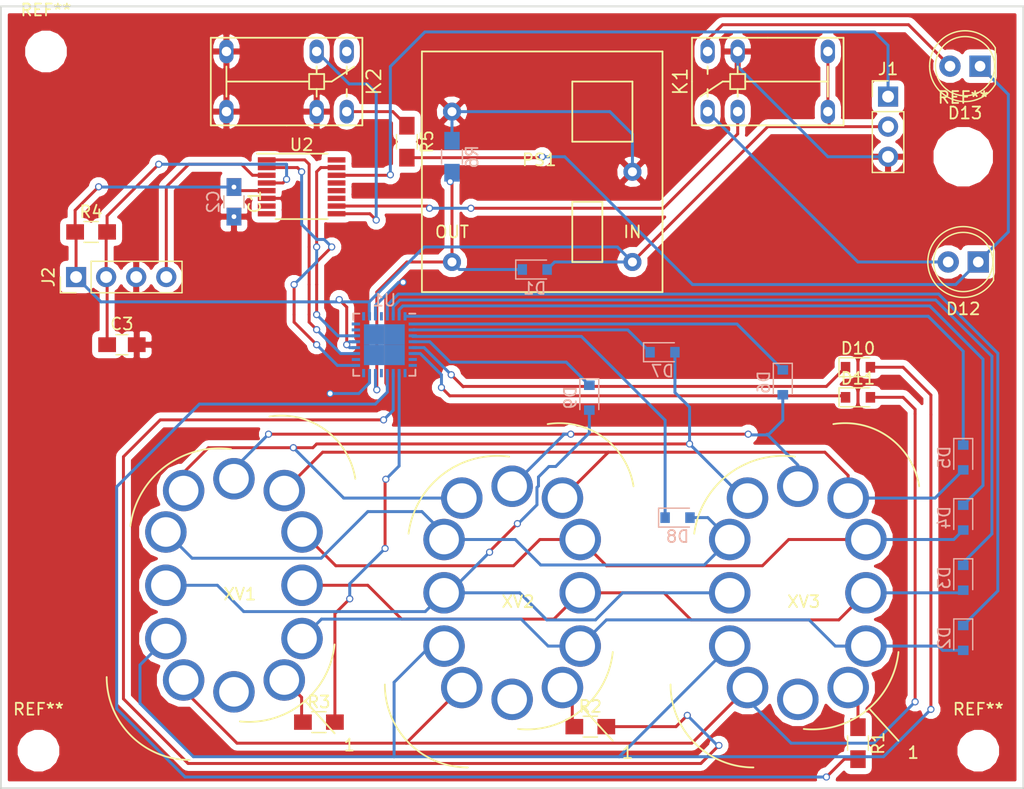
<source format=kicad_pcb>
(kicad_pcb (version 4) (host pcbnew 4.0.7)

  (general
    (links 90)
    (no_connects 0)
    (area 38.024999 62.154999 124.535001 128.345001)
    (thickness 1.6)
    (drawings 4)
    (tracks 400)
    (zones 0)
    (modules 36)
    (nets 62)
  )

  (page USLetter)
  (layers
    (0 F.Cu signal)
    (31 B.Cu signal)
    (32 B.Adhes user)
    (33 F.Adhes user)
    (34 B.Paste user)
    (35 F.Paste user)
    (36 B.SilkS user)
    (37 F.SilkS user)
    (38 B.Mask user)
    (39 F.Mask user)
    (40 Dwgs.User user)
    (41 Cmts.User user)
    (42 Eco1.User user)
    (43 Eco2.User user)
    (44 Edge.Cuts user)
    (45 Margin user)
    (46 B.CrtYd user)
    (47 F.CrtYd user)
    (48 B.Fab user)
    (49 F.Fab user)
  )

  (setup
    (last_trace_width 0.25)
    (trace_clearance 0.2)
    (zone_clearance 0.508)
    (zone_45_only no)
    (trace_min 0.2)
    (segment_width 0.2)
    (edge_width 0.15)
    (via_size 0.6)
    (via_drill 0.4)
    (via_min_size 0.3)
    (via_min_drill 0.3)
    (uvia_size 0.3)
    (uvia_drill 0.1)
    (uvias_allowed no)
    (uvia_min_size 0.3)
    (uvia_min_drill 0.1)
    (pcb_text_width 0.3)
    (pcb_text_size 1.5 1.5)
    (mod_edge_width 0.15)
    (mod_text_size 1 1)
    (mod_text_width 0.15)
    (pad_size 1.524 1.524)
    (pad_drill 0.762)
    (pad_to_mask_clearance 0.1)
    (aux_axis_origin 38.1 62.23)
    (grid_origin 146.05 113.03)
    (visible_elements 7FFFFFFF)
    (pcbplotparams
      (layerselection 0x010fc_80000001)
      (usegerberextensions true)
      (excludeedgelayer true)
      (linewidth 0.100000)
      (plotframeref false)
      (viasonmask false)
      (mode 1)
      (useauxorigin false)
      (hpglpennumber 1)
      (hpglpenspeed 20)
      (hpglpendiameter 15)
      (hpglpenoverlay 2)
      (psnegative false)
      (psa4output false)
      (plotreference true)
      (plotvalue true)
      (plotinvisibletext false)
      (padsonsilk false)
      (subtractmaskfromsilk false)
      (outputformat 1)
      (mirror false)
      (drillshape 0)
      (scaleselection 1)
      (outputdirectory gerbers/))
  )

  (net 0 "")
  (net 1 VBAT)
  (net 2 Earth)
  (net 3 RST)
  (net 4 VPP)
  (net 5 KEY)
  (net 6 TEST)
  (net 7 "Net-(R1-Pad1)")
  (net 8 "Net-(R1-Pad2)")
  (net 9 "Net-(R2-Pad1)")
  (net 10 "Net-(R2-Pad2)")
  (net 11 "Net-(R3-Pad1)")
  (net 12 "Net-(R3-Pad2)")
  (net 13 /if_6)
  (net 14 /if_5)
  (net 15 /if_4)
  (net 16 /if_3)
  (net 17 /if_2)
  (net 18 /if_1)
  (net 19 "Net-(U1-Pad7)")
  (net 20 "Net-(U1-Pad8)")
  (net 21 "Net-(U1-Pad9)")
  (net 22 "Net-(U1-Pad13)")
  (net 23 "Net-(U1-Pad16)")
  (net 24 "Net-(U1-Pad17)")
  (net 25 "Net-(U1-Pad18)")
  (net 26 "Net-(U1-Pad19)")
  (net 27 "Net-(U1-Pad22)")
  (net 28 "Net-(U1-Pad23)")
  (net 29 "Net-(U1-Pad24)")
  (net 30 "Net-(U1-Pad25)")
  (net 31 "Net-(U1-Pad28)")
  (net 32 /if_0)
  (net 33 /if_9)
  (net 34 /if_8)
  (net 35 /if_7)
  (net 36 "Net-(U2-Pad7)")
  (net 37 "Net-(U2-Pad8)")
  (net 38 "Net-(U2-Pad11)")
  (net 39 "Net-(U2-Pad12)")
  (net 40 "Net-(U2-Pad13)")
  (net 41 "Net-(U2-Pad16)")
  (net 42 "Net-(XV1-Pad12)")
  (net 43 "Net-(XV2-Pad12)")
  (net 44 "Net-(XV3-Pad12)")
  (net 45 "Net-(D2-Pad1)")
  (net 46 "Net-(D3-Pad1)")
  (net 47 "Net-(D4-Pad1)")
  (net 48 "Net-(D5-Pad1)")
  (net 49 "Net-(D6-Pad1)")
  (net 50 "Net-(D7-Pad1)")
  (net 51 "Net-(D8-Pad1)")
  (net 52 "Net-(D9-Pad1)")
  (net 53 "Net-(D10-Pad1)")
  (net 54 "Net-(D11-Pad1)")
  (net 55 "Net-(D12-Pad1)")
  (net 56 "Net-(D12-Pad2)")
  (net 57 "Net-(D13-Pad2)")
  (net 58 L_IN)
  (net 59 "Net-(K2-Pad10)")
  (net 60 "Net-(K2-Pad1)")
  (net 61 L_OUT)

  (net_class Default "This is the default net class."
    (clearance 0.2)
    (trace_width 0.25)
    (via_dia 0.6)
    (via_drill 0.4)
    (uvia_dia 0.3)
    (uvia_drill 0.1)
    (add_net /if_0)
    (add_net /if_1)
    (add_net /if_2)
    (add_net /if_3)
    (add_net /if_4)
    (add_net /if_5)
    (add_net /if_6)
    (add_net /if_7)
    (add_net /if_8)
    (add_net /if_9)
    (add_net Earth)
    (add_net KEY)
    (add_net L_IN)
    (add_net L_OUT)
    (add_net "Net-(D10-Pad1)")
    (add_net "Net-(D11-Pad1)")
    (add_net "Net-(D12-Pad1)")
    (add_net "Net-(D12-Pad2)")
    (add_net "Net-(D13-Pad2)")
    (add_net "Net-(D2-Pad1)")
    (add_net "Net-(D3-Pad1)")
    (add_net "Net-(D4-Pad1)")
    (add_net "Net-(D5-Pad1)")
    (add_net "Net-(D6-Pad1)")
    (add_net "Net-(D7-Pad1)")
    (add_net "Net-(D8-Pad1)")
    (add_net "Net-(D9-Pad1)")
    (add_net "Net-(K2-Pad1)")
    (add_net "Net-(K2-Pad10)")
    (add_net "Net-(R1-Pad1)")
    (add_net "Net-(R1-Pad2)")
    (add_net "Net-(R2-Pad1)")
    (add_net "Net-(R2-Pad2)")
    (add_net "Net-(R3-Pad1)")
    (add_net "Net-(R3-Pad2)")
    (add_net "Net-(U1-Pad13)")
    (add_net "Net-(U1-Pad16)")
    (add_net "Net-(U1-Pad17)")
    (add_net "Net-(U1-Pad18)")
    (add_net "Net-(U1-Pad19)")
    (add_net "Net-(U1-Pad22)")
    (add_net "Net-(U1-Pad23)")
    (add_net "Net-(U1-Pad24)")
    (add_net "Net-(U1-Pad25)")
    (add_net "Net-(U1-Pad28)")
    (add_net "Net-(U1-Pad7)")
    (add_net "Net-(U1-Pad8)")
    (add_net "Net-(U1-Pad9)")
    (add_net "Net-(U2-Pad11)")
    (add_net "Net-(U2-Pad12)")
    (add_net "Net-(U2-Pad13)")
    (add_net "Net-(U2-Pad16)")
    (add_net "Net-(U2-Pad7)")
    (add_net "Net-(U2-Pad8)")
    (add_net "Net-(XV1-Pad12)")
    (add_net "Net-(XV2-Pad12)")
    (add_net "Net-(XV3-Pad12)")
    (add_net RST)
    (add_net TEST)
    (add_net VBAT)
    (add_net VPP)
  )

  (module Capacitors_SMD:C_0805_HandSoldering (layer F.Cu) (tedit 58AA84A8) (tstamp 59CDD598)
    (at 57.785 78.74 270)
    (descr "Capacitor SMD 0805, hand soldering")
    (tags "capacitor 0805")
    (path /59CD816B)
    (attr smd)
    (fp_text reference C1 (at 0 -1.75 270) (layer F.SilkS)
      (effects (font (size 1 1) (thickness 0.15)))
    )
    (fp_text value "1 uF" (at 0 1.75 270) (layer F.Fab)
      (effects (font (size 1 1) (thickness 0.15)))
    )
    (fp_text user %R (at 0 -1.75 270) (layer F.Fab)
      (effects (font (size 1 1) (thickness 0.15)))
    )
    (fp_line (start -1 0.62) (end -1 -0.62) (layer F.Fab) (width 0.1))
    (fp_line (start 1 0.62) (end -1 0.62) (layer F.Fab) (width 0.1))
    (fp_line (start 1 -0.62) (end 1 0.62) (layer F.Fab) (width 0.1))
    (fp_line (start -1 -0.62) (end 1 -0.62) (layer F.Fab) (width 0.1))
    (fp_line (start 0.5 -0.85) (end -0.5 -0.85) (layer F.SilkS) (width 0.12))
    (fp_line (start -0.5 0.85) (end 0.5 0.85) (layer F.SilkS) (width 0.12))
    (fp_line (start -2.25 -0.88) (end 2.25 -0.88) (layer F.CrtYd) (width 0.05))
    (fp_line (start -2.25 -0.88) (end -2.25 0.87) (layer F.CrtYd) (width 0.05))
    (fp_line (start 2.25 0.87) (end 2.25 -0.88) (layer F.CrtYd) (width 0.05))
    (fp_line (start 2.25 0.87) (end -2.25 0.87) (layer F.CrtYd) (width 0.05))
    (pad 1 smd rect (at -1.25 0 270) (size 1.5 1.25) (layers F.Cu F.Paste F.Mask)
      (net 1 VBAT))
    (pad 2 smd rect (at 1.25 0 270) (size 1.5 1.25) (layers F.Cu F.Paste F.Mask)
      (net 2 Earth))
    (model Capacitors_SMD.3dshapes/C_0805.wrl
      (at (xyz 0 0 0))
      (scale (xyz 1 1 1))
      (rotate (xyz 0 0 0))
    )
  )

  (module Capacitors_SMD:C_0805_HandSoldering (layer B.Cu) (tedit 58AA84A8) (tstamp 59CDD59E)
    (at 57.785 78.74 270)
    (descr "Capacitor SMD 0805, hand soldering")
    (tags "capacitor 0805")
    (path /59CD811C)
    (attr smd)
    (fp_text reference C2 (at 0 1.75 270) (layer B.SilkS)
      (effects (font (size 1 1) (thickness 0.15)) (justify mirror))
    )
    (fp_text value "100 nF" (at 0 -1.75 270) (layer B.Fab)
      (effects (font (size 1 1) (thickness 0.15)) (justify mirror))
    )
    (fp_text user %R (at 0 1.75 270) (layer B.Fab)
      (effects (font (size 1 1) (thickness 0.15)) (justify mirror))
    )
    (fp_line (start -1 -0.62) (end -1 0.62) (layer B.Fab) (width 0.1))
    (fp_line (start 1 -0.62) (end -1 -0.62) (layer B.Fab) (width 0.1))
    (fp_line (start 1 0.62) (end 1 -0.62) (layer B.Fab) (width 0.1))
    (fp_line (start -1 0.62) (end 1 0.62) (layer B.Fab) (width 0.1))
    (fp_line (start 0.5 0.85) (end -0.5 0.85) (layer B.SilkS) (width 0.12))
    (fp_line (start -0.5 -0.85) (end 0.5 -0.85) (layer B.SilkS) (width 0.12))
    (fp_line (start -2.25 0.88) (end 2.25 0.88) (layer B.CrtYd) (width 0.05))
    (fp_line (start -2.25 0.88) (end -2.25 -0.87) (layer B.CrtYd) (width 0.05))
    (fp_line (start 2.25 -0.87) (end 2.25 0.88) (layer B.CrtYd) (width 0.05))
    (fp_line (start 2.25 -0.87) (end -2.25 -0.87) (layer B.CrtYd) (width 0.05))
    (pad 1 smd rect (at -1.25 0 270) (size 1.5 1.25) (layers B.Cu B.Paste B.Mask)
      (net 1 VBAT))
    (pad 2 smd rect (at 1.25 0 270) (size 1.5 1.25) (layers B.Cu B.Paste B.Mask)
      (net 2 Earth))
    (model Capacitors_SMD.3dshapes/C_0805.wrl
      (at (xyz 0 0 0))
      (scale (xyz 1 1 1))
      (rotate (xyz 0 0 0))
    )
  )

  (module Capacitors_SMD:C_0805_HandSoldering (layer F.Cu) (tedit 58AA84A8) (tstamp 59CDD5A4)
    (at 48.3235 90.805)
    (descr "Capacitor SMD 0805, hand soldering")
    (tags "capacitor 0805")
    (path /59CD87C7)
    (attr smd)
    (fp_text reference C3 (at 0 -1.75) (layer F.SilkS)
      (effects (font (size 1 1) (thickness 0.15)))
    )
    (fp_text value "1 nF" (at 0 1.75) (layer F.Fab)
      (effects (font (size 1 1) (thickness 0.15)))
    )
    (fp_text user %R (at 0 -1.75) (layer F.Fab)
      (effects (font (size 1 1) (thickness 0.15)))
    )
    (fp_line (start -1 0.62) (end -1 -0.62) (layer F.Fab) (width 0.1))
    (fp_line (start 1 0.62) (end -1 0.62) (layer F.Fab) (width 0.1))
    (fp_line (start 1 -0.62) (end 1 0.62) (layer F.Fab) (width 0.1))
    (fp_line (start -1 -0.62) (end 1 -0.62) (layer F.Fab) (width 0.1))
    (fp_line (start 0.5 -0.85) (end -0.5 -0.85) (layer F.SilkS) (width 0.12))
    (fp_line (start -0.5 0.85) (end 0.5 0.85) (layer F.SilkS) (width 0.12))
    (fp_line (start -2.25 -0.88) (end 2.25 -0.88) (layer F.CrtYd) (width 0.05))
    (fp_line (start -2.25 -0.88) (end -2.25 0.87) (layer F.CrtYd) (width 0.05))
    (fp_line (start 2.25 0.87) (end 2.25 -0.88) (layer F.CrtYd) (width 0.05))
    (fp_line (start 2.25 0.87) (end -2.25 0.87) (layer F.CrtYd) (width 0.05))
    (pad 1 smd rect (at -1.25 0) (size 1.5 1.25) (layers F.Cu F.Paste F.Mask)
      (net 3 RST))
    (pad 2 smd rect (at 1.25 0) (size 1.5 1.25) (layers F.Cu F.Paste F.Mask)
      (net 2 Earth))
    (model Capacitors_SMD.3dshapes/C_0805.wrl
      (at (xyz 0 0 0))
      (scale (xyz 1 1 1))
      (rotate (xyz 0 0 0))
    )
  )

  (module Diodes_SMD:D_0805 (layer B.Cu) (tedit 590CE9A4) (tstamp 59CDD5AA)
    (at 83.185 84.455)
    (descr "Diode SMD in 0805 package http://datasheets.avx.com/schottky.pdf")
    (tags "smd diode")
    (path /59CD784F)
    (attr smd)
    (fp_text reference D1 (at 0 1.6) (layer B.SilkS)
      (effects (font (size 1 1) (thickness 0.15)) (justify mirror))
    )
    (fp_text value D (at 0 -1.7) (layer B.Fab)
      (effects (font (size 1 1) (thickness 0.15)) (justify mirror))
    )
    (fp_text user %R (at 0 1.6) (layer B.Fab)
      (effects (font (size 1 1) (thickness 0.15)) (justify mirror))
    )
    (fp_line (start -1.6 0.8) (end -1.6 -0.8) (layer B.SilkS) (width 0.12))
    (fp_line (start -1.7 -0.88) (end -1.7 0.88) (layer B.CrtYd) (width 0.05))
    (fp_line (start 1.7 -0.88) (end -1.7 -0.88) (layer B.CrtYd) (width 0.05))
    (fp_line (start 1.7 0.88) (end 1.7 -0.88) (layer B.CrtYd) (width 0.05))
    (fp_line (start -1.7 0.88) (end 1.7 0.88) (layer B.CrtYd) (width 0.05))
    (fp_line (start 0.2 0) (end 0.4 0) (layer B.Fab) (width 0.1))
    (fp_line (start -0.1 0) (end -0.3 0) (layer B.Fab) (width 0.1))
    (fp_line (start -0.1 0.2) (end -0.1 -0.2) (layer B.Fab) (width 0.1))
    (fp_line (start 0.2 -0.2) (end 0.2 0.2) (layer B.Fab) (width 0.1))
    (fp_line (start -0.1 0) (end 0.2 -0.2) (layer B.Fab) (width 0.1))
    (fp_line (start 0.2 0.2) (end -0.1 0) (layer B.Fab) (width 0.1))
    (fp_line (start -1 -0.65) (end -1 0.65) (layer B.Fab) (width 0.1))
    (fp_line (start 1 -0.65) (end -1 -0.65) (layer B.Fab) (width 0.1))
    (fp_line (start 1 0.65) (end 1 -0.65) (layer B.Fab) (width 0.1))
    (fp_line (start -1 0.65) (end 1 0.65) (layer B.Fab) (width 0.1))
    (fp_line (start -1.6 -0.8) (end 1 -0.8) (layer B.SilkS) (width 0.12))
    (fp_line (start -1.6 0.8) (end 1 0.8) (layer B.SilkS) (width 0.12))
    (pad 1 smd rect (at -1.05 0) (size 0.8 0.9) (layers B.Cu B.Paste B.Mask)
      (net 4 VPP))
    (pad 2 smd rect (at 1.05 0) (size 0.8 0.9) (layers B.Cu B.Paste B.Mask)
      (net 1 VBAT))
    (model ${KISYS3DMOD}/Diodes_SMD.3dshapes/D_0805.wrl
      (at (xyz 0 0 0))
      (scale (xyz 1 1 1))
      (rotate (xyz 0 0 0))
    )
  )

  (module Pin_Headers:Pin_Header_Straight_1x03_Pitch2.54mm (layer F.Cu) (tedit 59650532) (tstamp 59CDD5B1)
    (at 113.03 69.85)
    (descr "Through hole straight pin header, 1x03, 2.54mm pitch, single row")
    (tags "Through hole pin header THT 1x03 2.54mm single row")
    (path /59CDCCD0)
    (fp_text reference J1 (at 0 -2.33) (layer F.SilkS)
      (effects (font (size 1 1) (thickness 0.15)))
    )
    (fp_text value BATTERY (at 0 7.41) (layer F.Fab)
      (effects (font (size 1 1) (thickness 0.15)))
    )
    (fp_line (start -0.635 -1.27) (end 1.27 -1.27) (layer F.Fab) (width 0.1))
    (fp_line (start 1.27 -1.27) (end 1.27 6.35) (layer F.Fab) (width 0.1))
    (fp_line (start 1.27 6.35) (end -1.27 6.35) (layer F.Fab) (width 0.1))
    (fp_line (start -1.27 6.35) (end -1.27 -0.635) (layer F.Fab) (width 0.1))
    (fp_line (start -1.27 -0.635) (end -0.635 -1.27) (layer F.Fab) (width 0.1))
    (fp_line (start -1.33 6.41) (end 1.33 6.41) (layer F.SilkS) (width 0.12))
    (fp_line (start -1.33 1.27) (end -1.33 6.41) (layer F.SilkS) (width 0.12))
    (fp_line (start 1.33 1.27) (end 1.33 6.41) (layer F.SilkS) (width 0.12))
    (fp_line (start -1.33 1.27) (end 1.33 1.27) (layer F.SilkS) (width 0.12))
    (fp_line (start -1.33 0) (end -1.33 -1.33) (layer F.SilkS) (width 0.12))
    (fp_line (start -1.33 -1.33) (end 0 -1.33) (layer F.SilkS) (width 0.12))
    (fp_line (start -1.8 -1.8) (end -1.8 6.85) (layer F.CrtYd) (width 0.05))
    (fp_line (start -1.8 6.85) (end 1.8 6.85) (layer F.CrtYd) (width 0.05))
    (fp_line (start 1.8 6.85) (end 1.8 -1.8) (layer F.CrtYd) (width 0.05))
    (fp_line (start 1.8 -1.8) (end -1.8 -1.8) (layer F.CrtYd) (width 0.05))
    (fp_text user %R (at 0 2.54 90) (layer F.Fab)
      (effects (font (size 1 1) (thickness 0.15)))
    )
    (pad 1 thru_hole rect (at 0 0) (size 1.7 1.7) (drill 1) (layers *.Cu *.Mask)
      (net 5 KEY))
    (pad 2 thru_hole oval (at 0 2.54) (size 1.7 1.7) (drill 1) (layers *.Cu *.Mask)
      (net 1 VBAT))
    (pad 3 thru_hole oval (at 0 5.08) (size 1.7 1.7) (drill 1) (layers *.Cu *.Mask)
      (net 2 Earth))
    (model ${KISYS3DMOD}/Pin_Headers.3dshapes/Pin_Header_Straight_1x03_Pitch2.54mm.wrl
      (at (xyz 0 0 0))
      (scale (xyz 1 1 1))
      (rotate (xyz 0 0 0))
    )
  )

  (module Pin_Headers:Pin_Header_Straight_1x04_Pitch2.54mm (layer F.Cu) (tedit 59650532) (tstamp 59CDD5B9)
    (at 44.45 85.09 90)
    (descr "Through hole straight pin header, 1x04, 2.54mm pitch, single row")
    (tags "Through hole pin header THT 1x04 2.54mm single row")
    (path /59CDCAD1)
    (fp_text reference J2 (at 0 -2.33 90) (layer F.SilkS)
      (effects (font (size 1 1) (thickness 0.15)))
    )
    (fp_text value JTAG (at 0 9.95 90) (layer F.Fab)
      (effects (font (size 1 1) (thickness 0.15)))
    )
    (fp_line (start -0.635 -1.27) (end 1.27 -1.27) (layer F.Fab) (width 0.1))
    (fp_line (start 1.27 -1.27) (end 1.27 8.89) (layer F.Fab) (width 0.1))
    (fp_line (start 1.27 8.89) (end -1.27 8.89) (layer F.Fab) (width 0.1))
    (fp_line (start -1.27 8.89) (end -1.27 -0.635) (layer F.Fab) (width 0.1))
    (fp_line (start -1.27 -0.635) (end -0.635 -1.27) (layer F.Fab) (width 0.1))
    (fp_line (start -1.33 8.95) (end 1.33 8.95) (layer F.SilkS) (width 0.12))
    (fp_line (start -1.33 1.27) (end -1.33 8.95) (layer F.SilkS) (width 0.12))
    (fp_line (start 1.33 1.27) (end 1.33 8.95) (layer F.SilkS) (width 0.12))
    (fp_line (start -1.33 1.27) (end 1.33 1.27) (layer F.SilkS) (width 0.12))
    (fp_line (start -1.33 0) (end -1.33 -1.33) (layer F.SilkS) (width 0.12))
    (fp_line (start -1.33 -1.33) (end 0 -1.33) (layer F.SilkS) (width 0.12))
    (fp_line (start -1.8 -1.8) (end -1.8 9.4) (layer F.CrtYd) (width 0.05))
    (fp_line (start -1.8 9.4) (end 1.8 9.4) (layer F.CrtYd) (width 0.05))
    (fp_line (start 1.8 9.4) (end 1.8 -1.8) (layer F.CrtYd) (width 0.05))
    (fp_line (start 1.8 -1.8) (end -1.8 -1.8) (layer F.CrtYd) (width 0.05))
    (fp_text user %R (at 0 3.81 180) (layer F.Fab)
      (effects (font (size 1 1) (thickness 0.15)))
    )
    (pad 1 thru_hole rect (at 0 0 90) (size 1.7 1.7) (drill 1) (layers *.Cu *.Mask)
      (net 1 VBAT))
    (pad 2 thru_hole oval (at 0 2.54 90) (size 1.7 1.7) (drill 1) (layers *.Cu *.Mask)
      (net 3 RST))
    (pad 3 thru_hole oval (at 0 5.08 90) (size 1.7 1.7) (drill 1) (layers *.Cu *.Mask)
      (net 2 Earth))
    (pad 4 thru_hole oval (at 0 7.62 90) (size 1.7 1.7) (drill 1) (layers *.Cu *.Mask)
      (net 6 TEST))
    (model ${KISYS3DMOD}/Pin_Headers.3dshapes/Pin_Header_Straight_1x04_Pitch2.54mm.wrl
      (at (xyz 0 0 0))
      (scale (xyz 1 1 1))
      (rotate (xyz 0 0 0))
    )
  )

  (module Resistors_SMD:R_0805_HandSoldering (layer F.Cu) (tedit 58E0A804) (tstamp 59CDD5D5)
    (at 110.49 124.46 270)
    (descr "Resistor SMD 0805, hand soldering")
    (tags "resistor 0805")
    (path /59CD6BC9)
    (attr smd)
    (fp_text reference R1 (at 0 -1.7 270) (layer F.SilkS)
      (effects (font (size 1 1) (thickness 0.15)))
    )
    (fp_text value "44 k" (at 0 1.75 270) (layer F.Fab)
      (effects (font (size 1 1) (thickness 0.15)))
    )
    (fp_text user %R (at 0 0 270) (layer F.Fab)
      (effects (font (size 0.5 0.5) (thickness 0.075)))
    )
    (fp_line (start -1 0.62) (end -1 -0.62) (layer F.Fab) (width 0.1))
    (fp_line (start 1 0.62) (end -1 0.62) (layer F.Fab) (width 0.1))
    (fp_line (start 1 -0.62) (end 1 0.62) (layer F.Fab) (width 0.1))
    (fp_line (start -1 -0.62) (end 1 -0.62) (layer F.Fab) (width 0.1))
    (fp_line (start 0.6 0.88) (end -0.6 0.88) (layer F.SilkS) (width 0.12))
    (fp_line (start -0.6 -0.88) (end 0.6 -0.88) (layer F.SilkS) (width 0.12))
    (fp_line (start -2.35 -0.9) (end 2.35 -0.9) (layer F.CrtYd) (width 0.05))
    (fp_line (start -2.35 -0.9) (end -2.35 0.9) (layer F.CrtYd) (width 0.05))
    (fp_line (start 2.35 0.9) (end 2.35 -0.9) (layer F.CrtYd) (width 0.05))
    (fp_line (start 2.35 0.9) (end -2.35 0.9) (layer F.CrtYd) (width 0.05))
    (pad 1 smd rect (at -1.35 0 270) (size 1.5 1.3) (layers F.Cu F.Paste F.Mask)
      (net 7 "Net-(R1-Pad1)"))
    (pad 2 smd rect (at 1.35 0 270) (size 1.5 1.3) (layers F.Cu F.Paste F.Mask)
      (net 8 "Net-(R1-Pad2)"))
    (model ${KISYS3DMOD}/Resistors_SMD.3dshapes/R_0805.wrl
      (at (xyz 0 0 0))
      (scale (xyz 1 1 1))
      (rotate (xyz 0 0 0))
    )
  )

  (module Resistors_SMD:R_0805_HandSoldering (layer F.Cu) (tedit 58E0A804) (tstamp 59CDD5DB)
    (at 87.884 123.063)
    (descr "Resistor SMD 0805, hand soldering")
    (tags "resistor 0805")
    (path /59CD6B7A)
    (attr smd)
    (fp_text reference R2 (at 0 -1.7) (layer F.SilkS)
      (effects (font (size 1 1) (thickness 0.15)))
    )
    (fp_text value "44 k" (at 0 1.75) (layer F.Fab)
      (effects (font (size 1 1) (thickness 0.15)))
    )
    (fp_text user %R (at 0 0) (layer F.Fab)
      (effects (font (size 0.5 0.5) (thickness 0.075)))
    )
    (fp_line (start -1 0.62) (end -1 -0.62) (layer F.Fab) (width 0.1))
    (fp_line (start 1 0.62) (end -1 0.62) (layer F.Fab) (width 0.1))
    (fp_line (start 1 -0.62) (end 1 0.62) (layer F.Fab) (width 0.1))
    (fp_line (start -1 -0.62) (end 1 -0.62) (layer F.Fab) (width 0.1))
    (fp_line (start 0.6 0.88) (end -0.6 0.88) (layer F.SilkS) (width 0.12))
    (fp_line (start -0.6 -0.88) (end 0.6 -0.88) (layer F.SilkS) (width 0.12))
    (fp_line (start -2.35 -0.9) (end 2.35 -0.9) (layer F.CrtYd) (width 0.05))
    (fp_line (start -2.35 -0.9) (end -2.35 0.9) (layer F.CrtYd) (width 0.05))
    (fp_line (start 2.35 0.9) (end 2.35 -0.9) (layer F.CrtYd) (width 0.05))
    (fp_line (start 2.35 0.9) (end -2.35 0.9) (layer F.CrtYd) (width 0.05))
    (pad 1 smd rect (at -1.35 0) (size 1.5 1.3) (layers F.Cu F.Paste F.Mask)
      (net 9 "Net-(R2-Pad1)"))
    (pad 2 smd rect (at 1.35 0) (size 1.5 1.3) (layers F.Cu F.Paste F.Mask)
      (net 10 "Net-(R2-Pad2)"))
    (model ${KISYS3DMOD}/Resistors_SMD.3dshapes/R_0805.wrl
      (at (xyz 0 0 0))
      (scale (xyz 1 1 1))
      (rotate (xyz 0 0 0))
    )
  )

  (module Resistors_SMD:R_0805_HandSoldering (layer F.Cu) (tedit 58E0A804) (tstamp 59CDD5E1)
    (at 64.9605 122.682)
    (descr "Resistor SMD 0805, hand soldering")
    (tags "resistor 0805")
    (path /59CD6B0B)
    (attr smd)
    (fp_text reference R3 (at 0 -1.7) (layer F.SilkS)
      (effects (font (size 1 1) (thickness 0.15)))
    )
    (fp_text value "44 k" (at 0 1.75) (layer F.Fab)
      (effects (font (size 1 1) (thickness 0.15)))
    )
    (fp_text user %R (at 0 0) (layer F.Fab)
      (effects (font (size 0.5 0.5) (thickness 0.075)))
    )
    (fp_line (start -1 0.62) (end -1 -0.62) (layer F.Fab) (width 0.1))
    (fp_line (start 1 0.62) (end -1 0.62) (layer F.Fab) (width 0.1))
    (fp_line (start 1 -0.62) (end 1 0.62) (layer F.Fab) (width 0.1))
    (fp_line (start -1 -0.62) (end 1 -0.62) (layer F.Fab) (width 0.1))
    (fp_line (start 0.6 0.88) (end -0.6 0.88) (layer F.SilkS) (width 0.12))
    (fp_line (start -0.6 -0.88) (end 0.6 -0.88) (layer F.SilkS) (width 0.12))
    (fp_line (start -2.35 -0.9) (end 2.35 -0.9) (layer F.CrtYd) (width 0.05))
    (fp_line (start -2.35 -0.9) (end -2.35 0.9) (layer F.CrtYd) (width 0.05))
    (fp_line (start 2.35 0.9) (end 2.35 -0.9) (layer F.CrtYd) (width 0.05))
    (fp_line (start 2.35 0.9) (end -2.35 0.9) (layer F.CrtYd) (width 0.05))
    (pad 1 smd rect (at -1.35 0) (size 1.5 1.3) (layers F.Cu F.Paste F.Mask)
      (net 11 "Net-(R3-Pad1)"))
    (pad 2 smd rect (at 1.35 0) (size 1.5 1.3) (layers F.Cu F.Paste F.Mask)
      (net 12 "Net-(R3-Pad2)"))
    (model ${KISYS3DMOD}/Resistors_SMD.3dshapes/R_0805.wrl
      (at (xyz 0 0 0))
      (scale (xyz 1 1 1))
      (rotate (xyz 0 0 0))
    )
  )

  (module Resistors_SMD:R_0805_HandSoldering (layer F.Cu) (tedit 58E0A804) (tstamp 59CDD5E7)
    (at 45.72 81.28)
    (descr "Resistor SMD 0805, hand soldering")
    (tags "resistor 0805")
    (path /59CD8A26)
    (attr smd)
    (fp_text reference R4 (at 0 -1.7) (layer F.SilkS)
      (effects (font (size 1 1) (thickness 0.15)))
    )
    (fp_text value "47 k" (at 0 1.75) (layer F.Fab)
      (effects (font (size 1 1) (thickness 0.15)))
    )
    (fp_text user %R (at 0 0) (layer F.Fab)
      (effects (font (size 0.5 0.5) (thickness 0.075)))
    )
    (fp_line (start -1 0.62) (end -1 -0.62) (layer F.Fab) (width 0.1))
    (fp_line (start 1 0.62) (end -1 0.62) (layer F.Fab) (width 0.1))
    (fp_line (start 1 -0.62) (end 1 0.62) (layer F.Fab) (width 0.1))
    (fp_line (start -1 -0.62) (end 1 -0.62) (layer F.Fab) (width 0.1))
    (fp_line (start 0.6 0.88) (end -0.6 0.88) (layer F.SilkS) (width 0.12))
    (fp_line (start -0.6 -0.88) (end 0.6 -0.88) (layer F.SilkS) (width 0.12))
    (fp_line (start -2.35 -0.9) (end 2.35 -0.9) (layer F.CrtYd) (width 0.05))
    (fp_line (start -2.35 -0.9) (end -2.35 0.9) (layer F.CrtYd) (width 0.05))
    (fp_line (start 2.35 0.9) (end 2.35 -0.9) (layer F.CrtYd) (width 0.05))
    (fp_line (start 2.35 0.9) (end -2.35 0.9) (layer F.CrtYd) (width 0.05))
    (pad 1 smd rect (at -1.35 0) (size 1.5 1.3) (layers F.Cu F.Paste F.Mask)
      (net 1 VBAT))
    (pad 2 smd rect (at 1.35 0) (size 1.5 1.3) (layers F.Cu F.Paste F.Mask)
      (net 3 RST))
    (model ${KISYS3DMOD}/Resistors_SMD.3dshapes/R_0805.wrl
      (at (xyz 0 0 0))
      (scale (xyz 1 1 1))
      (rotate (xyz 0 0 0))
    )
  )

  (module Housings_DFN_QFN:QFN-32-1EP_5x5mm_Pitch0.5mm (layer B.Cu) (tedit 54130A77) (tstamp 59CDD60F)
    (at 70.485 90.805 180)
    (descr "UH Package; 32-Lead Plastic QFN (5mm x 5mm); (see Linear Technology QFN_32_05-08-1693.pdf)")
    (tags "QFN 0.5")
    (path /59CD4CF3)
    (attr smd)
    (fp_text reference U1 (at 0 3.75 180) (layer B.SilkS)
      (effects (font (size 1 1) (thickness 0.15)) (justify mirror))
    )
    (fp_text value HV509 (at 0 -3.75 180) (layer B.Fab)
      (effects (font (size 1 1) (thickness 0.15)) (justify mirror))
    )
    (fp_line (start -1.5 2.5) (end 2.5 2.5) (layer B.Fab) (width 0.15))
    (fp_line (start 2.5 2.5) (end 2.5 -2.5) (layer B.Fab) (width 0.15))
    (fp_line (start 2.5 -2.5) (end -2.5 -2.5) (layer B.Fab) (width 0.15))
    (fp_line (start -2.5 -2.5) (end -2.5 1.5) (layer B.Fab) (width 0.15))
    (fp_line (start -2.5 1.5) (end -1.5 2.5) (layer B.Fab) (width 0.15))
    (fp_line (start -3 3) (end -3 -3) (layer B.CrtYd) (width 0.05))
    (fp_line (start 3 3) (end 3 -3) (layer B.CrtYd) (width 0.05))
    (fp_line (start -3 3) (end 3 3) (layer B.CrtYd) (width 0.05))
    (fp_line (start -3 -3) (end 3 -3) (layer B.CrtYd) (width 0.05))
    (fp_line (start 2.625 2.625) (end 2.625 2.1) (layer B.SilkS) (width 0.15))
    (fp_line (start -2.625 -2.625) (end -2.625 -2.1) (layer B.SilkS) (width 0.15))
    (fp_line (start 2.625 -2.625) (end 2.625 -2.1) (layer B.SilkS) (width 0.15))
    (fp_line (start -2.625 2.625) (end -2.1 2.625) (layer B.SilkS) (width 0.15))
    (fp_line (start -2.625 -2.625) (end -2.1 -2.625) (layer B.SilkS) (width 0.15))
    (fp_line (start 2.625 -2.625) (end 2.1 -2.625) (layer B.SilkS) (width 0.15))
    (fp_line (start 2.625 2.625) (end 2.1 2.625) (layer B.SilkS) (width 0.15))
    (pad 1 smd rect (at -2.4 1.75 180) (size 0.7 0.25) (layers B.Cu B.Paste B.Mask)
      (net 49 "Net-(D6-Pad1)"))
    (pad 2 smd rect (at -2.4 1.25 180) (size 0.7 0.25) (layers B.Cu B.Paste B.Mask)
      (net 50 "Net-(D7-Pad1)"))
    (pad 3 smd rect (at -2.4 0.75 180) (size 0.7 0.25) (layers B.Cu B.Paste B.Mask)
      (net 51 "Net-(D8-Pad1)"))
    (pad 4 smd rect (at -2.4 0.25 180) (size 0.7 0.25) (layers B.Cu B.Paste B.Mask)
      (net 52 "Net-(D9-Pad1)"))
    (pad 5 smd rect (at -2.4 -0.25 180) (size 0.7 0.25) (layers B.Cu B.Paste B.Mask)
      (net 53 "Net-(D10-Pad1)"))
    (pad 6 smd rect (at -2.4 -0.75 180) (size 0.7 0.25) (layers B.Cu B.Paste B.Mask)
      (net 54 "Net-(D11-Pad1)"))
    (pad 7 smd rect (at -2.4 -1.25 180) (size 0.7 0.25) (layers B.Cu B.Paste B.Mask)
      (net 19 "Net-(U1-Pad7)"))
    (pad 8 smd rect (at -2.4 -1.75 180) (size 0.7 0.25) (layers B.Cu B.Paste B.Mask)
      (net 20 "Net-(U1-Pad8)"))
    (pad 9 smd rect (at -1.75 -2.4 90) (size 0.7 0.25) (layers B.Cu B.Paste B.Mask)
      (net 21 "Net-(U1-Pad9)"))
    (pad 10 smd rect (at -1.25 -2.4 90) (size 0.7 0.25) (layers B.Cu B.Paste B.Mask)
      (net 12 "Net-(R3-Pad2)"))
    (pad 11 smd rect (at -0.75 -2.4 90) (size 0.7 0.25) (layers B.Cu B.Paste B.Mask)
      (net 10 "Net-(R2-Pad2)"))
    (pad 12 smd rect (at -0.25 -2.4 90) (size 0.7 0.25) (layers B.Cu B.Paste B.Mask)
      (net 8 "Net-(R1-Pad2)"))
    (pad 13 smd rect (at 0.25 -2.4 90) (size 0.7 0.25) (layers B.Cu B.Paste B.Mask)
      (net 22 "Net-(U1-Pad13)"))
    (pad 14 smd rect (at 0.75 -2.4 90) (size 0.7 0.25) (layers B.Cu B.Paste B.Mask)
      (net 4 VPP))
    (pad 15 smd rect (at 1.25 -2.4 90) (size 0.7 0.25) (layers B.Cu B.Paste B.Mask)
      (net 2 Earth))
    (pad 16 smd rect (at 1.75 -2.4 90) (size 0.7 0.25) (layers B.Cu B.Paste B.Mask)
      (net 23 "Net-(U1-Pad16)"))
    (pad 17 smd rect (at 2.4 -1.75 180) (size 0.7 0.25) (layers B.Cu B.Paste B.Mask)
      (net 24 "Net-(U1-Pad17)"))
    (pad 18 smd rect (at 2.4 -1.25 180) (size 0.7 0.25) (layers B.Cu B.Paste B.Mask)
      (net 25 "Net-(U1-Pad18)"))
    (pad 19 smd rect (at 2.4 -0.75 180) (size 0.7 0.25) (layers B.Cu B.Paste B.Mask)
      (net 26 "Net-(U1-Pad19)"))
    (pad 20 smd rect (at 2.4 -0.25 180) (size 0.7 0.25) (layers B.Cu B.Paste B.Mask)
      (net 1 VBAT))
    (pad 21 smd rect (at 2.4 0.25 180) (size 0.7 0.25) (layers B.Cu B.Paste B.Mask)
      (net 1 VBAT))
    (pad 22 smd rect (at 2.4 0.75 180) (size 0.7 0.25) (layers B.Cu B.Paste B.Mask)
      (net 27 "Net-(U1-Pad22)"))
    (pad 23 smd rect (at 2.4 1.25 180) (size 0.7 0.25) (layers B.Cu B.Paste B.Mask)
      (net 28 "Net-(U1-Pad23)"))
    (pad 24 smd rect (at 2.4 1.75 180) (size 0.7 0.25) (layers B.Cu B.Paste B.Mask)
      (net 29 "Net-(U1-Pad24)"))
    (pad 25 smd rect (at 1.75 2.4 90) (size 0.7 0.25) (layers B.Cu B.Paste B.Mask)
      (net 30 "Net-(U1-Pad25)"))
    (pad 26 smd rect (at 1.25 2.4 90) (size 0.7 0.25) (layers B.Cu B.Paste B.Mask)
      (net 1 VBAT))
    (pad 27 smd rect (at 0.75 2.4 90) (size 0.7 0.25) (layers B.Cu B.Paste B.Mask)
      (net 2 Earth))
    (pad 28 smd rect (at 0.25 2.4 90) (size 0.7 0.25) (layers B.Cu B.Paste B.Mask)
      (net 31 "Net-(U1-Pad28)"))
    (pad 29 smd rect (at -0.25 2.4 90) (size 0.7 0.25) (layers B.Cu B.Paste B.Mask)
      (net 45 "Net-(D2-Pad1)"))
    (pad 30 smd rect (at -0.75 2.4 90) (size 0.7 0.25) (layers B.Cu B.Paste B.Mask)
      (net 46 "Net-(D3-Pad1)"))
    (pad 31 smd rect (at -1.25 2.4 90) (size 0.7 0.25) (layers B.Cu B.Paste B.Mask)
      (net 47 "Net-(D4-Pad1)"))
    (pad 32 smd rect (at -1.75 2.4 90) (size 0.7 0.25) (layers B.Cu B.Paste B.Mask)
      (net 48 "Net-(D5-Pad1)"))
    (pad 33 smd rect (at 0.8625 -0.8625 180) (size 1.725 1.725) (layers B.Cu B.Paste B.Mask)
      (solder_paste_margin_ratio -0.2))
    (pad 33 smd rect (at 0.8625 0.8625 180) (size 1.725 1.725) (layers B.Cu B.Paste B.Mask)
      (solder_paste_margin_ratio -0.2))
    (pad 33 smd rect (at -0.8625 -0.8625 180) (size 1.725 1.725) (layers B.Cu B.Paste B.Mask)
      (solder_paste_margin_ratio -0.2))
    (pad 33 smd rect (at -0.8625 0.8625 180) (size 1.725 1.725) (layers B.Cu B.Paste B.Mask)
      (solder_paste_margin_ratio -0.2))
    (model ${KISYS3DMOD}/Housings_DFN_QFN.3dshapes/QFN-32-1EP_5x5mm_Pitch0.5mm.wrl
      (at (xyz 0 0 0))
      (scale (xyz 1 1 1))
      (rotate (xyz 0 0 0))
    )
  )

  (module Housings_SSOP:TSSOP-16_4.4x5mm_Pitch0.65mm (layer F.Cu) (tedit 54130A77) (tstamp 59CDD623)
    (at 63.5 77.47)
    (descr "16-Lead Plastic Thin Shrink Small Outline (ST)-4.4 mm Body [TSSOP] (see Microchip Packaging Specification 00000049BS.pdf)")
    (tags "SSOP 0.65")
    (path /59CD45F3)
    (attr smd)
    (fp_text reference U2 (at 0 -3.55) (layer F.SilkS)
      (effects (font (size 1 1) (thickness 0.15)))
    )
    (fp_text value MSP430FR2100IPW (at 0 3.55) (layer F.Fab)
      (effects (font (size 1 1) (thickness 0.15)))
    )
    (fp_line (start -1.2 -2.5) (end 2.2 -2.5) (layer F.Fab) (width 0.15))
    (fp_line (start 2.2 -2.5) (end 2.2 2.5) (layer F.Fab) (width 0.15))
    (fp_line (start 2.2 2.5) (end -2.2 2.5) (layer F.Fab) (width 0.15))
    (fp_line (start -2.2 2.5) (end -2.2 -1.5) (layer F.Fab) (width 0.15))
    (fp_line (start -2.2 -1.5) (end -1.2 -2.5) (layer F.Fab) (width 0.15))
    (fp_line (start -3.95 -2.9) (end -3.95 2.8) (layer F.CrtYd) (width 0.05))
    (fp_line (start 3.95 -2.9) (end 3.95 2.8) (layer F.CrtYd) (width 0.05))
    (fp_line (start -3.95 -2.9) (end 3.95 -2.9) (layer F.CrtYd) (width 0.05))
    (fp_line (start -3.95 2.8) (end 3.95 2.8) (layer F.CrtYd) (width 0.05))
    (fp_line (start -2.2 2.725) (end 2.2 2.725) (layer F.SilkS) (width 0.15))
    (fp_line (start -3.775 -2.8) (end 2.2 -2.8) (layer F.SilkS) (width 0.15))
    (fp_text user %R (at 0 0) (layer F.Fab)
      (effects (font (size 0.8 0.8) (thickness 0.15)))
    )
    (pad 1 smd rect (at -2.95 -2.275) (size 1.5 0.45) (layers F.Cu F.Paste F.Mask)
      (net 26 "Net-(U1-Pad19)"))
    (pad 2 smd rect (at -2.95 -1.625) (size 1.5 0.45) (layers F.Cu F.Paste F.Mask)
      (net 27 "Net-(U1-Pad22)"))
    (pad 3 smd rect (at -2.95 -0.975) (size 1.5 0.45) (layers F.Cu F.Paste F.Mask)
      (net 6 TEST))
    (pad 4 smd rect (at -2.95 -0.325) (size 1.5 0.45) (layers F.Cu F.Paste F.Mask)
      (net 3 RST))
    (pad 5 smd rect (at -2.95 0.325) (size 1.5 0.45) (layers F.Cu F.Paste F.Mask)
      (net 1 VBAT))
    (pad 6 smd rect (at -2.95 0.975) (size 1.5 0.45) (layers F.Cu F.Paste F.Mask)
      (net 2 Earth))
    (pad 7 smd rect (at -2.95 1.625) (size 1.5 0.45) (layers F.Cu F.Paste F.Mask)
      (net 36 "Net-(U2-Pad7)"))
    (pad 8 smd rect (at -2.95 2.275) (size 1.5 0.45) (layers F.Cu F.Paste F.Mask)
      (net 37 "Net-(U2-Pad8)"))
    (pad 9 smd rect (at 2.95 2.275) (size 1.5 0.45) (layers F.Cu F.Paste F.Mask)
      (net 61 L_OUT))
    (pad 10 smd rect (at 2.95 1.625) (size 1.5 0.45) (layers F.Cu F.Paste F.Mask)
      (net 58 L_IN))
    (pad 11 smd rect (at 2.95 0.975) (size 1.5 0.45) (layers F.Cu F.Paste F.Mask)
      (net 38 "Net-(U2-Pad11)"))
    (pad 12 smd rect (at 2.95 0.325) (size 1.5 0.45) (layers F.Cu F.Paste F.Mask)
      (net 39 "Net-(U2-Pad12)"))
    (pad 13 smd rect (at 2.95 -0.325) (size 1.5 0.45) (layers F.Cu F.Paste F.Mask)
      (net 40 "Net-(U2-Pad13)"))
    (pad 14 smd rect (at 2.95 -0.975) (size 1.5 0.45) (layers F.Cu F.Paste F.Mask)
      (net 5 KEY))
    (pad 15 smd rect (at 2.95 -1.625) (size 1.5 0.45) (layers F.Cu F.Paste F.Mask)
      (net 24 "Net-(U1-Pad17)"))
    (pad 16 smd rect (at 2.95 -2.275) (size 1.5 0.45) (layers F.Cu F.Paste F.Mask)
      (net 41 "Net-(U2-Pad16)"))
    (model ${KISYS3DMOD}/Housings_SSOP.3dshapes/TSSOP-16_4.4x5mm_Pitch0.65mm.wrl
      (at (xyz 0 0 0))
      (scale (xyz 1 1 1))
      (rotate (xyz 0 0 0))
    )
  )

  (module halloween:IF12 (layer F.Cu) (tedit 59CDD194) (tstamp 59CDD639)
    (at 57.785 111.125)
    (path /59CD4F09)
    (fp_text reference XV1 (at 0.5 0.75) (layer F.SilkS)
      (effects (font (size 1 1) (thickness 0.15)))
    )
    (fp_text value IF-12 (at 0 -1.25) (layer F.Fab)
      (effects (font (size 1 1) (thickness 0.15)))
    )
    (fp_line (start 6 9.75) (end 8.5 12.5) (layer F.SilkS) (width 0.15))
    (fp_arc (start -3.75 7.75) (end -3.75 14.75) (angle 90) (layer F.SilkS) (width 0.15))
    (fp_arc (start 1.25 4.25) (end 8.5 5) (angle 90) (layer F.SilkS) (width 0.15))
    (fp_arc (start 4 -8) (end 3 -14.25) (angle 90) (layer F.SilkS) (width 0.15))
    (fp_arc (start -1.25 -4) (end -8.75 -5) (angle 90) (layer F.SilkS) (width 0.15))
    (fp_text user 1 (at 9.75 13.5) (layer F.SilkS)
      (effects (font (size 1 1) (thickness 0.15)))
    )
    (pad 6 thru_hole circle (at 0 -9) (size 3.5 3.5) (drill 2.5) (layers *.Cu *.Mask)
      (net 13 /if_6))
    (pad 12 thru_hole circle (at 0 9) (size 3.5 3.5) (drill 2.5) (layers *.Cu *.Mask)
      (net 42 "Net-(XV1-Pad12)"))
    (pad 9 thru_hole circle (at -5.75 0) (size 3.5 3.5) (drill 2.5) (layers *.Cu *.Mask)
      (net 16 /if_3))
    (pad 3 thru_hole circle (at 5.75 0) (size 3.5 3.5) (drill 2.5) (layers *.Cu *.Mask)
      (net 33 /if_9))
    (pad 4 thru_hole circle (at 5.75 -4.5) (size 3.5 3.5) (drill 2.5) (layers *.Cu *.Mask)
      (net 34 /if_8))
    (pad 5 thru_hole circle (at 4.25 -8) (size 3.5 3.5) (drill 2.5) (layers *.Cu *.Mask)
      (net 35 /if_7))
    (pad 7 thru_hole circle (at -4.25 -8) (size 3.5 3.5) (drill 2.5) (layers *.Cu *.Mask)
      (net 14 /if_5))
    (pad 8 thru_hole circle (at -5.75 -4.5) (size 3.5 3.5) (drill 2.5) (layers *.Cu *.Mask)
      (net 15 /if_4))
    (pad 2 thru_hole circle (at 5.75 4.5) (size 3.5 3.5) (drill 2.5) (layers *.Cu *.Mask)
      (net 32 /if_0))
    (pad 10 thru_hole circle (at -5.75 4.5) (size 3.5 3.5) (drill 2.5) (layers *.Cu *.Mask)
      (net 17 /if_2))
    (pad 11 thru_hole circle (at -4.25 8) (size 3.5 3.5) (drill 2.5) (layers *.Cu *.Mask)
      (net 18 /if_1))
    (pad 1 thru_hole circle (at 4.25 8) (size 3.5 3.5) (drill 2.5) (layers *.Cu *.Mask)
      (net 11 "Net-(R3-Pad1)"))
  )

  (module halloween:IF12 (layer F.Cu) (tedit 59CDD194) (tstamp 59CDD64F)
    (at 81.28 111.76)
    (path /59CD4F46)
    (fp_text reference XV2 (at 0.5 0.75) (layer F.SilkS)
      (effects (font (size 1 1) (thickness 0.15)))
    )
    (fp_text value IF-12 (at 0 -1.25) (layer F.Fab)
      (effects (font (size 1 1) (thickness 0.15)))
    )
    (fp_line (start 6 9.75) (end 8.5 12.5) (layer F.SilkS) (width 0.15))
    (fp_arc (start -3.75 7.75) (end -3.75 14.75) (angle 90) (layer F.SilkS) (width 0.15))
    (fp_arc (start 1.25 4.25) (end 8.5 5) (angle 90) (layer F.SilkS) (width 0.15))
    (fp_arc (start 4 -8) (end 3 -14.25) (angle 90) (layer F.SilkS) (width 0.15))
    (fp_arc (start -1.25 -4) (end -8.75 -5) (angle 90) (layer F.SilkS) (width 0.15))
    (fp_text user 1 (at 9.75 13.5) (layer F.SilkS)
      (effects (font (size 1 1) (thickness 0.15)))
    )
    (pad 6 thru_hole circle (at 0 -9) (size 3.5 3.5) (drill 2.5) (layers *.Cu *.Mask)
      (net 13 /if_6))
    (pad 12 thru_hole circle (at 0 9) (size 3.5 3.5) (drill 2.5) (layers *.Cu *.Mask)
      (net 43 "Net-(XV2-Pad12)"))
    (pad 9 thru_hole circle (at -5.75 0) (size 3.5 3.5) (drill 2.5) (layers *.Cu *.Mask)
      (net 16 /if_3))
    (pad 3 thru_hole circle (at 5.75 0) (size 3.5 3.5) (drill 2.5) (layers *.Cu *.Mask)
      (net 33 /if_9))
    (pad 4 thru_hole circle (at 5.75 -4.5) (size 3.5 3.5) (drill 2.5) (layers *.Cu *.Mask)
      (net 34 /if_8))
    (pad 5 thru_hole circle (at 4.25 -8) (size 3.5 3.5) (drill 2.5) (layers *.Cu *.Mask)
      (net 35 /if_7))
    (pad 7 thru_hole circle (at -4.25 -8) (size 3.5 3.5) (drill 2.5) (layers *.Cu *.Mask)
      (net 14 /if_5))
    (pad 8 thru_hole circle (at -5.75 -4.5) (size 3.5 3.5) (drill 2.5) (layers *.Cu *.Mask)
      (net 15 /if_4))
    (pad 2 thru_hole circle (at 5.75 4.5) (size 3.5 3.5) (drill 2.5) (layers *.Cu *.Mask)
      (net 32 /if_0))
    (pad 10 thru_hole circle (at -5.75 4.5) (size 3.5 3.5) (drill 2.5) (layers *.Cu *.Mask)
      (net 17 /if_2))
    (pad 11 thru_hole circle (at -4.25 8) (size 3.5 3.5) (drill 2.5) (layers *.Cu *.Mask)
      (net 18 /if_1))
    (pad 1 thru_hole circle (at 4.25 8) (size 3.5 3.5) (drill 2.5) (layers *.Cu *.Mask)
      (net 9 "Net-(R2-Pad1)"))
  )

  (module halloween:IF12 (layer F.Cu) (tedit 59CDD194) (tstamp 59CDD665)
    (at 105.41 111.76)
    (path /59CD4F8D)
    (fp_text reference XV3 (at 0.5 0.75) (layer F.SilkS)
      (effects (font (size 1 1) (thickness 0.15)))
    )
    (fp_text value IF-12 (at 0 -1.25) (layer F.Fab)
      (effects (font (size 1 1) (thickness 0.15)))
    )
    (fp_line (start 6 9.75) (end 8.5 12.5) (layer F.SilkS) (width 0.15))
    (fp_arc (start -3.75 7.75) (end -3.75 14.75) (angle 90) (layer F.SilkS) (width 0.15))
    (fp_arc (start 1.25 4.25) (end 8.5 5) (angle 90) (layer F.SilkS) (width 0.15))
    (fp_arc (start 4 -8) (end 3 -14.25) (angle 90) (layer F.SilkS) (width 0.15))
    (fp_arc (start -1.25 -4) (end -8.75 -5) (angle 90) (layer F.SilkS) (width 0.15))
    (fp_text user 1 (at 9.75 13.5) (layer F.SilkS)
      (effects (font (size 1 1) (thickness 0.15)))
    )
    (pad 6 thru_hole circle (at 0 -9) (size 3.5 3.5) (drill 2.5) (layers *.Cu *.Mask)
      (net 13 /if_6))
    (pad 12 thru_hole circle (at 0 9) (size 3.5 3.5) (drill 2.5) (layers *.Cu *.Mask)
      (net 44 "Net-(XV3-Pad12)"))
    (pad 9 thru_hole circle (at -5.75 0) (size 3.5 3.5) (drill 2.5) (layers *.Cu *.Mask)
      (net 16 /if_3))
    (pad 3 thru_hole circle (at 5.75 0) (size 3.5 3.5) (drill 2.5) (layers *.Cu *.Mask)
      (net 33 /if_9))
    (pad 4 thru_hole circle (at 5.75 -4.5) (size 3.5 3.5) (drill 2.5) (layers *.Cu *.Mask)
      (net 34 /if_8))
    (pad 5 thru_hole circle (at 4.25 -8) (size 3.5 3.5) (drill 2.5) (layers *.Cu *.Mask)
      (net 35 /if_7))
    (pad 7 thru_hole circle (at -4.25 -8) (size 3.5 3.5) (drill 2.5) (layers *.Cu *.Mask)
      (net 14 /if_5))
    (pad 8 thru_hole circle (at -5.75 -4.5) (size 3.5 3.5) (drill 2.5) (layers *.Cu *.Mask)
      (net 15 /if_4))
    (pad 2 thru_hole circle (at 5.75 4.5) (size 3.5 3.5) (drill 2.5) (layers *.Cu *.Mask)
      (net 32 /if_0))
    (pad 10 thru_hole circle (at -5.75 4.5) (size 3.5 3.5) (drill 2.5) (layers *.Cu *.Mask)
      (net 17 /if_2))
    (pad 11 thru_hole circle (at -4.25 8) (size 3.5 3.5) (drill 2.5) (layers *.Cu *.Mask)
      (net 18 /if_1))
    (pad 1 thru_hole circle (at 4.25 8) (size 3.5 3.5) (drill 2.5) (layers *.Cu *.Mask)
      (net 7 "Net-(R1-Pad1)"))
  )

  (module Diodes_SMD:D_0805 (layer B.Cu) (tedit 590CE9A4) (tstamp 59DE8213)
    (at 119.38 115.57 270)
    (descr "Diode SMD in 0805 package http://datasheets.avx.com/schottky.pdf")
    (tags "smd diode")
    (path /59DE6768)
    (attr smd)
    (fp_text reference D2 (at 0 1.6 270) (layer B.SilkS)
      (effects (font (size 1 1) (thickness 0.15)) (justify mirror))
    )
    (fp_text value D (at 0 -1.7 270) (layer B.Fab)
      (effects (font (size 1 1) (thickness 0.15)) (justify mirror))
    )
    (fp_text user %R (at 0 1.6 270) (layer B.Fab)
      (effects (font (size 1 1) (thickness 0.15)) (justify mirror))
    )
    (fp_line (start -1.6 0.8) (end -1.6 -0.8) (layer B.SilkS) (width 0.12))
    (fp_line (start -1.7 -0.88) (end -1.7 0.88) (layer B.CrtYd) (width 0.05))
    (fp_line (start 1.7 -0.88) (end -1.7 -0.88) (layer B.CrtYd) (width 0.05))
    (fp_line (start 1.7 0.88) (end 1.7 -0.88) (layer B.CrtYd) (width 0.05))
    (fp_line (start -1.7 0.88) (end 1.7 0.88) (layer B.CrtYd) (width 0.05))
    (fp_line (start 0.2 0) (end 0.4 0) (layer B.Fab) (width 0.1))
    (fp_line (start -0.1 0) (end -0.3 0) (layer B.Fab) (width 0.1))
    (fp_line (start -0.1 0.2) (end -0.1 -0.2) (layer B.Fab) (width 0.1))
    (fp_line (start 0.2 -0.2) (end 0.2 0.2) (layer B.Fab) (width 0.1))
    (fp_line (start -0.1 0) (end 0.2 -0.2) (layer B.Fab) (width 0.1))
    (fp_line (start 0.2 0.2) (end -0.1 0) (layer B.Fab) (width 0.1))
    (fp_line (start -1 -0.65) (end -1 0.65) (layer B.Fab) (width 0.1))
    (fp_line (start 1 -0.65) (end -1 -0.65) (layer B.Fab) (width 0.1))
    (fp_line (start 1 0.65) (end 1 -0.65) (layer B.Fab) (width 0.1))
    (fp_line (start -1 0.65) (end 1 0.65) (layer B.Fab) (width 0.1))
    (fp_line (start -1.6 -0.8) (end 1 -0.8) (layer B.SilkS) (width 0.12))
    (fp_line (start -1.6 0.8) (end 1 0.8) (layer B.SilkS) (width 0.12))
    (pad 1 smd rect (at -1.05 0 270) (size 0.8 0.9) (layers B.Cu B.Paste B.Mask)
      (net 45 "Net-(D2-Pad1)"))
    (pad 2 smd rect (at 1.05 0 270) (size 0.8 0.9) (layers B.Cu B.Paste B.Mask)
      (net 32 /if_0))
    (model ${KISYS3DMOD}/Diodes_SMD.3dshapes/D_0805.wrl
      (at (xyz 0 0 0))
      (scale (xyz 1 1 1))
      (rotate (xyz 0 0 0))
    )
  )

  (module Diodes_SMD:D_0805 (layer B.Cu) (tedit 590CE9A4) (tstamp 59DE8219)
    (at 119.38 110.49 270)
    (descr "Diode SMD in 0805 package http://datasheets.avx.com/schottky.pdf")
    (tags "smd diode")
    (path /59DE67D8)
    (attr smd)
    (fp_text reference D3 (at 0 1.6 270) (layer B.SilkS)
      (effects (font (size 1 1) (thickness 0.15)) (justify mirror))
    )
    (fp_text value D (at 0 -1.7 270) (layer B.Fab)
      (effects (font (size 1 1) (thickness 0.15)) (justify mirror))
    )
    (fp_text user %R (at 0 1.6 270) (layer B.Fab)
      (effects (font (size 1 1) (thickness 0.15)) (justify mirror))
    )
    (fp_line (start -1.6 0.8) (end -1.6 -0.8) (layer B.SilkS) (width 0.12))
    (fp_line (start -1.7 -0.88) (end -1.7 0.88) (layer B.CrtYd) (width 0.05))
    (fp_line (start 1.7 -0.88) (end -1.7 -0.88) (layer B.CrtYd) (width 0.05))
    (fp_line (start 1.7 0.88) (end 1.7 -0.88) (layer B.CrtYd) (width 0.05))
    (fp_line (start -1.7 0.88) (end 1.7 0.88) (layer B.CrtYd) (width 0.05))
    (fp_line (start 0.2 0) (end 0.4 0) (layer B.Fab) (width 0.1))
    (fp_line (start -0.1 0) (end -0.3 0) (layer B.Fab) (width 0.1))
    (fp_line (start -0.1 0.2) (end -0.1 -0.2) (layer B.Fab) (width 0.1))
    (fp_line (start 0.2 -0.2) (end 0.2 0.2) (layer B.Fab) (width 0.1))
    (fp_line (start -0.1 0) (end 0.2 -0.2) (layer B.Fab) (width 0.1))
    (fp_line (start 0.2 0.2) (end -0.1 0) (layer B.Fab) (width 0.1))
    (fp_line (start -1 -0.65) (end -1 0.65) (layer B.Fab) (width 0.1))
    (fp_line (start 1 -0.65) (end -1 -0.65) (layer B.Fab) (width 0.1))
    (fp_line (start 1 0.65) (end 1 -0.65) (layer B.Fab) (width 0.1))
    (fp_line (start -1 0.65) (end 1 0.65) (layer B.Fab) (width 0.1))
    (fp_line (start -1.6 -0.8) (end 1 -0.8) (layer B.SilkS) (width 0.12))
    (fp_line (start -1.6 0.8) (end 1 0.8) (layer B.SilkS) (width 0.12))
    (pad 1 smd rect (at -1.05 0 270) (size 0.8 0.9) (layers B.Cu B.Paste B.Mask)
      (net 46 "Net-(D3-Pad1)"))
    (pad 2 smd rect (at 1.05 0 270) (size 0.8 0.9) (layers B.Cu B.Paste B.Mask)
      (net 33 /if_9))
    (model ${KISYS3DMOD}/Diodes_SMD.3dshapes/D_0805.wrl
      (at (xyz 0 0 0))
      (scale (xyz 1 1 1))
      (rotate (xyz 0 0 0))
    )
  )

  (module Diodes_SMD:D_0805 (layer B.Cu) (tedit 590CE9A4) (tstamp 59DE821F)
    (at 119.38 105.41 270)
    (descr "Diode SMD in 0805 package http://datasheets.avx.com/schottky.pdf")
    (tags "smd diode")
    (path /59DE683B)
    (attr smd)
    (fp_text reference D4 (at 0 1.6 270) (layer B.SilkS)
      (effects (font (size 1 1) (thickness 0.15)) (justify mirror))
    )
    (fp_text value D (at 0 -1.7 270) (layer B.Fab)
      (effects (font (size 1 1) (thickness 0.15)) (justify mirror))
    )
    (fp_text user %R (at 0 1.6 270) (layer B.Fab)
      (effects (font (size 1 1) (thickness 0.15)) (justify mirror))
    )
    (fp_line (start -1.6 0.8) (end -1.6 -0.8) (layer B.SilkS) (width 0.12))
    (fp_line (start -1.7 -0.88) (end -1.7 0.88) (layer B.CrtYd) (width 0.05))
    (fp_line (start 1.7 -0.88) (end -1.7 -0.88) (layer B.CrtYd) (width 0.05))
    (fp_line (start 1.7 0.88) (end 1.7 -0.88) (layer B.CrtYd) (width 0.05))
    (fp_line (start -1.7 0.88) (end 1.7 0.88) (layer B.CrtYd) (width 0.05))
    (fp_line (start 0.2 0) (end 0.4 0) (layer B.Fab) (width 0.1))
    (fp_line (start -0.1 0) (end -0.3 0) (layer B.Fab) (width 0.1))
    (fp_line (start -0.1 0.2) (end -0.1 -0.2) (layer B.Fab) (width 0.1))
    (fp_line (start 0.2 -0.2) (end 0.2 0.2) (layer B.Fab) (width 0.1))
    (fp_line (start -0.1 0) (end 0.2 -0.2) (layer B.Fab) (width 0.1))
    (fp_line (start 0.2 0.2) (end -0.1 0) (layer B.Fab) (width 0.1))
    (fp_line (start -1 -0.65) (end -1 0.65) (layer B.Fab) (width 0.1))
    (fp_line (start 1 -0.65) (end -1 -0.65) (layer B.Fab) (width 0.1))
    (fp_line (start 1 0.65) (end 1 -0.65) (layer B.Fab) (width 0.1))
    (fp_line (start -1 0.65) (end 1 0.65) (layer B.Fab) (width 0.1))
    (fp_line (start -1.6 -0.8) (end 1 -0.8) (layer B.SilkS) (width 0.12))
    (fp_line (start -1.6 0.8) (end 1 0.8) (layer B.SilkS) (width 0.12))
    (pad 1 smd rect (at -1.05 0 270) (size 0.8 0.9) (layers B.Cu B.Paste B.Mask)
      (net 47 "Net-(D4-Pad1)"))
    (pad 2 smd rect (at 1.05 0 270) (size 0.8 0.9) (layers B.Cu B.Paste B.Mask)
      (net 34 /if_8))
    (model ${KISYS3DMOD}/Diodes_SMD.3dshapes/D_0805.wrl
      (at (xyz 0 0 0))
      (scale (xyz 1 1 1))
      (rotate (xyz 0 0 0))
    )
  )

  (module Diodes_SMD:D_0805 (layer B.Cu) (tedit 590CE9A4) (tstamp 59DE8225)
    (at 119.38 100.33 270)
    (descr "Diode SMD in 0805 package http://datasheets.avx.com/schottky.pdf")
    (tags "smd diode")
    (path /59DE68A3)
    (attr smd)
    (fp_text reference D5 (at 0 1.6 270) (layer B.SilkS)
      (effects (font (size 1 1) (thickness 0.15)) (justify mirror))
    )
    (fp_text value D (at 0 -1.7 270) (layer B.Fab)
      (effects (font (size 1 1) (thickness 0.15)) (justify mirror))
    )
    (fp_text user %R (at 0 1.6 270) (layer B.Fab)
      (effects (font (size 1 1) (thickness 0.15)) (justify mirror))
    )
    (fp_line (start -1.6 0.8) (end -1.6 -0.8) (layer B.SilkS) (width 0.12))
    (fp_line (start -1.7 -0.88) (end -1.7 0.88) (layer B.CrtYd) (width 0.05))
    (fp_line (start 1.7 -0.88) (end -1.7 -0.88) (layer B.CrtYd) (width 0.05))
    (fp_line (start 1.7 0.88) (end 1.7 -0.88) (layer B.CrtYd) (width 0.05))
    (fp_line (start -1.7 0.88) (end 1.7 0.88) (layer B.CrtYd) (width 0.05))
    (fp_line (start 0.2 0) (end 0.4 0) (layer B.Fab) (width 0.1))
    (fp_line (start -0.1 0) (end -0.3 0) (layer B.Fab) (width 0.1))
    (fp_line (start -0.1 0.2) (end -0.1 -0.2) (layer B.Fab) (width 0.1))
    (fp_line (start 0.2 -0.2) (end 0.2 0.2) (layer B.Fab) (width 0.1))
    (fp_line (start -0.1 0) (end 0.2 -0.2) (layer B.Fab) (width 0.1))
    (fp_line (start 0.2 0.2) (end -0.1 0) (layer B.Fab) (width 0.1))
    (fp_line (start -1 -0.65) (end -1 0.65) (layer B.Fab) (width 0.1))
    (fp_line (start 1 -0.65) (end -1 -0.65) (layer B.Fab) (width 0.1))
    (fp_line (start 1 0.65) (end 1 -0.65) (layer B.Fab) (width 0.1))
    (fp_line (start -1 0.65) (end 1 0.65) (layer B.Fab) (width 0.1))
    (fp_line (start -1.6 -0.8) (end 1 -0.8) (layer B.SilkS) (width 0.12))
    (fp_line (start -1.6 0.8) (end 1 0.8) (layer B.SilkS) (width 0.12))
    (pad 1 smd rect (at -1.05 0 270) (size 0.8 0.9) (layers B.Cu B.Paste B.Mask)
      (net 48 "Net-(D5-Pad1)"))
    (pad 2 smd rect (at 1.05 0 270) (size 0.8 0.9) (layers B.Cu B.Paste B.Mask)
      (net 35 /if_7))
    (model ${KISYS3DMOD}/Diodes_SMD.3dshapes/D_0805.wrl
      (at (xyz 0 0 0))
      (scale (xyz 1 1 1))
      (rotate (xyz 0 0 0))
    )
  )

  (module Diodes_SMD:D_0805 (layer B.Cu) (tedit 590CE9A4) (tstamp 59DE822B)
    (at 104.14 93.98 270)
    (descr "Diode SMD in 0805 package http://datasheets.avx.com/schottky.pdf")
    (tags "smd diode")
    (path /59DE6335)
    (attr smd)
    (fp_text reference D6 (at 0 1.6 270) (layer B.SilkS)
      (effects (font (size 1 1) (thickness 0.15)) (justify mirror))
    )
    (fp_text value D (at 0 -1.7 270) (layer B.Fab)
      (effects (font (size 1 1) (thickness 0.15)) (justify mirror))
    )
    (fp_text user %R (at 0 1.6 270) (layer B.Fab)
      (effects (font (size 1 1) (thickness 0.15)) (justify mirror))
    )
    (fp_line (start -1.6 0.8) (end -1.6 -0.8) (layer B.SilkS) (width 0.12))
    (fp_line (start -1.7 -0.88) (end -1.7 0.88) (layer B.CrtYd) (width 0.05))
    (fp_line (start 1.7 -0.88) (end -1.7 -0.88) (layer B.CrtYd) (width 0.05))
    (fp_line (start 1.7 0.88) (end 1.7 -0.88) (layer B.CrtYd) (width 0.05))
    (fp_line (start -1.7 0.88) (end 1.7 0.88) (layer B.CrtYd) (width 0.05))
    (fp_line (start 0.2 0) (end 0.4 0) (layer B.Fab) (width 0.1))
    (fp_line (start -0.1 0) (end -0.3 0) (layer B.Fab) (width 0.1))
    (fp_line (start -0.1 0.2) (end -0.1 -0.2) (layer B.Fab) (width 0.1))
    (fp_line (start 0.2 -0.2) (end 0.2 0.2) (layer B.Fab) (width 0.1))
    (fp_line (start -0.1 0) (end 0.2 -0.2) (layer B.Fab) (width 0.1))
    (fp_line (start 0.2 0.2) (end -0.1 0) (layer B.Fab) (width 0.1))
    (fp_line (start -1 -0.65) (end -1 0.65) (layer B.Fab) (width 0.1))
    (fp_line (start 1 -0.65) (end -1 -0.65) (layer B.Fab) (width 0.1))
    (fp_line (start 1 0.65) (end 1 -0.65) (layer B.Fab) (width 0.1))
    (fp_line (start -1 0.65) (end 1 0.65) (layer B.Fab) (width 0.1))
    (fp_line (start -1.6 -0.8) (end 1 -0.8) (layer B.SilkS) (width 0.12))
    (fp_line (start -1.6 0.8) (end 1 0.8) (layer B.SilkS) (width 0.12))
    (pad 1 smd rect (at -1.05 0 270) (size 0.8 0.9) (layers B.Cu B.Paste B.Mask)
      (net 49 "Net-(D6-Pad1)"))
    (pad 2 smd rect (at 1.05 0 270) (size 0.8 0.9) (layers B.Cu B.Paste B.Mask)
      (net 13 /if_6))
    (model ${KISYS3DMOD}/Diodes_SMD.3dshapes/D_0805.wrl
      (at (xyz 0 0 0))
      (scale (xyz 1 1 1))
      (rotate (xyz 0 0 0))
    )
  )

  (module Diodes_SMD:D_0805 (layer B.Cu) (tedit 590CE9A4) (tstamp 59DE8231)
    (at 93.98 91.44)
    (descr "Diode SMD in 0805 package http://datasheets.avx.com/schottky.pdf")
    (tags "smd diode")
    (path /59DE63A2)
    (attr smd)
    (fp_text reference D7 (at 0 1.6) (layer B.SilkS)
      (effects (font (size 1 1) (thickness 0.15)) (justify mirror))
    )
    (fp_text value D (at 0 -1.7) (layer B.Fab)
      (effects (font (size 1 1) (thickness 0.15)) (justify mirror))
    )
    (fp_text user %R (at 0 1.6) (layer B.Fab)
      (effects (font (size 1 1) (thickness 0.15)) (justify mirror))
    )
    (fp_line (start -1.6 0.8) (end -1.6 -0.8) (layer B.SilkS) (width 0.12))
    (fp_line (start -1.7 -0.88) (end -1.7 0.88) (layer B.CrtYd) (width 0.05))
    (fp_line (start 1.7 -0.88) (end -1.7 -0.88) (layer B.CrtYd) (width 0.05))
    (fp_line (start 1.7 0.88) (end 1.7 -0.88) (layer B.CrtYd) (width 0.05))
    (fp_line (start -1.7 0.88) (end 1.7 0.88) (layer B.CrtYd) (width 0.05))
    (fp_line (start 0.2 0) (end 0.4 0) (layer B.Fab) (width 0.1))
    (fp_line (start -0.1 0) (end -0.3 0) (layer B.Fab) (width 0.1))
    (fp_line (start -0.1 0.2) (end -0.1 -0.2) (layer B.Fab) (width 0.1))
    (fp_line (start 0.2 -0.2) (end 0.2 0.2) (layer B.Fab) (width 0.1))
    (fp_line (start -0.1 0) (end 0.2 -0.2) (layer B.Fab) (width 0.1))
    (fp_line (start 0.2 0.2) (end -0.1 0) (layer B.Fab) (width 0.1))
    (fp_line (start -1 -0.65) (end -1 0.65) (layer B.Fab) (width 0.1))
    (fp_line (start 1 -0.65) (end -1 -0.65) (layer B.Fab) (width 0.1))
    (fp_line (start 1 0.65) (end 1 -0.65) (layer B.Fab) (width 0.1))
    (fp_line (start -1 0.65) (end 1 0.65) (layer B.Fab) (width 0.1))
    (fp_line (start -1.6 -0.8) (end 1 -0.8) (layer B.SilkS) (width 0.12))
    (fp_line (start -1.6 0.8) (end 1 0.8) (layer B.SilkS) (width 0.12))
    (pad 1 smd rect (at -1.05 0) (size 0.8 0.9) (layers B.Cu B.Paste B.Mask)
      (net 50 "Net-(D7-Pad1)"))
    (pad 2 smd rect (at 1.05 0) (size 0.8 0.9) (layers B.Cu B.Paste B.Mask)
      (net 14 /if_5))
    (model ${KISYS3DMOD}/Diodes_SMD.3dshapes/D_0805.wrl
      (at (xyz 0 0 0))
      (scale (xyz 1 1 1))
      (rotate (xyz 0 0 0))
    )
  )

  (module Diodes_SMD:D_0805 (layer B.Cu) (tedit 590CE9A4) (tstamp 59DE8237)
    (at 95.25 105.41)
    (descr "Diode SMD in 0805 package http://datasheets.avx.com/schottky.pdf")
    (tags "smd diode")
    (path /59DE6455)
    (attr smd)
    (fp_text reference D8 (at 0 1.6) (layer B.SilkS)
      (effects (font (size 1 1) (thickness 0.15)) (justify mirror))
    )
    (fp_text value D (at 0 -1.7) (layer B.Fab)
      (effects (font (size 1 1) (thickness 0.15)) (justify mirror))
    )
    (fp_text user %R (at 0 1.6) (layer B.Fab)
      (effects (font (size 1 1) (thickness 0.15)) (justify mirror))
    )
    (fp_line (start -1.6 0.8) (end -1.6 -0.8) (layer B.SilkS) (width 0.12))
    (fp_line (start -1.7 -0.88) (end -1.7 0.88) (layer B.CrtYd) (width 0.05))
    (fp_line (start 1.7 -0.88) (end -1.7 -0.88) (layer B.CrtYd) (width 0.05))
    (fp_line (start 1.7 0.88) (end 1.7 -0.88) (layer B.CrtYd) (width 0.05))
    (fp_line (start -1.7 0.88) (end 1.7 0.88) (layer B.CrtYd) (width 0.05))
    (fp_line (start 0.2 0) (end 0.4 0) (layer B.Fab) (width 0.1))
    (fp_line (start -0.1 0) (end -0.3 0) (layer B.Fab) (width 0.1))
    (fp_line (start -0.1 0.2) (end -0.1 -0.2) (layer B.Fab) (width 0.1))
    (fp_line (start 0.2 -0.2) (end 0.2 0.2) (layer B.Fab) (width 0.1))
    (fp_line (start -0.1 0) (end 0.2 -0.2) (layer B.Fab) (width 0.1))
    (fp_line (start 0.2 0.2) (end -0.1 0) (layer B.Fab) (width 0.1))
    (fp_line (start -1 -0.65) (end -1 0.65) (layer B.Fab) (width 0.1))
    (fp_line (start 1 -0.65) (end -1 -0.65) (layer B.Fab) (width 0.1))
    (fp_line (start 1 0.65) (end 1 -0.65) (layer B.Fab) (width 0.1))
    (fp_line (start -1 0.65) (end 1 0.65) (layer B.Fab) (width 0.1))
    (fp_line (start -1.6 -0.8) (end 1 -0.8) (layer B.SilkS) (width 0.12))
    (fp_line (start -1.6 0.8) (end 1 0.8) (layer B.SilkS) (width 0.12))
    (pad 1 smd rect (at -1.05 0) (size 0.8 0.9) (layers B.Cu B.Paste B.Mask)
      (net 51 "Net-(D8-Pad1)"))
    (pad 2 smd rect (at 1.05 0) (size 0.8 0.9) (layers B.Cu B.Paste B.Mask)
      (net 15 /if_4))
    (model ${KISYS3DMOD}/Diodes_SMD.3dshapes/D_0805.wrl
      (at (xyz 0 0 0))
      (scale (xyz 1 1 1))
      (rotate (xyz 0 0 0))
    )
  )

  (module Diodes_SMD:D_0805 (layer B.Cu) (tedit 590CE9A4) (tstamp 59DE823D)
    (at 87.8 95.28 270)
    (descr "Diode SMD in 0805 package http://datasheets.avx.com/schottky.pdf")
    (tags "smd diode")
    (path /59DE64B5)
    (attr smd)
    (fp_text reference D9 (at 0 1.6 270) (layer B.SilkS)
      (effects (font (size 1 1) (thickness 0.15)) (justify mirror))
    )
    (fp_text value D (at 0 -1.7 270) (layer B.Fab)
      (effects (font (size 1 1) (thickness 0.15)) (justify mirror))
    )
    (fp_text user %R (at 0 1.6 270) (layer B.Fab)
      (effects (font (size 1 1) (thickness 0.15)) (justify mirror))
    )
    (fp_line (start -1.6 0.8) (end -1.6 -0.8) (layer B.SilkS) (width 0.12))
    (fp_line (start -1.7 -0.88) (end -1.7 0.88) (layer B.CrtYd) (width 0.05))
    (fp_line (start 1.7 -0.88) (end -1.7 -0.88) (layer B.CrtYd) (width 0.05))
    (fp_line (start 1.7 0.88) (end 1.7 -0.88) (layer B.CrtYd) (width 0.05))
    (fp_line (start -1.7 0.88) (end 1.7 0.88) (layer B.CrtYd) (width 0.05))
    (fp_line (start 0.2 0) (end 0.4 0) (layer B.Fab) (width 0.1))
    (fp_line (start -0.1 0) (end -0.3 0) (layer B.Fab) (width 0.1))
    (fp_line (start -0.1 0.2) (end -0.1 -0.2) (layer B.Fab) (width 0.1))
    (fp_line (start 0.2 -0.2) (end 0.2 0.2) (layer B.Fab) (width 0.1))
    (fp_line (start -0.1 0) (end 0.2 -0.2) (layer B.Fab) (width 0.1))
    (fp_line (start 0.2 0.2) (end -0.1 0) (layer B.Fab) (width 0.1))
    (fp_line (start -1 -0.65) (end -1 0.65) (layer B.Fab) (width 0.1))
    (fp_line (start 1 -0.65) (end -1 -0.65) (layer B.Fab) (width 0.1))
    (fp_line (start 1 0.65) (end 1 -0.65) (layer B.Fab) (width 0.1))
    (fp_line (start -1 0.65) (end 1 0.65) (layer B.Fab) (width 0.1))
    (fp_line (start -1.6 -0.8) (end 1 -0.8) (layer B.SilkS) (width 0.12))
    (fp_line (start -1.6 0.8) (end 1 0.8) (layer B.SilkS) (width 0.12))
    (pad 1 smd rect (at -1.05 0 270) (size 0.8 0.9) (layers B.Cu B.Paste B.Mask)
      (net 52 "Net-(D9-Pad1)"))
    (pad 2 smd rect (at 1.05 0 270) (size 0.8 0.9) (layers B.Cu B.Paste B.Mask)
      (net 16 /if_3))
    (model ${KISYS3DMOD}/Diodes_SMD.3dshapes/D_0805.wrl
      (at (xyz 0 0 0))
      (scale (xyz 1 1 1))
      (rotate (xyz 0 0 0))
    )
  )

  (module Diodes_SMD:D_0805 (layer F.Cu) (tedit 590CE9A4) (tstamp 59DE8243)
    (at 110.49 92.71)
    (descr "Diode SMD in 0805 package http://datasheets.avx.com/schottky.pdf")
    (tags "smd diode")
    (path /59DE6514)
    (attr smd)
    (fp_text reference D10 (at 0 -1.6) (layer F.SilkS)
      (effects (font (size 1 1) (thickness 0.15)))
    )
    (fp_text value D (at 0 1.7) (layer F.Fab)
      (effects (font (size 1 1) (thickness 0.15)))
    )
    (fp_text user %R (at 0 -1.6) (layer F.Fab)
      (effects (font (size 1 1) (thickness 0.15)))
    )
    (fp_line (start -1.6 -0.8) (end -1.6 0.8) (layer F.SilkS) (width 0.12))
    (fp_line (start -1.7 0.88) (end -1.7 -0.88) (layer F.CrtYd) (width 0.05))
    (fp_line (start 1.7 0.88) (end -1.7 0.88) (layer F.CrtYd) (width 0.05))
    (fp_line (start 1.7 -0.88) (end 1.7 0.88) (layer F.CrtYd) (width 0.05))
    (fp_line (start -1.7 -0.88) (end 1.7 -0.88) (layer F.CrtYd) (width 0.05))
    (fp_line (start 0.2 0) (end 0.4 0) (layer F.Fab) (width 0.1))
    (fp_line (start -0.1 0) (end -0.3 0) (layer F.Fab) (width 0.1))
    (fp_line (start -0.1 -0.2) (end -0.1 0.2) (layer F.Fab) (width 0.1))
    (fp_line (start 0.2 0.2) (end 0.2 -0.2) (layer F.Fab) (width 0.1))
    (fp_line (start -0.1 0) (end 0.2 0.2) (layer F.Fab) (width 0.1))
    (fp_line (start 0.2 -0.2) (end -0.1 0) (layer F.Fab) (width 0.1))
    (fp_line (start -1 0.65) (end -1 -0.65) (layer F.Fab) (width 0.1))
    (fp_line (start 1 0.65) (end -1 0.65) (layer F.Fab) (width 0.1))
    (fp_line (start 1 -0.65) (end 1 0.65) (layer F.Fab) (width 0.1))
    (fp_line (start -1 -0.65) (end 1 -0.65) (layer F.Fab) (width 0.1))
    (fp_line (start -1.6 0.8) (end 1 0.8) (layer F.SilkS) (width 0.12))
    (fp_line (start -1.6 -0.8) (end 1 -0.8) (layer F.SilkS) (width 0.12))
    (pad 1 smd rect (at -1.05 0) (size 0.8 0.9) (layers F.Cu F.Paste F.Mask)
      (net 53 "Net-(D10-Pad1)"))
    (pad 2 smd rect (at 1.05 0) (size 0.8 0.9) (layers F.Cu F.Paste F.Mask)
      (net 17 /if_2))
    (model ${KISYS3DMOD}/Diodes_SMD.3dshapes/D_0805.wrl
      (at (xyz 0 0 0))
      (scale (xyz 1 1 1))
      (rotate (xyz 0 0 0))
    )
  )

  (module Diodes_SMD:D_0805 (layer F.Cu) (tedit 590CE9A4) (tstamp 59DE8249)
    (at 110.49 95.25)
    (descr "Diode SMD in 0805 package http://datasheets.avx.com/schottky.pdf")
    (tags "smd diode")
    (path /59DE63F4)
    (attr smd)
    (fp_text reference D11 (at 0 -1.6) (layer F.SilkS)
      (effects (font (size 1 1) (thickness 0.15)))
    )
    (fp_text value D (at 0 1.7) (layer F.Fab)
      (effects (font (size 1 1) (thickness 0.15)))
    )
    (fp_text user %R (at 0 -1.6) (layer F.Fab)
      (effects (font (size 1 1) (thickness 0.15)))
    )
    (fp_line (start -1.6 -0.8) (end -1.6 0.8) (layer F.SilkS) (width 0.12))
    (fp_line (start -1.7 0.88) (end -1.7 -0.88) (layer F.CrtYd) (width 0.05))
    (fp_line (start 1.7 0.88) (end -1.7 0.88) (layer F.CrtYd) (width 0.05))
    (fp_line (start 1.7 -0.88) (end 1.7 0.88) (layer F.CrtYd) (width 0.05))
    (fp_line (start -1.7 -0.88) (end 1.7 -0.88) (layer F.CrtYd) (width 0.05))
    (fp_line (start 0.2 0) (end 0.4 0) (layer F.Fab) (width 0.1))
    (fp_line (start -0.1 0) (end -0.3 0) (layer F.Fab) (width 0.1))
    (fp_line (start -0.1 -0.2) (end -0.1 0.2) (layer F.Fab) (width 0.1))
    (fp_line (start 0.2 0.2) (end 0.2 -0.2) (layer F.Fab) (width 0.1))
    (fp_line (start -0.1 0) (end 0.2 0.2) (layer F.Fab) (width 0.1))
    (fp_line (start 0.2 -0.2) (end -0.1 0) (layer F.Fab) (width 0.1))
    (fp_line (start -1 0.65) (end -1 -0.65) (layer F.Fab) (width 0.1))
    (fp_line (start 1 0.65) (end -1 0.65) (layer F.Fab) (width 0.1))
    (fp_line (start 1 -0.65) (end 1 0.65) (layer F.Fab) (width 0.1))
    (fp_line (start -1 -0.65) (end 1 -0.65) (layer F.Fab) (width 0.1))
    (fp_line (start -1.6 0.8) (end 1 0.8) (layer F.SilkS) (width 0.12))
    (fp_line (start -1.6 -0.8) (end 1 -0.8) (layer F.SilkS) (width 0.12))
    (pad 1 smd rect (at -1.05 0) (size 0.8 0.9) (layers F.Cu F.Paste F.Mask)
      (net 54 "Net-(D11-Pad1)"))
    (pad 2 smd rect (at 1.05 0) (size 0.8 0.9) (layers F.Cu F.Paste F.Mask)
      (net 18 /if_1))
    (model ${KISYS3DMOD}/Diodes_SMD.3dshapes/D_0805.wrl
      (at (xyz 0 0 0))
      (scale (xyz 1 1 1))
      (rotate (xyz 0 0 0))
    )
  )

  (module LEDs:LED_D5.0mm (layer F.Cu) (tedit 5995936A) (tstamp 59DE824F)
    (at 120.65 83.82 180)
    (descr "LED, diameter 5.0mm, 2 pins, http://cdn-reichelt.de/documents/datenblatt/A500/LL-504BC2E-009.pdf")
    (tags "LED diameter 5.0mm 2 pins")
    (path /59DE7D3F)
    (fp_text reference D12 (at 1.27 -3.96 180) (layer F.SilkS)
      (effects (font (size 1 1) (thickness 0.15)))
    )
    (fp_text value LED (at 1.27 3.96 180) (layer F.Fab)
      (effects (font (size 1 1) (thickness 0.15)))
    )
    (fp_arc (start 1.27 0) (end -1.23 -1.469694) (angle 299.1) (layer F.Fab) (width 0.1))
    (fp_arc (start 1.27 0) (end -1.29 -1.54483) (angle 148.9) (layer F.SilkS) (width 0.12))
    (fp_arc (start 1.27 0) (end -1.29 1.54483) (angle -148.9) (layer F.SilkS) (width 0.12))
    (fp_circle (center 1.27 0) (end 3.77 0) (layer F.Fab) (width 0.1))
    (fp_circle (center 1.27 0) (end 3.77 0) (layer F.SilkS) (width 0.12))
    (fp_line (start -1.23 -1.469694) (end -1.23 1.469694) (layer F.Fab) (width 0.1))
    (fp_line (start -1.29 -1.545) (end -1.29 1.545) (layer F.SilkS) (width 0.12))
    (fp_line (start -1.95 -3.25) (end -1.95 3.25) (layer F.CrtYd) (width 0.05))
    (fp_line (start -1.95 3.25) (end 4.5 3.25) (layer F.CrtYd) (width 0.05))
    (fp_line (start 4.5 3.25) (end 4.5 -3.25) (layer F.CrtYd) (width 0.05))
    (fp_line (start 4.5 -3.25) (end -1.95 -3.25) (layer F.CrtYd) (width 0.05))
    (fp_text user %R (at 1.25 0 180) (layer F.Fab)
      (effects (font (size 0.8 0.8) (thickness 0.2)))
    )
    (pad 1 thru_hole rect (at 0 0 180) (size 1.8 1.8) (drill 0.9) (layers *.Cu *.Mask)
      (net 55 "Net-(D12-Pad1)"))
    (pad 2 thru_hole circle (at 2.54 0 180) (size 1.8 1.8) (drill 0.9) (layers *.Cu *.Mask)
      (net 56 "Net-(D12-Pad2)"))
    (model ${KISYS3DMOD}/LEDs.3dshapes/LED_D5.0mm.wrl
      (at (xyz 0 0 0))
      (scale (xyz 0.393701 0.393701 0.393701))
      (rotate (xyz 0 0 0))
    )
  )

  (module LEDs:LED_D5.0mm (layer F.Cu) (tedit 5995936A) (tstamp 59DE8255)
    (at 120.8 67.28 180)
    (descr "LED, diameter 5.0mm, 2 pins, http://cdn-reichelt.de/documents/datenblatt/A500/LL-504BC2E-009.pdf")
    (tags "LED diameter 5.0mm 2 pins")
    (path /59DE7E6C)
    (fp_text reference D13 (at 1.27 -3.96 180) (layer F.SilkS)
      (effects (font (size 1 1) (thickness 0.15)))
    )
    (fp_text value LED (at 1.27 3.96 180) (layer F.Fab)
      (effects (font (size 1 1) (thickness 0.15)))
    )
    (fp_arc (start 1.27 0) (end -1.23 -1.469694) (angle 299.1) (layer F.Fab) (width 0.1))
    (fp_arc (start 1.27 0) (end -1.29 -1.54483) (angle 148.9) (layer F.SilkS) (width 0.12))
    (fp_arc (start 1.27 0) (end -1.29 1.54483) (angle -148.9) (layer F.SilkS) (width 0.12))
    (fp_circle (center 1.27 0) (end 3.77 0) (layer F.Fab) (width 0.1))
    (fp_circle (center 1.27 0) (end 3.77 0) (layer F.SilkS) (width 0.12))
    (fp_line (start -1.23 -1.469694) (end -1.23 1.469694) (layer F.Fab) (width 0.1))
    (fp_line (start -1.29 -1.545) (end -1.29 1.545) (layer F.SilkS) (width 0.12))
    (fp_line (start -1.95 -3.25) (end -1.95 3.25) (layer F.CrtYd) (width 0.05))
    (fp_line (start -1.95 3.25) (end 4.5 3.25) (layer F.CrtYd) (width 0.05))
    (fp_line (start 4.5 3.25) (end 4.5 -3.25) (layer F.CrtYd) (width 0.05))
    (fp_line (start 4.5 -3.25) (end -1.95 -3.25) (layer F.CrtYd) (width 0.05))
    (fp_text user %R (at 1.25 0 180) (layer F.Fab)
      (effects (font (size 0.8 0.8) (thickness 0.2)))
    )
    (pad 1 thru_hole rect (at 0 0 180) (size 1.8 1.8) (drill 0.9) (layers *.Cu *.Mask)
      (net 55 "Net-(D12-Pad1)"))
    (pad 2 thru_hole circle (at 2.54 0 180) (size 1.8 1.8) (drill 0.9) (layers *.Cu *.Mask)
      (net 57 "Net-(D13-Pad2)"))
    (model ${KISYS3DMOD}/LEDs.3dshapes/LED_D5.0mm.wrl
      (at (xyz 0 0 0))
      (scale (xyz 0.393701 0.393701 0.393701))
      (rotate (xyz 0 0 0))
    )
  )

  (module halloween:Fujitsu_Relay_SY-3W-K_SPDT_12.5x7.4 (layer F.Cu) (tedit 59DE7FBA) (tstamp 59DE8272)
    (at 102.87 68.58)
    (path /59DE7664)
    (fp_text reference K1 (at -7.38 0 90) (layer F.SilkS)
      (effects (font (size 1.2 1.2) (thickness 0.15)))
    )
    (fp_text value SY-3W-K (at 1.27 2.54) (layer F.Fab)
      (effects (font (size 1.2 1.2) (thickness 0.15)))
    )
    (fp_line (start 0 -3.7) (end 6.4 -3.7) (layer F.SilkS) (width 0.15))
    (fp_line (start 6.4 -3.7) (end 6.4 3.7) (layer F.SilkS) (width 0.15))
    (fp_line (start 6.4 3.7) (end -6.4 3.7) (layer F.SilkS) (width 0.15))
    (fp_line (start 0 -3.7) (end -6.4 -3.7) (layer F.SilkS) (width 0.15))
    (fp_line (start -6.4 0) (end -6.4 3.7) (layer F.SilkS) (width 0.15))
    (fp_line (start -6.4 0) (end -6.4 -3.7) (layer F.SilkS) (width 0.15))
    (fp_line (start 5.08 0) (end -1.905 0) (layer F.SilkS) (width 0.15))
    (fp_line (start -5.08 1.27) (end -5.08 0.635) (layer F.SilkS) (width 0.15))
    (fp_line (start -5.08 -1.27) (end -5.08 -0.635) (layer F.SilkS) (width 0.15))
    (fp_line (start -3.175 0) (end -3.81 0) (layer F.SilkS) (width 0.15))
    (fp_line (start -3.81 0) (end -5.715 1.27) (layer F.SilkS) (width 0.15))
    (fp_line (start -2.54 0.635) (end -2.54 1.27) (layer F.SilkS) (width 0.15))
    (fp_line (start -2.54 -1.27) (end -2.54 -0.635) (layer F.SilkS) (width 0.15))
    (fp_line (start -2.54 -0.635) (end -3.175 -0.635) (layer F.SilkS) (width 0.15))
    (fp_line (start -3.175 -0.635) (end -3.175 0.635) (layer F.SilkS) (width 0.15))
    (fp_line (start -3.175 0.635) (end -1.905 0.635) (layer F.SilkS) (width 0.15))
    (fp_line (start -1.905 0.635) (end -1.905 -0.635) (layer F.SilkS) (width 0.15))
    (fp_line (start -1.905 -0.635) (end -2.54 -0.635) (layer F.SilkS) (width 0.15))
    (fp_line (start 5.08 -1.27) (end 5.08 1.27) (layer F.SilkS) (width 0.15))
    (pad 10 thru_hole oval (at -5.08 -2.54) (size 1.2 2) (drill 0.8) (layers *.Cu *.Mask)
      (net 57 "Net-(D13-Pad2)"))
    (pad 1 thru_hole oval (at -5.08 2.54) (size 1.2 2) (drill 0.8) (layers *.Cu *.Mask)
      (net 56 "Net-(D12-Pad2)"))
    (pad 9 thru_hole oval (at -2.54 -2.54) (size 1.2 2) (drill 0.8) (layers *.Cu *.Mask)
      (net 2 Earth))
    (pad 2 thru_hole oval (at -2.54 2.54) (size 1.2 2) (drill 0.8) (layers *.Cu *.Mask)
      (net 58 L_IN))
    (pad 6 thru_hole oval (at 5.08 -2.54) (size 1.2 2) (drill 0.8) (layers *.Cu *.Mask)
      (net 1 VBAT))
    (pad 5 thru_hole oval (at 5.08 2.54) (size 1.2 2) (drill 0.8) (layers *.Cu *.Mask)
      (net 1 VBAT))
  )

  (module halloween:Fujitsu_Relay_SY-3W-K_SPDT_12.5x7.4 (layer F.Cu) (tedit 59DE7FBA) (tstamp 59DE828F)
    (at 62.23 68.58 180)
    (path /59DE962D)
    (fp_text reference K2 (at -7.38 0 270) (layer F.SilkS)
      (effects (font (size 1.2 1.2) (thickness 0.15)))
    )
    (fp_text value SY-3W-K (at 1.27 2.54 180) (layer F.Fab)
      (effects (font (size 1.2 1.2) (thickness 0.15)))
    )
    (fp_line (start 0 -3.7) (end 6.4 -3.7) (layer F.SilkS) (width 0.15))
    (fp_line (start 6.4 -3.7) (end 6.4 3.7) (layer F.SilkS) (width 0.15))
    (fp_line (start 6.4 3.7) (end -6.4 3.7) (layer F.SilkS) (width 0.15))
    (fp_line (start 0 -3.7) (end -6.4 -3.7) (layer F.SilkS) (width 0.15))
    (fp_line (start -6.4 0) (end -6.4 3.7) (layer F.SilkS) (width 0.15))
    (fp_line (start -6.4 0) (end -6.4 -3.7) (layer F.SilkS) (width 0.15))
    (fp_line (start 5.08 0) (end -1.905 0) (layer F.SilkS) (width 0.15))
    (fp_line (start -5.08 1.27) (end -5.08 0.635) (layer F.SilkS) (width 0.15))
    (fp_line (start -5.08 -1.27) (end -5.08 -0.635) (layer F.SilkS) (width 0.15))
    (fp_line (start -3.175 0) (end -3.81 0) (layer F.SilkS) (width 0.15))
    (fp_line (start -3.81 0) (end -5.715 1.27) (layer F.SilkS) (width 0.15))
    (fp_line (start -2.54 0.635) (end -2.54 1.27) (layer F.SilkS) (width 0.15))
    (fp_line (start -2.54 -1.27) (end -2.54 -0.635) (layer F.SilkS) (width 0.15))
    (fp_line (start -2.54 -0.635) (end -3.175 -0.635) (layer F.SilkS) (width 0.15))
    (fp_line (start -3.175 -0.635) (end -3.175 0.635) (layer F.SilkS) (width 0.15))
    (fp_line (start -3.175 0.635) (end -1.905 0.635) (layer F.SilkS) (width 0.15))
    (fp_line (start -1.905 0.635) (end -1.905 -0.635) (layer F.SilkS) (width 0.15))
    (fp_line (start -1.905 -0.635) (end -2.54 -0.635) (layer F.SilkS) (width 0.15))
    (fp_line (start 5.08 -1.27) (end 5.08 1.27) (layer F.SilkS) (width 0.15))
    (pad 10 thru_hole oval (at -5.08 -2.54 180) (size 1.2 2) (drill 0.8) (layers *.Cu *.Mask)
      (net 59 "Net-(K2-Pad10)"))
    (pad 1 thru_hole oval (at -5.08 2.54 180) (size 1.2 2) (drill 0.8) (layers *.Cu *.Mask)
      (net 60 "Net-(K2-Pad1)"))
    (pad 9 thru_hole oval (at -2.54 -2.54 180) (size 1.2 2) (drill 0.8) (layers *.Cu *.Mask)
      (net 2 Earth))
    (pad 2 thru_hole oval (at -2.54 2.54 180) (size 1.2 2) (drill 0.8) (layers *.Cu *.Mask)
      (net 61 L_OUT))
    (pad 6 thru_hole oval (at 5.08 -2.54 180) (size 1.2 2) (drill 0.8) (layers *.Cu *.Mask)
      (net 2 Earth))
    (pad 5 thru_hole oval (at 5.08 2.54 180) (size 1.2 2) (drill 0.8) (layers *.Cu *.Mask)
      (net 2 Earth))
  )

  (module Resistors_SMD:R_0805_HandSoldering (layer F.Cu) (tedit 58E0A804) (tstamp 59DE8295)
    (at 72.39 73.66 270)
    (descr "Resistor SMD 0805, hand soldering")
    (tags "resistor 0805")
    (path /59DE8E72)
    (attr smd)
    (fp_text reference R5 (at 0 -1.7 270) (layer F.SilkS)
      (effects (font (size 1 1) (thickness 0.15)))
    )
    (fp_text value "1 k" (at 0 1.75 270) (layer F.Fab)
      (effects (font (size 1 1) (thickness 0.15)))
    )
    (fp_text user %R (at 0 0 270) (layer F.Fab)
      (effects (font (size 0.5 0.5) (thickness 0.075)))
    )
    (fp_line (start -1 0.62) (end -1 -0.62) (layer F.Fab) (width 0.1))
    (fp_line (start 1 0.62) (end -1 0.62) (layer F.Fab) (width 0.1))
    (fp_line (start 1 -0.62) (end 1 0.62) (layer F.Fab) (width 0.1))
    (fp_line (start -1 -0.62) (end 1 -0.62) (layer F.Fab) (width 0.1))
    (fp_line (start 0.6 0.88) (end -0.6 0.88) (layer F.SilkS) (width 0.12))
    (fp_line (start -0.6 -0.88) (end 0.6 -0.88) (layer F.SilkS) (width 0.12))
    (fp_line (start -2.35 -0.9) (end 2.35 -0.9) (layer F.CrtYd) (width 0.05))
    (fp_line (start -2.35 -0.9) (end -2.35 0.9) (layer F.CrtYd) (width 0.05))
    (fp_line (start 2.35 0.9) (end 2.35 -0.9) (layer F.CrtYd) (width 0.05))
    (fp_line (start 2.35 0.9) (end -2.35 0.9) (layer F.CrtYd) (width 0.05))
    (pad 1 smd rect (at -1.35 0 270) (size 1.5 1.3) (layers F.Cu F.Paste F.Mask)
      (net 59 "Net-(K2-Pad10)"))
    (pad 2 smd rect (at 1.35 0 270) (size 1.5 1.3) (layers F.Cu F.Paste F.Mask)
      (net 55 "Net-(D12-Pad1)"))
    (model ${KISYS3DMOD}/Resistors_SMD.3dshapes/R_0805.wrl
      (at (xyz 0 0 0))
      (scale (xyz 1 1 1))
      (rotate (xyz 0 0 0))
    )
  )

  (module Resistors_SMD:R_0805_HandSoldering (layer B.Cu) (tedit 58E0A804) (tstamp 59DE829B)
    (at 76.2 74.93 90)
    (descr "Resistor SMD 0805, hand soldering")
    (tags "resistor 0805")
    (path /59DE79F6)
    (attr smd)
    (fp_text reference R6 (at 0 1.7 90) (layer B.SilkS)
      (effects (font (size 1 1) (thickness 0.15)) (justify mirror))
    )
    (fp_text value 100k (at 0 -1.75 90) (layer B.Fab)
      (effects (font (size 1 1) (thickness 0.15)) (justify mirror))
    )
    (fp_text user %R (at 0 0 90) (layer B.Fab)
      (effects (font (size 0.5 0.5) (thickness 0.075)) (justify mirror))
    )
    (fp_line (start -1 -0.62) (end -1 0.62) (layer B.Fab) (width 0.1))
    (fp_line (start 1 -0.62) (end -1 -0.62) (layer B.Fab) (width 0.1))
    (fp_line (start 1 0.62) (end 1 -0.62) (layer B.Fab) (width 0.1))
    (fp_line (start -1 0.62) (end 1 0.62) (layer B.Fab) (width 0.1))
    (fp_line (start 0.6 -0.88) (end -0.6 -0.88) (layer B.SilkS) (width 0.12))
    (fp_line (start -0.6 0.88) (end 0.6 0.88) (layer B.SilkS) (width 0.12))
    (fp_line (start -2.35 0.9) (end 2.35 0.9) (layer B.CrtYd) (width 0.05))
    (fp_line (start -2.35 0.9) (end -2.35 -0.9) (layer B.CrtYd) (width 0.05))
    (fp_line (start 2.35 -0.9) (end 2.35 0.9) (layer B.CrtYd) (width 0.05))
    (fp_line (start 2.35 -0.9) (end -2.35 -0.9) (layer B.CrtYd) (width 0.05))
    (pad 1 smd rect (at -1.35 0 90) (size 1.5 1.3) (layers B.Cu B.Paste B.Mask)
      (net 4 VPP))
    (pad 2 smd rect (at 1.35 0 90) (size 1.5 1.3) (layers B.Cu B.Paste B.Mask)
      (net 2 Earth))
    (model ${KISYS3DMOD}/Resistors_SMD.3dshapes/R_0805.wrl
      (at (xyz 0 0 0))
      (scale (xyz 1 1 1))
      (rotate (xyz 0 0 0))
    )
  )

  (module Mounting_Holes:MountingHole_4mm (layer F.Cu) (tedit 59DE8976) (tstamp 59DE88E3)
    (at 119.38 74.93)
    (descr "Mounting Hole 4mm, no annular")
    (tags "mounting hole 4mm no annular")
    (attr virtual)
    (fp_text reference REF** (at 0 -5) (layer F.SilkS)
      (effects (font (size 1 1) (thickness 0.15)))
    )
    (fp_text value MountingHole_4mm (at 0 5) (layer F.Fab) hide
      (effects (font (size 1 1) (thickness 0.15)))
    )
    (fp_text user %R (at 0.3 0) (layer F.Fab)
      (effects (font (size 1 1) (thickness 0.15)))
    )
    (fp_circle (center 0 0) (end 4 0) (layer Cmts.User) (width 0.15))
    (fp_circle (center 0 0) (end 4.25 0) (layer F.CrtYd) (width 0.05))
    (pad 1 np_thru_hole circle (at 0 0) (size 4 4) (drill 4) (layers *.Cu *.Mask))
  )

  (module Mounting_Holes:MountingHole_2.5mm (layer F.Cu) (tedit 59DE8A42) (tstamp 59DE8A15)
    (at 120.65 125.095)
    (descr "Mounting Hole 2.5mm, no annular")
    (tags "mounting hole 2.5mm no annular")
    (attr virtual)
    (fp_text reference REF** (at 0 -3.5) (layer F.SilkS)
      (effects (font (size 1 1) (thickness 0.15)))
    )
    (fp_text value MountingHole_2.5mm (at 0 3.5) (layer F.Fab) hide
      (effects (font (size 1 1) (thickness 0.15)))
    )
    (fp_text user %R (at 0.3 0) (layer F.Fab)
      (effects (font (size 1 1) (thickness 0.15)))
    )
    (fp_circle (center 0 0) (end 2.5 0) (layer Cmts.User) (width 0.15))
    (fp_circle (center 0 0) (end 2.75 0) (layer F.CrtYd) (width 0.05))
    (pad 1 np_thru_hole circle (at 0 0) (size 2.5 2.5) (drill 2.5) (layers *.Cu *.Mask))
  )

  (module Mounting_Holes:MountingHole_2.5mm (layer F.Cu) (tedit 59DE8A3D) (tstamp 59DE8A26)
    (at 41.275 125.095)
    (descr "Mounting Hole 2.5mm, no annular")
    (tags "mounting hole 2.5mm no annular")
    (attr virtual)
    (fp_text reference REF** (at 0 -3.5) (layer F.SilkS)
      (effects (font (size 1 1) (thickness 0.15)))
    )
    (fp_text value MountingHole_2.5mm (at 0 3.5) (layer F.Fab) hide
      (effects (font (size 1 1) (thickness 0.15)))
    )
    (fp_text user %R (at 0.3 0) (layer F.Fab)
      (effects (font (size 1 1) (thickness 0.15)))
    )
    (fp_circle (center 0 0) (end 2.5 0) (layer Cmts.User) (width 0.15))
    (fp_circle (center 0 0) (end 2.75 0) (layer F.CrtYd) (width 0.05))
    (pad 1 np_thru_hole circle (at 0 0) (size 2.5 2.5) (drill 2.5) (layers *.Cu *.Mask))
  )

  (module Mounting_Holes:MountingHole_2.5mm (layer F.Cu) (tedit 59DE8A36) (tstamp 59DE8A2C)
    (at 41.91 66.04)
    (descr "Mounting Hole 2.5mm, no annular")
    (tags "mounting hole 2.5mm no annular")
    (attr virtual)
    (fp_text reference REF** (at 0 -3.5) (layer F.SilkS)
      (effects (font (size 1 1) (thickness 0.15)))
    )
    (fp_text value MountingHole_2.5mm (at 0 3.5) (layer F.Fab) hide
      (effects (font (size 1 1) (thickness 0.15)))
    )
    (fp_text user %R (at 0.3 0) (layer F.Fab)
      (effects (font (size 1 1) (thickness 0.15)))
    )
    (fp_circle (center 0 0) (end 2.5 0) (layer Cmts.User) (width 0.15))
    (fp_circle (center 0 0) (end 2.75 0) (layer F.CrtYd) (width 0.05))
    (pad 1 np_thru_hole circle (at 0 0) (size 2.5 2.5) (drill 2.5) (layers *.Cu *.Mask))
  )

  (module halloween:NCH8200HV (layer F.Cu) (tedit 59CDD491) (tstamp 59DE8C45)
    (at 83.82 76.2 180)
    (path /59CD53DF)
    (fp_text reference PS1 (at 0.25 1 180) (layer F.SilkS)
      (effects (font (size 1 1) (thickness 0.15)))
    )
    (fp_text value NCH8200HV (at 0 -0.5 180) (layer F.Fab)
      (effects (font (size 1 1) (thickness 0.15)))
    )
    (fp_text user OUT (at 7.62 -5.08 180) (layer F.SilkS)
      (effects (font (size 1 1) (thickness 0.15)))
    )
    (fp_text user IN (at -7.62 -5.08 180) (layer F.SilkS)
      (effects (font (size 1 1) (thickness 0.15)))
    )
    (fp_line (start -7.62 2.54) (end -7.62 7.62) (layer F.SilkS) (width 0.15))
    (fp_line (start -7.62 7.62) (end -2.54 7.62) (layer F.SilkS) (width 0.15))
    (fp_line (start -2.54 7.62) (end -2.54 2.54) (layer F.SilkS) (width 0.15))
    (fp_line (start -2.54 2.54) (end -7.62 2.54) (layer F.SilkS) (width 0.15))
    (fp_line (start -5.08 -7.62) (end -5.08 -2.54) (layer F.SilkS) (width 0.15))
    (fp_line (start -5.08 -2.54) (end -2.54 -2.54) (layer F.SilkS) (width 0.15))
    (fp_line (start -2.54 -2.54) (end -2.54 -7.62) (layer F.SilkS) (width 0.15))
    (fp_line (start -2.54 -7.62) (end -5.08 -7.62) (layer F.SilkS) (width 0.15))
    (fp_line (start -10.16 -10.16) (end 10.16 -10.16) (layer F.SilkS) (width 0.15))
    (fp_line (start 10.16 -10.16) (end 10.16 10.16) (layer F.SilkS) (width 0.15))
    (fp_line (start 10.16 10.16) (end -10.16 10.16) (layer F.SilkS) (width 0.15))
    (fp_line (start -10.16 10.16) (end -10.16 -10.16) (layer F.SilkS) (width 0.15))
    (pad 1 thru_hole circle (at -7.62 -7.62 180) (size 1.524 1.524) (drill 0.762) (layers *.Cu *.Mask)
      (net 1 VBAT))
    (pad 2 thru_hole circle (at -7.62 0 180) (size 1.524 1.524) (drill 0.762) (layers *.Cu *.Mask)
      (net 2 Earth))
    (pad 3 thru_hole circle (at 7.62 5.08 180) (size 1.524 1.524) (drill 0.762) (layers *.Cu *.Mask)
      (net 2 Earth))
    (pad 4 thru_hole circle (at 7.62 -7.62 180) (size 1.524 1.524) (drill 0.762) (layers *.Cu *.Mask)
      (net 4 VPP))
  )

  (gr_line (start 38.1 128.27) (end 38.1 62.23) (angle 90) (layer Edge.Cuts) (width 0.15))
  (gr_line (start 124.46 128.27) (end 38.1 128.27) (angle 90) (layer Edge.Cuts) (width 0.15))
  (gr_line (start 124.46 62.23) (end 124.46 128.27) (angle 90) (layer Edge.Cuts) (width 0.15))
  (gr_line (start 38.1 62.23) (end 124.46 62.23) (angle 90) (layer Edge.Cuts) (width 0.15))

  (segment (start 91.44 83.82) (end 84.87 83.82) (width 0.25) (layer B.Cu) (net 1))
  (segment (start 84.87 83.82) (end 84.235 84.455) (width 0.25) (layer B.Cu) (net 1) (tstamp 59DE8B1A))
  (segment (start 107.95 66.04) (end 107.95 71.12) (width 0.25) (layer F.Cu) (net 1))
  (segment (start 108.05 72.39) (end 108.05 71.22) (width 0.25) (layer F.Cu) (net 1))
  (segment (start 108.05 71.22) (end 107.95 71.12) (width 0.25) (layer F.Cu) (net 1) (tstamp 59DE86B7))
  (segment (start 91.44 83.82) (end 90.17 82.55) (width 0.25) (layer B.Cu) (net 1))
  (segment (start 73.8505 82.55) (end 69.215 87.1855) (width 0.25) (layer B.Cu) (net 1) (tstamp 59CEBB40))
  (segment (start 90.17 82.55) (end 73.8505 82.55) (width 0.25) (layer B.Cu) (net 1) (tstamp 59CEBB3A))
  (segment (start 67.56 91.055) (end 67.31 90.805) (width 0.25) (layer B.Cu) (net 1) (tstamp 59CE9468))
  (segment (start 68.085 91.055) (end 67.56 91.055) (width 0.25) (layer B.Cu) (net 1))
  (segment (start 66.675 87.1855) (end 66.675 86.995) (width 0.25) (layer B.Cu) (net 1))
  (segment (start 67.56 90.555) (end 68.085 90.555) (width 0.25) (layer B.Cu) (net 1) (tstamp 59CE9465))
  (segment (start 67.31 90.805) (end 67.56 90.555) (width 0.25) (layer B.Cu) (net 1) (tstamp 59CE9464))
  (via (at 67.31 90.805) (size 0.6) (drill 0.4) (layers F.Cu B.Cu) (net 1))
  (segment (start 67.31 87.63) (end 67.31 90.805) (width 0.25) (layer F.Cu) (net 1) (tstamp 59CE945F))
  (segment (start 66.675 86.995) (end 67.31 87.63) (width 0.25) (layer F.Cu) (net 1) (tstamp 59CE945E))
  (via (at 66.675 86.995) (size 0.6) (drill 0.4) (layers F.Cu B.Cu) (net 1))
  (segment (start 69.215 87.1855) (end 69.215 88.385) (width 0.25) (layer B.Cu) (net 1))
  (segment (start 69.215 88.385) (end 69.235 88.405) (width 0.25) (layer B.Cu) (net 1) (tstamp 59CE9450))
  (segment (start 44.37 81.28) (end 44.37 79.455) (width 0.25) (layer F.Cu) (net 1))
  (segment (start 46.375 77.49) (end 57.785 77.49) (width 0.25) (layer B.Cu) (net 1) (tstamp 59CDDB0C))
  (segment (start 46.355 77.47) (end 46.375 77.49) (width 0.25) (layer B.Cu) (net 1) (tstamp 59CDDB0B))
  (via (at 46.355 77.47) (size 0.6) (drill 0.4) (layers F.Cu B.Cu) (net 1))
  (segment (start 44.37 79.455) (end 46.355 77.47) (width 0.25) (layer F.Cu) (net 1) (tstamp 59CDDAFE))
  (via (at 57.785 77.49) (size 0.6) (drill 0.4) (layers F.Cu B.Cu) (net 1))
  (segment (start 58.09 77.795) (end 57.785 77.49) (width 0.25) (layer F.Cu) (net 1) (tstamp 59CDDA8E))
  (segment (start 60.55 77.795) (end 58.09 77.795) (width 0.25) (layer F.Cu) (net 1))
  (segment (start 44.45 85.09) (end 44.45 81.36) (width 0.25) (layer F.Cu) (net 1))
  (segment (start 44.45 81.36) (end 44.37 81.28) (width 0.25) (layer F.Cu) (net 1) (tstamp 59CDD91E))
  (segment (start 46.5455 87.1855) (end 44.45 85.09) (width 0.25) (layer B.Cu) (net 1) (tstamp 59CDD91A))
  (segment (start 69.215 87.1855) (end 66.675 87.1855) (width 0.25) (layer B.Cu) (net 1) (tstamp 59CE944E))
  (segment (start 66.675 87.1855) (end 46.5455 87.1855) (width 0.25) (layer B.Cu) (net 1) (tstamp 59CE945A))
  (segment (start 113.03 72.39) (end 108.05 72.39) (width 0.25) (layer F.Cu) (net 1))
  (segment (start 108.05 72.39) (end 102.87 72.39) (width 0.25) (layer F.Cu) (net 1) (tstamp 59DE86B5))
  (segment (start 102.87 72.39) (end 91.44 83.82) (width 0.25) (layer F.Cu) (net 1) (tstamp 59CDD90A))
  (segment (start 91.44 76.2) (end 91.44 73.025) (width 0.25) (layer B.Cu) (net 2))
  (segment (start 89.535 71.12) (end 76.2 71.12) (width 0.25) (layer B.Cu) (net 2) (tstamp 59DE8C5C))
  (segment (start 91.44 73.025) (end 89.535 71.12) (width 0.25) (layer B.Cu) (net 2) (tstamp 59DE8C5A))
  (segment (start 76.2 73.58) (end 76.2 71.12) (width 0.25) (layer B.Cu) (net 2))
  (segment (start 113.03 74.93) (end 107.95 74.93) (width 0.25) (layer B.Cu) (net 2))
  (segment (start 100.33 67.31) (end 100.33 66.04) (width 0.25) (layer B.Cu) (net 2) (tstamp 59DE8830))
  (segment (start 107.95 74.93) (end 100.33 67.31) (width 0.25) (layer B.Cu) (net 2) (tstamp 59DE882B))
  (via (at 57.785 79.99) (size 0.6) (drill 0.4) (layers F.Cu B.Cu) (net 2))
  (segment (start 60.55 78.445) (end 61.935 78.445) (width 0.25) (layer F.Cu) (net 2))
  (segment (start 61.935 78.445) (end 62.23 78.74) (width 0.25) (layer F.Cu) (net 2) (tstamp 59CEC766))
  (segment (start 72.0725 85.5345) (end 71.6915 85.5345) (width 0.25) (layer B.Cu) (net 2))
  (segment (start 69.735 87.491) (end 71.6915 85.5345) (width 0.25) (layer B.Cu) (net 2) (tstamp 59CEC6EE))
  (segment (start 69.735 87.491) (end 69.735 88.405) (width 0.25) (layer B.Cu) (net 2))
  (via (at 72.0725 85.5345) (size 0.6) (drill 0.4) (layers F.Cu B.Cu) (net 2))
  (segment (start 69.235 93.205) (end 69.235 94.0235) (width 0.25) (layer B.Cu) (net 2))
  (via (at 65.913 94.9325) (size 0.6) (drill 0.4) (layers F.Cu B.Cu) (net 2))
  (segment (start 68.326 94.9325) (end 65.913 94.9325) (width 0.25) (layer B.Cu) (net 2) (tstamp 59CEC5F1))
  (segment (start 69.235 94.0235) (end 68.326 94.9325) (width 0.25) (layer B.Cu) (net 2) (tstamp 59CEC5EF))
  (segment (start 49.5735 90.805) (end 49.5735 85.1335) (width 0.25) (layer F.Cu) (net 2))
  (segment (start 49.5735 85.1335) (end 49.53 85.09) (width 0.25) (layer F.Cu) (net 2) (tstamp 59CDD9D0))
  (segment (start 47.07 81.28) (end 47.07 79.93) (width 0.25) (layer F.Cu) (net 3))
  (segment (start 61.92 77.145) (end 60.55 77.145) (width 0.25) (layer F.Cu) (net 3) (tstamp 59CDDA7A))
  (segment (start 62.23 76.835) (end 61.92 77.145) (width 0.25) (layer F.Cu) (net 3) (tstamp 59CDDA79))
  (via (at 62.23 76.835) (size 0.6) (drill 0.4) (layers F.Cu B.Cu) (net 3))
  (segment (start 62.23 75.565) (end 62.23 76.835) (width 0.25) (layer B.Cu) (net 3) (tstamp 59CDDA72))
  (segment (start 51.435 75.565) (end 62.23 75.565) (width 0.25) (layer B.Cu) (net 3) (tstamp 59CDDA71))
  (via (at 51.435 75.565) (size 0.6) (drill 0.4) (layers F.Cu B.Cu) (net 3))
  (segment (start 47.07 79.93) (end 51.435 75.565) (width 0.25) (layer F.Cu) (net 3) (tstamp 59CDDA69))
  (segment (start 46.99 85.09) (end 46.99 81.36) (width 0.25) (layer F.Cu) (net 3))
  (segment (start 46.99 81.36) (end 47.07 81.28) (width 0.25) (layer F.Cu) (net 3) (tstamp 59CDD9D7))
  (segment (start 47.0735 90.805) (end 47.0735 85.1735) (width 0.25) (layer F.Cu) (net 3))
  (segment (start 47.0735 85.1735) (end 46.99 85.09) (width 0.25) (layer F.Cu) (net 3) (tstamp 59CDD9CC))
  (segment (start 82.135 84.455) (end 76.835 84.455) (width 0.25) (layer B.Cu) (net 4))
  (segment (start 76.835 84.455) (end 76.2 83.82) (width 0.25) (layer B.Cu) (net 4) (tstamp 59DE8B1D))
  (segment (start 76.2 83.82) (end 76.2 77.18) (width 0.25) (layer F.Cu) (net 4))
  (segment (start 76.05 77.03) (end 76.2 76.88) (width 0.25) (layer B.Cu) (net 4) (tstamp 59DE8754))
  (via (at 76.05 77.03) (size 0.6) (drill 0.4) (layers F.Cu B.Cu) (net 4))
  (segment (start 76.2 77.18) (end 76.05 77.03) (width 0.25) (layer F.Cu) (net 4) (tstamp 59DE874C))
  (segment (start 76.2 76.88) (end 76.2 76.28) (width 0.25) (layer B.Cu) (net 4) (tstamp 59DE8755))
  (segment (start 69.85 94.615) (end 69.735 94.5) (width 0.25) (layer B.Cu) (net 4) (tstamp 59CE94A9))
  (segment (start 69.85 86.36) (end 69.85 94.615) (width 0.25) (layer F.Cu) (net 4) (tstamp 59CE94A4))
  (segment (start 69.735 94.5) (end 69.735 93.205) (width 0.25) (layer B.Cu) (net 4) (tstamp 59CE94AA))
  (via (at 69.85 94.615) (size 0.6) (drill 0.4) (layers F.Cu B.Cu) (net 4))
  (segment (start 76.2 83.82) (end 72.39 83.82) (width 0.25) (layer F.Cu) (net 4))
  (segment (start 72.39 83.82) (end 69.85 86.36) (width 0.25) (layer F.Cu) (net 4) (tstamp 59CE948D))
  (segment (start 113.03 69.85) (end 113.03 65.532) (width 0.25) (layer B.Cu) (net 5))
  (segment (start 70.952 76.495) (end 66.45 76.495) (width 0.25) (layer F.Cu) (net 5) (tstamp 59CDD8C1))
  (segment (start 70.993 76.454) (end 70.952 76.495) (width 0.25) (layer F.Cu) (net 5) (tstamp 59CDD8C0))
  (via (at 70.993 76.454) (size 0.6) (drill 0.4) (layers F.Cu B.Cu) (net 5))
  (segment (start 70.993 67.31) (end 70.993 76.454) (width 0.25) (layer B.Cu) (net 5) (tstamp 59CDD8BD))
  (segment (start 73.914 64.389) (end 70.993 67.31) (width 0.25) (layer B.Cu) (net 5) (tstamp 59CDD8BB))
  (segment (start 111.887 64.389) (end 73.914 64.389) (width 0.25) (layer B.Cu) (net 5) (tstamp 59CDD8B9))
  (segment (start 113.03 65.532) (end 111.887 64.389) (width 0.25) (layer B.Cu) (net 5) (tstamp 59CDD8B7))
  (segment (start 60.55 76.495) (end 59.35 76.495) (width 0.25) (layer F.Cu) (net 6))
  (segment (start 52.07 77.47) (end 52.07 85.09) (width 0.25) (layer F.Cu) (net 6) (tstamp 59CDDAF6))
  (segment (start 53.975 75.565) (end 52.07 77.47) (width 0.25) (layer F.Cu) (net 6) (tstamp 59CDDAF0))
  (segment (start 58.42 75.565) (end 53.975 75.565) (width 0.25) (layer F.Cu) (net 6) (tstamp 59CDDAEE))
  (segment (start 59.35 76.495) (end 58.42 75.565) (width 0.25) (layer F.Cu) (net 6) (tstamp 59CDDAEA))
  (segment (start 110.49 123.11) (end 110.49 120.59) (width 0.25) (layer F.Cu) (net 7))
  (segment (start 110.49 120.59) (end 109.66 119.76) (width 0.25) (layer F.Cu) (net 7) (tstamp 59CEBC3B))
  (segment (start 70.735 93.205) (end 70.735 94.8095) (width 0.25) (layer B.Cu) (net 8))
  (segment (start 109.3305 125.81) (end 110.49 125.81) (width 0.25) (layer F.Cu) (net 8) (tstamp 59CEC496))
  (segment (start 107.823 127.3175) (end 109.3305 125.81) (width 0.25) (layer F.Cu) (net 8) (tstamp 59CEC495))
  (via (at 107.823 127.3175) (size 0.6) (drill 0.4) (layers F.Cu B.Cu) (net 8))
  (segment (start 53.6575 127.3175) (end 107.823 127.3175) (width 0.25) (layer B.Cu) (net 8) (tstamp 59CEC48A))
  (segment (start 47.879 121.539) (end 53.6575 127.3175) (width 0.25) (layer B.Cu) (net 8) (tstamp 59CEC488))
  (segment (start 47.879 102.8065) (end 47.879 121.539) (width 0.25) (layer B.Cu) (net 8) (tstamp 59CEC47D))
  (segment (start 54.864 95.8215) (end 47.879 102.8065) (width 0.25) (layer B.Cu) (net 8) (tstamp 59CEC47B))
  (segment (start 69.723 95.8215) (end 54.864 95.8215) (width 0.25) (layer B.Cu) (net 8) (tstamp 59CEC478))
  (segment (start 70.735 94.8095) (end 69.723 95.8215) (width 0.25) (layer B.Cu) (net 8) (tstamp 59CEC474))
  (segment (start 86.36 123.11) (end 86.36 120.59) (width 0.25) (layer F.Cu) (net 9))
  (segment (start 86.36 120.59) (end 85.53 119.76) (width 0.25) (layer F.Cu) (net 9) (tstamp 59CEBC38))
  (segment (start 89.234 123.063) (end 95.123 123.063) (width 0.25) (layer F.Cu) (net 10))
  (segment (start 71.235 96.3415) (end 71.235 93.205) (width 0.25) (layer B.Cu) (net 10) (tstamp 59CEC4E6))
  (segment (start 70.4215 97.155) (end 71.235 96.3415) (width 0.25) (layer B.Cu) (net 10) (tstamp 59CEC4E5))
  (via (at 70.4215 97.155) (size 0.6) (drill 0.4) (layers F.Cu B.Cu) (net 10))
  (segment (start 51.562 97.155) (end 70.4215 97.155) (width 0.25) (layer F.Cu) (net 10) (tstamp 59CEC4DD))
  (segment (start 48.4505 100.2665) (end 51.562 97.155) (width 0.25) (layer F.Cu) (net 10) (tstamp 59CEC4D9))
  (segment (start 48.4505 120.7135) (end 48.4505 100.2665) (width 0.25) (layer F.Cu) (net 10) (tstamp 59CEC4D7))
  (segment (start 53.9115 126.1745) (end 48.4505 120.7135) (width 0.25) (layer F.Cu) (net 10) (tstamp 59CEC4D4))
  (segment (start 97.2185 126.1745) (end 53.9115 126.1745) (width 0.25) (layer F.Cu) (net 10) (tstamp 59CEC4CC))
  (segment (start 98.7425 124.6505) (end 97.2185 126.1745) (width 0.25) (layer F.Cu) (net 10) (tstamp 59CEC4CB))
  (via (at 98.7425 124.6505) (size 0.6) (drill 0.4) (layers F.Cu B.Cu) (net 10))
  (segment (start 98.6155 124.6505) (end 98.7425 124.6505) (width 0.25) (layer B.Cu) (net 10) (tstamp 59CEC4C0))
  (segment (start 96.0755 122.1105) (end 98.6155 124.6505) (width 0.25) (layer B.Cu) (net 10) (tstamp 59CEC4BF))
  (via (at 96.0755 122.1105) (size 0.6) (drill 0.4) (layers F.Cu B.Cu) (net 10))
  (segment (start 95.123 123.063) (end 96.0755 122.1105) (width 0.25) (layer F.Cu) (net 10) (tstamp 59CEC4BA))
  (segment (start 63.5 123.11) (end 63.5 120.59) (width 0.25) (layer F.Cu) (net 11))
  (segment (start 63.5 120.59) (end 62.035 119.125) (width 0.25) (layer F.Cu) (net 11) (tstamp 59CEBC34))
  (segment (start 71.735 93.205) (end 71.735 101.0485) (width 0.25) (layer B.Cu) (net 12))
  (segment (start 66.3105 113.5215) (end 66.3105 122.682) (width 0.25) (layer F.Cu) (net 12) (tstamp 59CEC432))
  (segment (start 67.564 112.268) (end 66.3105 113.5215) (width 0.25) (layer F.Cu) (net 12) (tstamp 59CEC431))
  (via (at 67.564 112.268) (size 0.6) (drill 0.4) (layers F.Cu B.Cu) (net 12))
  (segment (start 67.564 110.998) (end 67.564 112.268) (width 0.25) (layer B.Cu) (net 12) (tstamp 59CEC42E))
  (segment (start 70.5485 108.0135) (end 67.564 110.998) (width 0.25) (layer B.Cu) (net 12) (tstamp 59CEC42D))
  (via (at 70.5485 108.0135) (size 0.6) (drill 0.4) (layers F.Cu B.Cu) (net 12))
  (segment (start 70.5485 102.235) (end 70.5485 108.0135) (width 0.25) (layer F.Cu) (net 12) (tstamp 59CEC42B))
  (segment (start 70.612 102.1715) (end 70.5485 102.235) (width 0.25) (layer F.Cu) (net 12) (tstamp 59CEC42A))
  (via (at 70.612 102.1715) (size 0.6) (drill 0.4) (layers F.Cu B.Cu) (net 12))
  (segment (start 71.735 101.0485) (end 70.612 102.1715) (width 0.25) (layer B.Cu) (net 12) (tstamp 59CEC421))
  (segment (start 104.14 95.03) (end 104.14 97.19) (width 0.25) (layer B.Cu) (net 13))
  (segment (start 102.8875 98.4425) (end 102.8875 98.425) (width 0.25) (layer B.Cu) (net 13) (tstamp 59DE850F))
  (segment (start 104.14 97.19) (end 102.8875 98.4425) (width 0.25) (layer B.Cu) (net 13) (tstamp 59DE850B))
  (segment (start 86.233 98.3615) (end 60.706 98.3615) (width 0.25) (layer F.Cu) (net 13))
  (segment (start 60.706 98.3615) (end 57.785 101.2825) (width 0.25) (layer B.Cu) (net 13) (tstamp 59CEC3E7))
  (via (at 60.706 98.3615) (size 0.6) (drill 0.4) (layers F.Cu B.Cu) (net 13))
  (segment (start 57.785 101.2825) (end 57.785 102.125) (width 0.25) (layer B.Cu) (net 13) (tstamp 59CEC3E8))
  (segment (start 85.598 98.3615) (end 86.233 98.3615) (width 0.25) (layer B.Cu) (net 13))
  (via (at 101.219 98.3615) (size 0.6) (drill 0.4) (layers F.Cu B.Cu) (net 13))
  (segment (start 86.233 98.3615) (end 101.219 98.3615) (width 0.25) (layer F.Cu) (net 13) (tstamp 59CEC22D))
  (via (at 86.233 98.3615) (size 0.6) (drill 0.4) (layers F.Cu B.Cu) (net 13))
  (segment (start 85.6785 98.3615) (end 85.598 98.3615) (width 0.25) (layer B.Cu) (net 13))
  (segment (start 105.41 102.76) (end 105.41 100.965) (width 0.25) (layer B.Cu) (net 13))
  (segment (start 85.6785 98.3615) (end 81.28 102.76) (width 0.25) (layer B.Cu) (net 13) (tstamp 59CEBF37))
  (segment (start 101.2825 98.425) (end 102.8875 98.425) (width 0.25) (layer B.Cu) (net 13) (tstamp 59CEC232))
  (segment (start 102.8875 98.425) (end 102.87 98.425) (width 0.25) (layer B.Cu) (net 13) (tstamp 59DE8510))
  (segment (start 101.219 98.3615) (end 101.2825 98.425) (width 0.25) (layer B.Cu) (net 13) (tstamp 59CEC231))
  (segment (start 105.41 100.965) (end 104.013 99.568) (width 0.25) (layer B.Cu) (net 13) (tstamp 59CEBF2E))
  (segment (start 104.013 99.568) (end 102.87 98.425) (width 0.25) (layer B.Cu) (net 13) (tstamp 59CEC170))
  (segment (start 102.87 98.425) (end 102.8065 98.3615) (width 0.25) (layer B.Cu) (net 13) (tstamp 59CEC235))
  (segment (start 95.03 93.8825) (end 95.03 94.8395) (width 0.25) (layer B.Cu) (net 14))
  (segment (start 96.266 99.187) (end 96.266 96.0755) (width 0.25) (layer B.Cu) (net 14))
  (segment (start 95.03 93.8825) (end 95.03 91.44) (width 0.25) (layer B.Cu) (net 14))
  (segment (start 95.03 94.8395) (end 96.266 96.0755) (width 0.25) (layer B.Cu) (net 14) (tstamp 59DE852A))
  (segment (start 94.5515 99.187) (end 96.266 99.187) (width 0.25) (layer F.Cu) (net 14))
  (segment (start 64.77 99.187) (end 94.5515 99.187) (width 0.25) (layer F.Cu) (net 14) (tstamp 59CEC01F))
  (segment (start 64.4525 99.5045) (end 64.77 99.187) (width 0.25) (layer F.Cu) (net 14) (tstamp 59CEC01C))
  (segment (start 62.8015 99.5045) (end 64.4525 99.5045) (width 0.25) (layer F.Cu) (net 14))
  (segment (start 96.266 99.187) (end 100.839 103.76) (width 0.25) (layer B.Cu) (net 14) (tstamp 59CEC296))
  (via (at 96.266 99.187) (size 0.6) (drill 0.4) (layers F.Cu B.Cu) (net 14))
  (segment (start 100.839 103.76) (end 101.16 103.76) (width 0.25) (layer B.Cu) (net 14) (tstamp 59CEC297))
  (segment (start 53.535 103.125) (end 53.535 101.5955) (width 0.25) (layer F.Cu) (net 14))
  (segment (start 53.535 101.5955) (end 55.626 99.5045) (width 0.25) (layer F.Cu) (net 14) (tstamp 59CEBF63))
  (segment (start 55.626 99.5045) (end 62.8015 99.5045) (width 0.25) (layer F.Cu) (net 14) (tstamp 59CEBF6A))
  (via (at 62.8015 99.5045) (size 0.6) (drill 0.4) (layers F.Cu B.Cu) (net 14))
  (segment (start 62.8015 99.5045) (end 67.057 103.76) (width 0.25) (layer B.Cu) (net 14) (tstamp 59CEBF71))
  (segment (start 67.057 103.76) (end 77.03 103.76) (width 0.25) (layer B.Cu) (net 14) (tstamp 59CEBF72))
  (segment (start 96.3 105.41) (end 97.81 105.41) (width 0.25) (layer B.Cu) (net 15))
  (segment (start 97.81 105.41) (end 99.66 107.26) (width 0.25) (layer B.Cu) (net 15) (tstamp 59DE8689))
  (segment (start 75.53 107.26) (end 75.53 106.772) (width 0.25) (layer B.Cu) (net 15))
  (segment (start 75.53 106.772) (end 73.66 104.902) (width 0.25) (layer B.Cu) (net 15) (tstamp 59CEC3FD))
  (segment (start 54.249 108.839) (end 52.035 106.625) (width 0.25) (layer B.Cu) (net 15) (tstamp 59CEC40F))
  (segment (start 65.151 108.839) (end 54.249 108.839) (width 0.25) (layer B.Cu) (net 15) (tstamp 59CEC40B))
  (segment (start 69.088 104.902) (end 65.151 108.839) (width 0.25) (layer B.Cu) (net 15) (tstamp 59CEC406))
  (segment (start 73.66 104.902) (end 69.088 104.902) (width 0.25) (layer B.Cu) (net 15) (tstamp 59CEC402))
  (segment (start 75.53 107.26) (end 81.5425 107.26) (width 0.25) (layer B.Cu) (net 15))
  (segment (start 97.5095 109.4105) (end 99.66 107.26) (width 0.25) (layer B.Cu) (net 15) (tstamp 59CEC0A0))
  (segment (start 83.693 109.4105) (end 97.5095 109.4105) (width 0.25) (layer B.Cu) (net 15) (tstamp 59CEC09B))
  (segment (start 81.5425 107.26) (end 83.693 109.4105) (width 0.25) (layer B.Cu) (net 15) (tstamp 59CEC099))
  (segment (start 87.8 96.33) (end 87.8 98.255) (width 0.25) (layer B.Cu) (net 16))
  (via (at 79.375 108.331) (size 0.6) (drill 0.4) (layers F.Cu B.Cu) (net 16))
  (segment (start 79.375 108.2675) (end 79.375 108.331) (width 0.25) (layer F.Cu) (net 16) (tstamp 59CEC302))
  (segment (start 81.7245 105.918) (end 79.375 108.2675) (width 0.25) (layer F.Cu) (net 16) (tstamp 59CEC301))
  (via (at 81.7245 105.918) (size 0.6) (drill 0.4) (layers F.Cu B.Cu) (net 16))
  (segment (start 81.788 105.918) (end 81.7245 105.918) (width 0.25) (layer B.Cu) (net 16) (tstamp 59CEC2FA))
  (segment (start 83.3755 104.3305) (end 81.788 105.918) (width 0.25) (layer B.Cu) (net 16) (tstamp 59CEC2F7))
  (segment (start 83.3755 102.87) (end 83.3755 104.3305) (width 0.25) (layer B.Cu) (net 16) (tstamp 59CEC2F5))
  (segment (start 83.5025 102.743) (end 83.3755 102.87) (width 0.25) (layer B.Cu) (net 16) (tstamp 59CEC2F0))
  (segment (start 83.5025 101.981) (end 83.5025 102.743) (width 0.25) (layer B.Cu) (net 16) (tstamp 59CEC2E9))
  (segment (start 84.3915 101.092) (end 83.5025 101.981) (width 0.25) (layer B.Cu) (net 16) (tstamp 59CEC2E5))
  (segment (start 84.963 101.092) (end 84.3915 101.092) (width 0.25) (layer B.Cu) (net 16) (tstamp 59CEC2E3))
  (segment (start 87.249 98.806) (end 84.963 101.092) (width 0.25) (layer B.Cu) (net 16) (tstamp 59CEC2DE))
  (segment (start 79.375 108.331) (end 75.946 111.76) (width 0.25) (layer B.Cu) (net 16) (tstamp 59CEC304))
  (segment (start 87.8 98.255) (end 87.249 98.806) (width 0.25) (layer B.Cu) (net 16) (tstamp 59DE867D))
  (segment (start 75.946 111.76) (end 75.53 111.76) (width 0.25) (layer B.Cu) (net 16) (tstamp 59CEC305))
  (segment (start 75.53 111.76) (end 81.915 111.76) (width 0.25) (layer B.Cu) (net 16))
  (segment (start 90.6145 111.76) (end 99.66 111.76) (width 0.25) (layer B.Cu) (net 16) (tstamp 59CEC0EF))
  (segment (start 88.3285 114.046) (end 90.6145 111.76) (width 0.25) (layer B.Cu) (net 16) (tstamp 59CEC0EB))
  (segment (start 84.201 114.046) (end 88.3285 114.046) (width 0.25) (layer B.Cu) (net 16) (tstamp 59CEC0E9))
  (segment (start 81.915 111.76) (end 84.201 114.046) (width 0.25) (layer B.Cu) (net 16) (tstamp 59CEC0E6))
  (segment (start 52.035 111.125) (end 56.388 111.125) (width 0.25) (layer B.Cu) (net 16))
  (segment (start 73.9425 113.3475) (end 75.53 111.76) (width 0.25) (layer B.Cu) (net 16) (tstamp 59CEC0DC))
  (segment (start 58.6105 113.3475) (end 73.9425 113.3475) (width 0.25) (layer B.Cu) (net 16) (tstamp 59CEC0D7))
  (segment (start 56.388 111.125) (end 58.6105 113.3475) (width 0.25) (layer B.Cu) (net 16) (tstamp 59CEC0D4))
  (segment (start 116.6495 96.7105) (end 116.6495 95.0595) (width 0.25) (layer F.Cu) (net 17))
  (segment (start 90.317 125.603) (end 112.649 125.603) (width 0.25) (layer B.Cu) (net 17) (tstamp 59CEC392))
  (segment (start 116.6495 121.6025) (end 112.649 125.603) (width 0.25) (layer B.Cu) (net 17) (tstamp 59CEC391))
  (segment (start 116.6495 96.7105) (end 116.6495 121.6025) (width 0.25) (layer F.Cu) (net 17) (tstamp 59CEC384))
  (via (at 116.6495 121.6025) (size 0.6) (drill 0.4) (layers F.Cu B.Cu) (net 17))
  (segment (start 114.3 92.71) (end 111.54 92.71) (width 0.25) (layer F.Cu) (net 17) (tstamp 59DE8487))
  (segment (start 116.6495 95.0595) (end 114.3 92.71) (width 0.25) (layer F.Cu) (net 17) (tstamp 59DE8482))
  (segment (start 75.53 116.26) (end 74.367 116.26) (width 0.25) (layer B.Cu) (net 17))
  (segment (start 74.367 116.26) (end 71.3105 119.3165) (width 0.25) (layer B.Cu) (net 17) (tstamp 59CEC0BF))
  (segment (start 71.3105 119.3165) (end 71.3105 125.603) (width 0.25) (layer B.Cu) (net 17) (tstamp 59CEC0C2))
  (segment (start 52.035 115.625) (end 52.035 115.6685) (width 0.25) (layer B.Cu) (net 17))
  (segment (start 52.035 115.6685) (end 49.8475 117.856) (width 0.25) (layer B.Cu) (net 17) (tstamp 59CEC0AC))
  (segment (start 49.8475 117.856) (end 49.8475 121.0945) (width 0.25) (layer B.Cu) (net 17) (tstamp 59CEC0AE))
  (segment (start 49.8475 121.0945) (end 54.356 125.603) (width 0.25) (layer B.Cu) (net 17) (tstamp 59CEC0B0))
  (segment (start 54.356 125.603) (end 71.3105 125.603) (width 0.25) (layer B.Cu) (net 17) (tstamp 59CEC0B7))
  (segment (start 71.3105 125.603) (end 90.317 125.603) (width 0.25) (layer B.Cu) (net 17) (tstamp 59CEC0C7))
  (segment (start 90.317 125.603) (end 99.66 116.26) (width 0.25) (layer B.Cu) (net 17) (tstamp 59CEC0BB))
  (segment (start 115.316 96.647) (end 115.316 96.266) (width 0.25) (layer F.Cu) (net 18))
  (segment (start 101.16 120.7815) (end 104.8385 124.46) (width 0.25) (layer B.Cu) (net 18) (tstamp 59CEC3B3))
  (segment (start 111.8235 124.46) (end 104.8385 124.46) (width 0.25) (layer B.Cu) (net 18) (tstamp 59CEC3AF))
  (segment (start 115.316 120.9675) (end 111.8235 124.46) (width 0.25) (layer B.Cu) (net 18) (tstamp 59CEC3AE))
  (via (at 115.316 120.9675) (size 0.6) (drill 0.4) (layers F.Cu B.Cu) (net 18))
  (segment (start 115.316 96.647) (end 115.316 120.9675) (width 0.25) (layer F.Cu) (net 18) (tstamp 59CEC3A2))
  (segment (start 114.3 95.25) (end 111.54 95.25) (width 0.25) (layer F.Cu) (net 18) (tstamp 59DE8490))
  (segment (start 115.316 96.266) (end 114.3 95.25) (width 0.25) (layer F.Cu) (net 18) (tstamp 59DE848B))
  (segment (start 101.16 120.7815) (end 101.16 119.76) (width 0.25) (layer B.Cu) (net 18) (tstamp 59CEC3B8))
  (segment (start 72.3265 124.46) (end 96.46 124.46) (width 0.25) (layer F.Cu) (net 18))
  (segment (start 96.46 124.46) (end 101.16 119.76) (width 0.25) (layer F.Cu) (net 18) (tstamp 59CEBFD7))
  (segment (start 53.535 119.125) (end 53.535 119.956) (width 0.25) (layer F.Cu) (net 18))
  (segment (start 53.535 119.956) (end 58.039 124.46) (width 0.25) (layer F.Cu) (net 18) (tstamp 59CEBFC6))
  (segment (start 58.039 124.46) (end 72.3265 124.46) (width 0.25) (layer F.Cu) (net 18) (tstamp 59CEBFCB))
  (segment (start 72.3265 124.46) (end 72.33 124.46) (width 0.25) (layer F.Cu) (net 18) (tstamp 59CEBFD5))
  (segment (start 72.33 124.46) (end 77.03 119.76) (width 0.25) (layer F.Cu) (net 18) (tstamp 59CEBFD0))
  (segment (start 62.865 88.265) (end 62.865 88.9) (width 0.25) (layer F.Cu) (net 24))
  (segment (start 62.865 85.725) (end 62.865 88.265) (width 0.25) (layer F.Cu) (net 24) (tstamp 59CE9400))
  (segment (start 64.77 83.82) (end 62.865 85.725) (width 0.25) (layer B.Cu) (net 24) (tstamp 59CE937B))
  (segment (start 64.77 82.55) (end 64.77 83.82) (width 0.25) (layer B.Cu) (net 24) (tstamp 59CE937A))
  (via (at 64.77 82.55) (size 0.6) (drill 0.4) (layers F.Cu B.Cu) (net 24))
  (segment (start 65.125 75.845) (end 64.77 76.2) (width 0.25) (layer F.Cu) (net 24) (tstamp 59CE9356))
  (segment (start 64.77 76.2) (end 64.77 82.55) (width 0.25) (layer F.Cu) (net 24) (tstamp 59CE935B))
  (segment (start 66.45 75.845) (end 65.125 75.845) (width 0.25) (layer F.Cu) (net 24))
  (via (at 62.865 85.725) (size 0.6) (drill 0.4) (layers F.Cu B.Cu) (net 24))
  (segment (start 66.52 92.555) (end 68.085 92.555) (width 0.25) (layer B.Cu) (net 24) (tstamp 59CE942F))
  (segment (start 64.77 90.805) (end 66.52 92.555) (width 0.25) (layer B.Cu) (net 24) (tstamp 59CE942E))
  (via (at 64.77 90.805) (size 0.6) (drill 0.4) (layers F.Cu B.Cu) (net 24))
  (segment (start 62.865 88.9) (end 64.77 90.805) (width 0.25) (layer F.Cu) (net 24) (tstamp 59CE9429))
  (segment (start 64.135 88.265) (end 64.135 88.9) (width 0.25) (layer F.Cu) (net 26))
  (segment (start 64.135 85.725) (end 64.135 82.55) (width 0.25) (layer F.Cu) (net 26))
  (segment (start 63.765 75.195) (end 64.135 75.565) (width 0.25) (layer F.Cu) (net 26) (tstamp 59CDDB31))
  (segment (start 60.55 75.195) (end 63.765 75.195) (width 0.25) (layer F.Cu) (net 26))
  (segment (start 64.135 82.55) (end 64.135 75.565) (width 0.25) (layer F.Cu) (net 26))
  (segment (start 64.135 88.265) (end 64.135 85.725) (width 0.25) (layer F.Cu) (net 26))
  (segment (start 66.79 91.555) (end 68.085 91.555) (width 0.25) (layer B.Cu) (net 26) (tstamp 59CE9425))
  (segment (start 64.77 89.535) (end 66.79 91.555) (width 0.25) (layer B.Cu) (net 26) (tstamp 59CE9424))
  (via (at 64.77 89.535) (size 0.6) (drill 0.4) (layers F.Cu B.Cu) (net 26))
  (segment (start 64.135 88.9) (end 64.77 89.535) (width 0.25) (layer F.Cu) (net 26) (tstamp 59CE9419))
  (segment (start 64.77 85.725) (end 64.77 88.265) (width 0.25) (layer F.Cu) (net 27))
  (segment (start 63.145 75.845) (end 63.5 76.2) (width 0.25) (layer F.Cu) (net 27) (tstamp 59CE93B6))
  (via (at 63.5 76.2) (size 0.6) (drill 0.4) (layers F.Cu B.Cu) (net 27))
  (segment (start 63.5 76.2) (end 63.5 80.645) (width 0.25) (layer B.Cu) (net 27) (tstamp 59CE93C3))
  (segment (start 63.5 80.645) (end 64.77 81.915) (width 0.25) (layer B.Cu) (net 27) (tstamp 59CE93C4))
  (segment (start 64.77 81.915) (end 65.405 81.915) (width 0.25) (layer B.Cu) (net 27) (tstamp 59CE93CB))
  (segment (start 65.405 81.915) (end 66.04 82.55) (width 0.25) (layer B.Cu) (net 27) (tstamp 59CE93D0))
  (via (at 66.04 82.55) (size 0.6) (drill 0.4) (layers F.Cu B.Cu) (net 27))
  (segment (start 66.04 82.55) (end 64.77 83.82) (width 0.25) (layer F.Cu) (net 27) (tstamp 59CE93E6))
  (segment (start 64.77 83.82) (end 64.77 85.725) (width 0.25) (layer F.Cu) (net 27) (tstamp 59CE93E7))
  (segment (start 60.55 75.845) (end 63.145 75.845) (width 0.25) (layer F.Cu) (net 27))
  (segment (start 66.56 90.055) (end 68.085 90.055) (width 0.25) (layer B.Cu) (net 27) (tstamp 59CE940D))
  (segment (start 64.77 88.265) (end 66.56 90.055) (width 0.25) (layer B.Cu) (net 27) (tstamp 59CE940C))
  (via (at 64.77 88.265) (size 0.6) (drill 0.4) (layers F.Cu B.Cu) (net 27))
  (segment (start 111.16 116.26) (end 117.28 116.26) (width 0.25) (layer B.Cu) (net 32))
  (segment (start 117.64 116.62) (end 119.38 116.62) (width 0.25) (layer B.Cu) (net 32) (tstamp 59DE8554))
  (segment (start 117.28 116.26) (end 117.64 116.62) (width 0.25) (layer B.Cu) (net 32) (tstamp 59DE8552))
  (segment (start 65.1775 113.9825) (end 63.535 115.625) (width 0.25) (layer B.Cu) (net 32) (tstamp 59CEC052))
  (segment (start 82.042 113.9825) (end 65.1775 113.9825) (width 0.25) (layer B.Cu) (net 32) (tstamp 59CEC04F))
  (segment (start 84.3195 116.26) (end 82.042 113.9825) (width 0.25) (layer B.Cu) (net 32) (tstamp 59CEC04C))
  (segment (start 87.03 116.26) (end 84.3195 116.26) (width 0.25) (layer B.Cu) (net 32))
  (segment (start 111.16 116.26) (end 108.5765 116.26) (width 0.25) (layer B.Cu) (net 32))
  (segment (start 108.5765 116.26) (end 106.3625 114.046) (width 0.25) (layer B.Cu) (net 32) (tstamp 59CEC03B))
  (segment (start 106.3625 114.046) (end 89.244 114.046) (width 0.25) (layer B.Cu) (net 32) (tstamp 59CEC03F))
  (segment (start 89.244 114.046) (end 87.03 116.26) (width 0.25) (layer B.Cu) (net 32) (tstamp 59CEC045))
  (segment (start 111.16 111.76) (end 119.16 111.76) (width 0.25) (layer B.Cu) (net 33))
  (segment (start 119.16 111.76) (end 119.38 111.54) (width 0.25) (layer B.Cu) (net 33) (tstamp 59DE8557))
  (segment (start 87.03 111.76) (end 94.107 111.76) (width 0.25) (layer F.Cu) (net 33))
  (segment (start 94.107 111.76) (end 96.393 114.046) (width 0.25) (layer F.Cu) (net 33) (tstamp 59CEBC59))
  (segment (start 96.393 114.046) (end 108.874 114.046) (width 0.25) (layer F.Cu) (net 33) (tstamp 59CEBC5D))
  (segment (start 108.874 114.046) (end 111.16 111.76) (width 0.25) (layer F.Cu) (net 33) (tstamp 59CEBC62))
  (segment (start 63.535 111.125) (end 69.088 111.125) (width 0.25) (layer F.Cu) (net 33))
  (segment (start 84.8075 113.9825) (end 87.03 111.76) (width 0.25) (layer F.Cu) (net 33) (tstamp 59CEBC52))
  (segment (start 71.9455 113.9825) (end 84.8075 113.9825) (width 0.25) (layer F.Cu) (net 33) (tstamp 59CEBC4C))
  (segment (start 69.088 111.125) (end 71.9455 113.9825) (width 0.25) (layer F.Cu) (net 33) (tstamp 59CEBC44))
  (segment (start 111.16 107.26) (end 118.58 107.26) (width 0.25) (layer B.Cu) (net 34))
  (segment (start 118.58 107.26) (end 119.38 106.46) (width 0.25) (layer B.Cu) (net 34) (tstamp 59DE855A))
  (segment (start 87.03 107.26) (end 83.621 107.26) (width 0.25) (layer F.Cu) (net 34))
  (segment (start 66.384 109.474) (end 63.535 106.625) (width 0.25) (layer F.Cu) (net 34) (tstamp 59CEBC81))
  (segment (start 81.407 109.474) (end 66.384 109.474) (width 0.25) (layer F.Cu) (net 34) (tstamp 59CEBC7F))
  (segment (start 83.621 107.26) (end 81.407 109.474) (width 0.25) (layer F.Cu) (net 34) (tstamp 59CEBC79))
  (segment (start 111.16 107.26) (end 104.6395 107.26) (width 0.25) (layer F.Cu) (net 34))
  (segment (start 104.6395 107.26) (end 102.4255 109.474) (width 0.25) (layer F.Cu) (net 34) (tstamp 59CEBC67))
  (segment (start 102.4255 109.474) (end 89.244 109.474) (width 0.25) (layer F.Cu) (net 34) (tstamp 59CEBC6C))
  (segment (start 89.244 109.474) (end 87.03 107.26) (width 0.25) (layer F.Cu) (net 34) (tstamp 59CEBC6F))
  (segment (start 109.66 103.76) (end 117 103.76) (width 0.25) (layer B.Cu) (net 35))
  (segment (start 117 103.76) (end 119.38 101.38) (width 0.25) (layer B.Cu) (net 35) (tstamp 59DE855F))
  (segment (start 89.4045 99.8855) (end 65.2745 99.8855) (width 0.25) (layer F.Cu) (net 35))
  (segment (start 65.2745 99.8855) (end 62.035 103.125) (width 0.25) (layer F.Cu) (net 35) (tstamp 59CEBC98))
  (segment (start 109.66 103.76) (end 109.66 101.8495) (width 0.25) (layer F.Cu) (net 35))
  (segment (start 89.4045 99.8855) (end 85.53 103.76) (width 0.25) (layer F.Cu) (net 35) (tstamp 59CEBC94))
  (segment (start 107.696 99.8855) (end 89.4045 99.8855) (width 0.25) (layer F.Cu) (net 35) (tstamp 59CEBC92))
  (segment (start 109.66 101.8495) (end 107.696 99.8855) (width 0.25) (layer F.Cu) (net 35) (tstamp 59CEBC8D))
  (segment (start 70.735 88.405) (end 70.735 87.458602) (width 0.25) (layer B.Cu) (net 45))
  (segment (start 122.3 111.6) (end 119.38 114.52) (width 0.25) (layer B.Cu) (net 45) (tstamp 59DE85FC))
  (segment (start 122.3 91.53) (end 122.3 111.6) (width 0.25) (layer B.Cu) (net 45) (tstamp 59DE85F7))
  (segment (start 117.3 86.53) (end 122.3 91.53) (width 0.25) (layer B.Cu) (net 45) (tstamp 59DE85F2))
  (segment (start 71.663602 86.53) (end 117.3 86.53) (width 0.25) (layer B.Cu) (net 45) (tstamp 59DE85EF))
  (segment (start 70.735 87.458602) (end 71.663602 86.53) (width 0.25) (layer B.Cu) (net 45) (tstamp 59DE85E6))
  (segment (start 119.38 109.44) (end 119.38 109.2) (width 0.25) (layer B.Cu) (net 46))
  (segment (start 119.38 109.2) (end 121.8 106.78) (width 0.25) (layer B.Cu) (net 46) (tstamp 59DE85A2))
  (segment (start 121.8 106.78) (end 121.8 91.78) (width 0.25) (layer B.Cu) (net 46) (tstamp 59DE85A4))
  (segment (start 121.8 91.78) (end 117.05 87.03) (width 0.25) (layer B.Cu) (net 46) (tstamp 59DE85A9))
  (segment (start 117.05 87.03) (end 71.8 87.03) (width 0.25) (layer B.Cu) (net 46) (tstamp 59DE85B0))
  (segment (start 71.8 87.03) (end 71.235 87.595) (width 0.25) (layer B.Cu) (net 46) (tstamp 59DE85BC))
  (segment (start 71.235 87.595) (end 71.235 88.405) (width 0.25) (layer B.Cu) (net 46) (tstamp 59DE85C3))
  (segment (start 71.735 88.405) (end 71.735 87.845) (width 0.25) (layer B.Cu) (net 47))
  (segment (start 121.05 102.69) (end 119.38 104.36) (width 0.25) (layer B.Cu) (net 47) (tstamp 59DE859E))
  (segment (start 121.05 92.03) (end 121.05 102.69) (width 0.25) (layer B.Cu) (net 47) (tstamp 59DE8598))
  (segment (start 116.55 87.53) (end 121.05 92.03) (width 0.25) (layer B.Cu) (net 47) (tstamp 59DE8591))
  (segment (start 72.05 87.53) (end 116.55 87.53) (width 0.25) (layer B.Cu) (net 47) (tstamp 59DE8586))
  (segment (start 71.735 87.845) (end 72.05 87.53) (width 0.25) (layer B.Cu) (net 47) (tstamp 59DE8584))
  (segment (start 72.235 88.405) (end 116.425 88.405) (width 0.25) (layer B.Cu) (net 48))
  (segment (start 119.38 91.36) (end 119.38 99.28) (width 0.25) (layer B.Cu) (net 48) (tstamp 59DE857F))
  (segment (start 116.425 88.405) (end 119.38 91.36) (width 0.25) (layer B.Cu) (net 48) (tstamp 59DE8574))
  (segment (start 72.885 89.055) (end 100.265 89.055) (width 0.25) (layer B.Cu) (net 49))
  (segment (start 100.265 89.055) (end 104.14 92.93) (width 0.25) (layer B.Cu) (net 49) (tstamp 59DE84FF))
  (segment (start 72.885 89.555) (end 91.045 89.555) (width 0.25) (layer B.Cu) (net 50))
  (segment (start 91.045 89.555) (end 92.93 91.44) (width 0.25) (layer B.Cu) (net 50) (tstamp 59DE851B))
  (segment (start 73.025 89.535) (end 72.885 89.555) (width 0.25) (layer B.Cu) (net 50) (tstamp 59CEB073))
  (segment (start 94.2 105.41) (end 94.2 97.18) (width 0.25) (layer B.Cu) (net 51))
  (segment (start 87.124998 90.104998) (end 72.885 90.104998) (width 0.25) (layer B.Cu) (net 51) (tstamp 59DE8699))
  (segment (start 94.2 97.18) (end 87.124998 90.104998) (width 0.25) (layer B.Cu) (net 51) (tstamp 59DE8694))
  (segment (start 72.885 90.104998) (end 72.885 90.055) (width 0.25) (layer B.Cu) (net 51) (tstamp 59DE869E))
  (segment (start 72.885 90.555) (end 74.325 90.555) (width 0.25) (layer B.Cu) (net 52))
  (segment (start 85.85 92.28) (end 87.8 94.23) (width 0.25) (layer B.Cu) (net 52) (tstamp 59DE8669))
  (segment (start 76.05 92.28) (end 85.85 92.28) (width 0.25) (layer B.Cu) (net 52) (tstamp 59DE8664))
  (segment (start 74.325 90.555) (end 76.05 92.28) (width 0.25) (layer B.Cu) (net 52) (tstamp 59DE8661))
  (segment (start 77.12075 94.32925) (end 107.82075 94.32925) (width 0.25) (layer F.Cu) (net 53))
  (segment (start 107.82075 94.32925) (end 109.44 92.71) (width 0.25) (layer F.Cu) (net 53) (tstamp 59DE8453))
  (segment (start 72.885 91.055) (end 73.8465 91.055) (width 0.25) (layer B.Cu) (net 53))
  (segment (start 76.1365 93.345) (end 77.12075 94.32925) (width 0.25) (layer F.Cu) (net 53) (tstamp 59CEC331))
  (segment (start 77.12075 94.32925) (end 77.1525 94.361) (width 0.25) (layer F.Cu) (net 53) (tstamp 59DE8451))
  (via (at 76.1365 93.345) (size 0.6) (drill 0.4) (layers F.Cu B.Cu) (net 53))
  (segment (start 73.8465 91.055) (end 76.1365 93.345) (width 0.25) (layer B.Cu) (net 53) (tstamp 59CEC32C))
  (segment (start 109.313 95.123) (end 76.0095 95.123) (width 0.25) (layer F.Cu) (net 54))
  (segment (start 73.521 91.555) (end 72.885 91.555) (width 0.25) (layer B.Cu) (net 54))
  (segment (start 73.521 91.555) (end 75.311 93.345) (width 0.25) (layer B.Cu) (net 54) (tstamp 59CEC344))
  (segment (start 75.311 93.345) (end 75.311 94.4245) (width 0.25) (layer B.Cu) (net 54) (tstamp 59CEC349))
  (via (at 75.311 94.4245) (size 0.6) (drill 0.4) (layers F.Cu B.Cu) (net 54))
  (segment (start 75.311 94.4245) (end 76.0095 95.123) (width 0.25) (layer F.Cu) (net 54) (tstamp 59CEC357))
  (segment (start 109.313 95.123) (end 109.44 95.25) (width 0.25) (layer F.Cu) (net 54) (tstamp 59DE845A))
  (segment (start 120.65 83.82) (end 118.745 85.725) (width 0.25) (layer B.Cu) (net 55))
  (segment (start 83.74 75.01) (end 72.39 75.01) (width 0.25) (layer F.Cu) (net 55) (tstamp 59DE89EF))
  (segment (start 83.82 74.93) (end 83.74 75.01) (width 0.25) (layer F.Cu) (net 55) (tstamp 59DE89EE))
  (via (at 83.82 74.93) (size 0.6) (drill 0.4) (layers F.Cu B.Cu) (net 55))
  (segment (start 85.725 74.93) (end 83.82 74.93) (width 0.25) (layer B.Cu) (net 55) (tstamp 59DE89E8))
  (segment (start 96.52 85.725) (end 85.725 74.93) (width 0.25) (layer B.Cu) (net 55) (tstamp 59DE89DD))
  (segment (start 118.745 85.725) (end 96.52 85.725) (width 0.25) (layer B.Cu) (net 55) (tstamp 59DE89DB))
  (segment (start 120.65 83.82) (end 123.19 81.28) (width 0.25) (layer B.Cu) (net 55))
  (segment (start 123.19 69.67) (end 120.8 67.28) (width 0.25) (layer B.Cu) (net 55) (tstamp 59DE89AE))
  (segment (start 123.19 81.28) (end 123.19 69.67) (width 0.25) (layer B.Cu) (net 55) (tstamp 59DE89AC))
  (segment (start 118.11 83.82) (end 110.49 83.82) (width 0.25) (layer B.Cu) (net 56))
  (segment (start 110.49 83.82) (end 97.79 71.12) (width 0.25) (layer B.Cu) (net 56) (tstamp 59DE899D))
  (segment (start 97.79 66.04) (end 97.79 65.04) (width 0.25) (layer F.Cu) (net 57))
  (segment (start 114.76 63.78) (end 118.26 67.28) (width 0.25) (layer F.Cu) (net 57) (tstamp 59DE86F2))
  (segment (start 99.05 63.78) (end 114.76 63.78) (width 0.25) (layer F.Cu) (net 57) (tstamp 59DE86EF))
  (segment (start 97.79 65.04) (end 99.05 63.78) (width 0.25) (layer F.Cu) (net 57) (tstamp 59DE86EC))
  (segment (start 100.33 71.12) (end 100.33 73) (width 0.25) (layer F.Cu) (net 58))
  (segment (start 74.115 79.095) (end 66.45 79.095) (width 0.25) (layer F.Cu) (net 58) (tstamp 59DE87AE))
  (segment (start 74.3 79.28) (end 74.115 79.095) (width 0.25) (layer F.Cu) (net 58) (tstamp 59DE87AD))
  (via (at 74.3 79.28) (size 0.6) (drill 0.4) (layers F.Cu B.Cu) (net 58))
  (segment (start 77.8 79.28) (end 74.3 79.28) (width 0.25) (layer B.Cu) (net 58) (tstamp 59DE87AA))
  (via (at 77.8 79.28) (size 0.6) (drill 0.4) (layers F.Cu B.Cu) (net 58))
  (segment (start 94.05 79.28) (end 77.8 79.28) (width 0.25) (layer F.Cu) (net 58) (tstamp 59DE87A3))
  (segment (start 100.33 73) (end 94.05 79.28) (width 0.25) (layer F.Cu) (net 58) (tstamp 59DE879E))
  (segment (start 67.31 71.12) (end 71.2 71.12) (width 0.25) (layer F.Cu) (net 59))
  (segment (start 71.2 71.12) (end 72.39 72.31) (width 0.25) (layer F.Cu) (net 59) (tstamp 59DE8947))
  (segment (start 67.51 68.78) (end 64.77 66.04) (width 0.25) (layer B.Cu) (net 61) (tstamp 59DE87C0))
  (segment (start 69.05 68.78) (end 67.51 68.78) (width 0.25) (layer B.Cu) (net 61) (tstamp 59DE87BD))
  (segment (start 69.8 69.53) (end 69.05 68.78) (width 0.25) (layer B.Cu) (net 61) (tstamp 59DE87B9))
  (segment (start 69.8 80.28) (end 69.8 69.53) (width 0.25) (layer B.Cu) (net 61) (tstamp 59DE87B8))
  (via (at 69.8 80.28) (size 0.6) (drill 0.4) (layers F.Cu B.Cu) (net 61))
  (segment (start 69.265 79.745) (end 69.8 80.28) (width 0.25) (layer F.Cu) (net 61) (tstamp 59DE87B2))
  (segment (start 66.45 79.745) (end 69.265 79.745) (width 0.25) (layer F.Cu) (net 61))

  (zone (net 2) (net_name Earth) (layer F.Cu) (tstamp 59CEC735) (hatch edge 0.508)
    (connect_pads (clearance 0.508))
    (min_thickness 0.254)
    (fill yes (arc_segments 16) (thermal_gap 0.508) (thermal_bridge_width 0.508))
    (polygon
      (pts
        (xy 124.46 128.27) (xy 38.1 128.27) (xy 38.1 62.23) (xy 124.46 62.23)
      )
    )
    (filled_polygon
      (pts
        (xy 123.75 127.56) (xy 108.734709 127.56) (xy 108.757838 127.504299) (xy 108.757879 127.457423) (xy 109.308547 126.906755)
        (xy 109.37591 127.011441) (xy 109.58811 127.156431) (xy 109.84 127.20744) (xy 111.14 127.20744) (xy 111.375317 127.163162)
        (xy 111.591441 127.02409) (xy 111.736431 126.81189) (xy 111.78744 126.56) (xy 111.78744 125.468305) (xy 118.764674 125.468305)
        (xy 119.051043 126.161372) (xy 119.580839 126.692093) (xy 120.273405 126.979672) (xy 121.023305 126.980326) (xy 121.716372 126.693957)
        (xy 122.247093 126.164161) (xy 122.534672 125.471595) (xy 122.535326 124.721695) (xy 122.248957 124.028628) (xy 121.719161 123.497907)
        (xy 121.026595 123.210328) (xy 120.276695 123.209674) (xy 119.583628 123.496043) (xy 119.052907 124.025839) (xy 118.765328 124.718405)
        (xy 118.764674 125.468305) (xy 111.78744 125.468305) (xy 111.78744 125.06) (xy 111.743162 124.824683) (xy 111.60409 124.608559)
        (xy 111.39189 124.463569) (xy 111.378803 124.460919) (xy 111.591441 124.32409) (xy 111.736431 124.11189) (xy 111.78744 123.86)
        (xy 111.78744 122.36) (xy 111.743162 122.124683) (xy 111.60409 121.908559) (xy 111.39189 121.763569) (xy 111.25 121.734836)
        (xy 111.25 121.542733) (xy 111.680726 121.112758) (xy 112.044585 120.236487) (xy 112.045413 119.287675) (xy 111.758495 118.593281)
        (xy 112.509229 118.283084) (xy 113.180726 117.612758) (xy 113.544585 116.736487) (xy 113.545413 115.787675) (xy 113.183084 114.910771)
        (xy 112.512758 114.239274) (xy 111.960328 114.009885) (xy 112.509229 113.783084) (xy 113.180726 113.112758) (xy 113.544585 112.236487)
        (xy 113.545413 111.287675) (xy 113.183084 110.410771) (xy 112.512758 109.739274) (xy 111.960328 109.509885) (xy 112.509229 109.283084)
        (xy 113.180726 108.612758) (xy 113.544585 107.736487) (xy 113.545413 106.787675) (xy 113.183084 105.910771) (xy 112.512758 105.239274)
        (xy 111.75828 104.925988) (xy 112.044585 104.236487) (xy 112.045413 103.287675) (xy 111.683084 102.410771) (xy 111.012758 101.739274)
        (xy 110.279343 101.434734) (xy 110.197401 101.312099) (xy 108.233401 99.348099) (xy 107.986839 99.183352) (xy 107.696 99.1255)
        (xy 101.777111 99.1255) (xy 102.011192 98.891827) (xy 102.153838 98.548299) (xy 102.154162 98.176333) (xy 102.012117 97.832557)
        (xy 101.749327 97.569308) (xy 101.405799 97.426662) (xy 101.033833 97.426338) (xy 100.690057 97.568383) (xy 100.656882 97.6015)
        (xy 86.795463 97.6015) (xy 86.763327 97.569308) (xy 86.419799 97.426662) (xy 86.047833 97.426338) (xy 85.704057 97.568383)
        (xy 85.670882 97.6015) (xy 71.2485 97.6015) (xy 71.356338 97.341799) (xy 71.356662 96.969833) (xy 71.214617 96.626057)
        (xy 70.951827 96.362808) (xy 70.608299 96.220162) (xy 70.236333 96.219838) (xy 69.892557 96.361883) (xy 69.859382 96.395)
        (xy 51.562 96.395) (xy 51.271161 96.452852) (xy 51.271159 96.452853) (xy 51.27116 96.452853) (xy 51.024598 96.617599)
        (xy 47.913099 99.729099) (xy 47.748352 99.975661) (xy 47.6905 100.2665) (xy 47.6905 120.7135) (xy 47.748352 121.004339)
        (xy 47.913099 121.250901) (xy 53.374099 126.711901) (xy 53.62066 126.876648) (xy 53.9115 126.9345) (xy 97.2185 126.9345)
        (xy 97.509339 126.876648) (xy 97.755901 126.711901) (xy 98.88218 125.585622) (xy 98.927667 125.585662) (xy 99.271443 125.443617)
        (xy 99.534692 125.180827) (xy 99.677338 124.837299) (xy 99.677662 124.465333) (xy 99.535617 124.121557) (xy 99.272827 123.858308)
        (xy 98.929299 123.715662) (xy 98.557333 123.715338) (xy 98.213557 123.857383) (xy 97.950308 124.120173) (xy 97.807662 124.463701)
        (xy 97.807621 124.510577) (xy 96.903698 125.4145) (xy 54.226302 125.4145) (xy 49.2105 120.398698) (xy 49.2105 100.581302)
        (xy 51.876803 97.915) (xy 59.879 97.915) (xy 59.771162 98.174701) (xy 59.770838 98.546667) (xy 59.852581 98.7445)
        (xy 55.626 98.7445) (xy 55.335161 98.802352) (xy 55.088599 98.967099) (xy 53.31589 100.739808) (xy 53.062675 100.739587)
        (xy 52.185771 101.101916) (xy 51.514274 101.772242) (xy 51.150415 102.648513) (xy 51.149587 103.597325) (xy 51.436505 104.291719)
        (xy 50.685771 104.601916) (xy 50.014274 105.272242) (xy 49.650415 106.148513) (xy 49.649587 107.097325) (xy 50.011916 107.974229)
        (xy 50.682242 108.645726) (xy 51.234672 108.875115) (xy 50.685771 109.101916) (xy 50.014274 109.772242) (xy 49.650415 110.648513)
        (xy 49.649587 111.597325) (xy 50.011916 112.474229) (xy 50.682242 113.145726) (xy 51.234672 113.375115) (xy 50.685771 113.601916)
        (xy 50.014274 114.272242) (xy 49.650415 115.148513) (xy 49.649587 116.097325) (xy 50.011916 116.974229) (xy 50.682242 117.645726)
        (xy 51.43672 117.959012) (xy 51.150415 118.648513) (xy 51.149587 119.597325) (xy 51.511916 120.474229) (xy 52.182242 121.145726)
        (xy 53.058513 121.509585) (xy 54.007325 121.510413) (xy 54.012481 121.508283) (xy 57.501599 124.997401) (xy 57.748161 125.162148)
        (xy 58.039 125.22) (xy 96.46 125.22) (xy 96.750839 125.162148) (xy 96.997401 124.997401) (xy 100.094709 121.900093)
        (xy 100.683513 122.144585) (xy 101.632325 122.145413) (xy 102.509229 121.783084) (xy 103.035206 121.258024) (xy 103.386916 122.109229)
        (xy 104.057242 122.780726) (xy 104.933513 123.144585) (xy 105.882325 123.145413) (xy 106.759229 122.783084) (xy 107.430726 122.112758)
        (xy 107.785586 121.258159) (xy 108.307242 121.780726) (xy 109.183513 122.144585) (xy 109.236173 122.144631) (xy 109.19256 122.36)
        (xy 109.19256 123.86) (xy 109.236838 124.095317) (xy 109.37591 124.311441) (xy 109.58811 124.456431) (xy 109.601197 124.459081)
        (xy 109.388559 124.59591) (xy 109.243569 124.80811) (xy 109.19256 125.06) (xy 109.19256 125.077438) (xy 109.039661 125.107852)
        (xy 108.793099 125.272599) (xy 107.68332 126.382378) (xy 107.637833 126.382338) (xy 107.294057 126.524383) (xy 107.030808 126.787173)
        (xy 106.888162 127.130701) (xy 106.887838 127.502667) (xy 106.911527 127.56) (xy 38.81 127.56) (xy 38.81 125.468305)
        (xy 39.389674 125.468305) (xy 39.676043 126.161372) (xy 40.205839 126.692093) (xy 40.898405 126.979672) (xy 41.648305 126.980326)
        (xy 42.341372 126.693957) (xy 42.872093 126.164161) (xy 43.159672 125.471595) (xy 43.160326 124.721695) (xy 42.873957 124.028628)
        (xy 42.344161 123.497907) (xy 41.651595 123.210328) (xy 40.901695 123.209674) (xy 40.208628 123.496043) (xy 39.677907 124.025839)
        (xy 39.390328 124.718405) (xy 39.389674 125.468305) (xy 38.81 125.468305) (xy 38.81 94.800167) (xy 68.914838 94.800167)
        (xy 69.056883 95.143943) (xy 69.319673 95.407192) (xy 69.663201 95.549838) (xy 70.035167 95.550162) (xy 70.378943 95.408117)
        (xy 70.642192 95.145327) (xy 70.784838 94.801799) (xy 70.785005 94.609667) (xy 74.375838 94.609667) (xy 74.517883 94.953443)
        (xy 74.780673 95.216692) (xy 75.124201 95.359338) (xy 75.171077 95.359379) (xy 75.472099 95.660401) (xy 75.71866 95.825148)
        (xy 76.0095 95.883) (xy 108.426994 95.883) (xy 108.436838 95.935317) (xy 108.57591 96.151441) (xy 108.78811 96.296431)
        (xy 109.04 96.34744) (xy 109.84 96.34744) (xy 110.075317 96.303162) (xy 110.291441 96.16409) (xy 110.436431 95.95189)
        (xy 110.48744 95.7) (xy 110.48744 94.8) (xy 110.443162 94.564683) (xy 110.30409 94.348559) (xy 110.09189 94.203569)
        (xy 109.84 94.15256) (xy 109.072242 94.15256) (xy 109.417362 93.80744) (xy 109.84 93.80744) (xy 110.075317 93.763162)
        (xy 110.291441 93.62409) (xy 110.436431 93.41189) (xy 110.48744 93.16) (xy 110.48744 92.26) (xy 110.49256 92.26)
        (xy 110.49256 93.16) (xy 110.536838 93.395317) (xy 110.67591 93.611441) (xy 110.88811 93.756431) (xy 111.14 93.80744)
        (xy 111.94 93.80744) (xy 112.175317 93.763162) (xy 112.391441 93.62409) (xy 112.496726 93.47) (xy 113.985198 93.47)
        (xy 115.8895 95.374302) (xy 115.8895 95.782625) (xy 115.853401 95.728599) (xy 114.837401 94.712599) (xy 114.590839 94.547852)
        (xy 114.3 94.49) (xy 112.495105 94.49) (xy 112.40409 94.348559) (xy 112.19189 94.203569) (xy 111.94 94.15256)
        (xy 111.14 94.15256) (xy 110.904683 94.196838) (xy 110.688559 94.33591) (xy 110.543569 94.54811) (xy 110.49256 94.8)
        (xy 110.49256 95.7) (xy 110.536838 95.935317) (xy 110.67591 96.151441) (xy 110.88811 96.296431) (xy 111.14 96.34744)
        (xy 111.94 96.34744) (xy 112.175317 96.303162) (xy 112.391441 96.16409) (xy 112.496726 96.01) (xy 113.985198 96.01)
        (xy 114.556 96.580802) (xy 114.556 120.405037) (xy 114.523808 120.437173) (xy 114.381162 120.780701) (xy 114.380838 121.152667)
        (xy 114.522883 121.496443) (xy 114.785673 121.759692) (xy 115.129201 121.902338) (xy 115.501167 121.902662) (xy 115.723837 121.810657)
        (xy 115.856383 122.131443) (xy 116.119173 122.394692) (xy 116.462701 122.537338) (xy 116.834667 122.537662) (xy 117.178443 122.395617)
        (xy 117.441692 122.132827) (xy 117.584338 121.789299) (xy 117.584662 121.417333) (xy 117.442617 121.073557) (xy 117.4095 121.040382)
        (xy 117.4095 95.0595) (xy 117.351648 94.768661) (xy 117.186901 94.522099) (xy 114.837401 92.172599) (xy 114.590839 92.007852)
        (xy 114.3 91.95) (xy 112.495105 91.95) (xy 112.40409 91.808559) (xy 112.19189 91.663569) (xy 111.94 91.61256)
        (xy 111.14 91.61256) (xy 110.904683 91.656838) (xy 110.688559 91.79591) (xy 110.543569 92.00811) (xy 110.49256 92.26)
        (xy 110.48744 92.26) (xy 110.443162 92.024683) (xy 110.30409 91.808559) (xy 110.09189 91.663569) (xy 109.84 91.61256)
        (xy 109.04 91.61256) (xy 108.804683 91.656838) (xy 108.588559 91.79591) (xy 108.443569 92.00811) (xy 108.39256 92.26)
        (xy 108.39256 92.682638) (xy 107.505948 93.56925) (xy 77.435552 93.56925) (xy 77.071622 93.20532) (xy 77.071662 93.159833)
        (xy 76.929617 92.816057) (xy 76.666827 92.552808) (xy 76.323299 92.410162) (xy 75.951333 92.409838) (xy 75.607557 92.551883)
        (xy 75.344308 92.814673) (xy 75.201662 93.158201) (xy 75.201374 93.489404) (xy 75.125833 93.489338) (xy 74.782057 93.631383)
        (xy 74.518808 93.894173) (xy 74.376162 94.237701) (xy 74.375838 94.609667) (xy 70.785005 94.609667) (xy 70.785162 94.429833)
        (xy 70.643117 94.086057) (xy 70.61 94.052882) (xy 70.61 86.674802) (xy 72.704802 84.58) (xy 75.002469 84.58)
        (xy 75.01499 84.610303) (xy 75.40763 85.003629) (xy 75.9209 85.216757) (xy 76.476661 85.217242) (xy 76.990303 85.00501)
        (xy 77.383629 84.61237) (xy 77.596757 84.0991) (xy 77.597242 83.543339) (xy 77.38501 83.029697) (xy 76.99237 82.636371)
        (xy 76.96 82.62293) (xy 76.96 79.695477) (xy 77.006883 79.808943) (xy 77.269673 80.072192) (xy 77.613201 80.214838)
        (xy 77.985167 80.215162) (xy 78.328943 80.073117) (xy 78.362118 80.04) (xy 94.05 80.04) (xy 94.168836 80.016362)
        (xy 91.749381 82.435817) (xy 91.7191 82.423243) (xy 91.163339 82.422758) (xy 90.649697 82.63499) (xy 90.256371 83.02763)
        (xy 90.043243 83.5409) (xy 90.042758 84.096661) (xy 90.25499 84.610303) (xy 90.64763 85.003629) (xy 91.1609 85.216757)
        (xy 91.716661 85.217242) (xy 92.230303 85.00501) (xy 92.623629 84.61237) (xy 92.826421 84.123991) (xy 116.574735 84.123991)
        (xy 116.807932 84.688371) (xy 117.239357 85.120551) (xy 117.80333 85.354733) (xy 118.413991 85.355265) (xy 118.978371 85.122068)
        (xy 119.146613 84.95412) (xy 119.146838 84.955317) (xy 119.28591 85.171441) (xy 119.49811 85.316431) (xy 119.75 85.36744)
        (xy 121.55 85.36744) (xy 121.785317 85.323162) (xy 122.001441 85.18409) (xy 122.146431 84.97189) (xy 122.19744 84.72)
        (xy 122.19744 82.92) (xy 122.153162 82.684683) (xy 122.01409 82.468559) (xy 121.80189 82.323569) (xy 121.55 82.27256)
        (xy 119.75 82.27256) (xy 119.514683 82.316838) (xy 119.298559 82.45591) (xy 119.153569 82.66811) (xy 119.149433 82.688534)
        (xy 118.980643 82.519449) (xy 118.41667 82.285267) (xy 117.806009 82.284735) (xy 117.241629 82.517932) (xy 116.809449 82.949357)
        (xy 116.575267 83.51333) (xy 116.574735 84.123991) (xy 92.826421 84.123991) (xy 92.836757 84.0991) (xy 92.837242 83.543339)
        (xy 92.823857 83.510945) (xy 101.047912 75.28689) (xy 111.588524 75.28689) (xy 111.758355 75.696924) (xy 112.148642 76.125183)
        (xy 112.673108 76.371486) (xy 112.903 76.250819) (xy 112.903 75.057) (xy 113.157 75.057) (xy 113.157 76.250819)
        (xy 113.386892 76.371486) (xy 113.911358 76.125183) (xy 114.301645 75.696924) (xy 114.403158 75.451834) (xy 116.744543 75.451834)
        (xy 117.144853 76.420658) (xy 117.885443 77.162542) (xy 118.853567 77.564542) (xy 119.901834 77.565457) (xy 120.870658 77.165147)
        (xy 121.612542 76.424557) (xy 122.014542 75.456433) (xy 122.015457 74.408166) (xy 121.615147 73.439342) (xy 120.874557 72.697458)
        (xy 119.906433 72.295458) (xy 118.858166 72.294543) (xy 117.889342 72.694853) (xy 117.147458 73.435443) (xy 116.745458 74.403567)
        (xy 116.744543 75.451834) (xy 114.403158 75.451834) (xy 114.471476 75.28689) (xy 114.350155 75.057) (xy 113.157 75.057)
        (xy 112.903 75.057) (xy 111.709845 75.057) (xy 111.588524 75.28689) (xy 101.047912 75.28689) (xy 103.184802 73.15)
        (xy 111.757046 73.15) (xy 111.950853 73.440054) (xy 112.291553 73.667702) (xy 112.148642 73.734817) (xy 111.758355 74.163076)
        (xy 111.588524 74.57311) (xy 111.709845 74.803) (xy 112.903 74.803) (xy 112.903 74.783) (xy 113.157 74.783)
        (xy 113.157 74.803) (xy 114.350155 74.803) (xy 114.471476 74.57311) (xy 114.301645 74.163076) (xy 113.911358 73.734817)
        (xy 113.768447 73.667702) (xy 114.109147 73.440054) (xy 114.431054 72.958285) (xy 114.544093 72.39) (xy 114.431054 71.821715)
        (xy 114.109147 71.339946) (xy 114.067548 71.31215) (xy 114.115317 71.303162) (xy 114.331441 71.16409) (xy 114.476431 70.95189)
        (xy 114.52744 70.7) (xy 114.52744 69) (xy 114.483162 68.764683) (xy 114.34409 68.548559) (xy 114.13189 68.403569)
        (xy 113.88 68.35256) (xy 112.18 68.35256) (xy 111.944683 68.396838) (xy 111.728559 68.53591) (xy 111.583569 68.74811)
        (xy 111.53256 69) (xy 111.53256 70.7) (xy 111.576838 70.935317) (xy 111.71591 71.151441) (xy 111.92811 71.296431)
        (xy 111.995541 71.310086) (xy 111.950853 71.339946) (xy 111.757046 71.63) (xy 109.169491 71.63) (xy 109.185 71.552032)
        (xy 109.185 70.687968) (xy 109.090991 70.215354) (xy 108.823277 69.814691) (xy 108.71 69.739002) (xy 108.71 67.420998)
        (xy 108.823277 67.345309) (xy 109.090991 66.944646) (xy 109.185 66.472032) (xy 109.185 65.607968) (xy 109.090991 65.135354)
        (xy 108.823277 64.734691) (xy 108.531901 64.54) (xy 114.445198 64.54) (xy 116.770234 66.865036) (xy 116.725267 66.97333)
        (xy 116.724735 67.583991) (xy 116.957932 68.148371) (xy 117.389357 68.580551) (xy 117.95333 68.814733) (xy 118.563991 68.815265)
        (xy 119.128371 68.582068) (xy 119.296613 68.41412) (xy 119.296838 68.415317) (xy 119.43591 68.631441) (xy 119.64811 68.776431)
        (xy 119.9 68.82744) (xy 121.7 68.82744) (xy 121.935317 68.783162) (xy 122.151441 68.64409) (xy 122.296431 68.43189)
        (xy 122.34744 68.18) (xy 122.34744 66.38) (xy 122.303162 66.144683) (xy 122.16409 65.928559) (xy 121.95189 65.783569)
        (xy 121.7 65.73256) (xy 119.9 65.73256) (xy 119.664683 65.776838) (xy 119.448559 65.91591) (xy 119.303569 66.12811)
        (xy 119.299433 66.148534) (xy 119.130643 65.979449) (xy 118.56667 65.745267) (xy 117.956009 65.744735) (xy 117.845287 65.790485)
        (xy 115.297401 63.242599) (xy 115.050839 63.077852) (xy 114.76 63.02) (xy 99.05 63.02) (xy 98.759161 63.077852)
        (xy 98.512599 63.242599) (xy 97.252599 64.502599) (xy 97.243344 64.51645) (xy 96.916723 64.734691) (xy 96.649009 65.135354)
        (xy 96.555 65.607968) (xy 96.555 66.472032) (xy 96.649009 66.944646) (xy 96.916723 67.345309) (xy 97.317386 67.613023)
        (xy 97.79 67.707032) (xy 98.262614 67.613023) (xy 98.663277 67.345309) (xy 98.930991 66.944646) (xy 99.025 66.472032)
        (xy 99.025 66.167) (xy 99.095 66.167) (xy 99.095 66.567) (xy 99.23761 67.029947) (xy 99.546526 67.40308)
        (xy 99.974719 67.629592) (xy 100.012391 67.633462) (xy 100.203 67.508731) (xy 100.203 66.167) (xy 100.457 66.167)
        (xy 100.457 67.508731) (xy 100.647609 67.633462) (xy 100.685281 67.629592) (xy 101.113474 67.40308) (xy 101.42239 67.029947)
        (xy 101.565 66.567) (xy 101.565 66.167) (xy 100.457 66.167) (xy 100.203 66.167) (xy 99.095 66.167)
        (xy 99.025 66.167) (xy 99.025 65.607968) (xy 98.930991 65.135354) (xy 98.866286 65.038516) (xy 99.364802 64.54)
        (xy 99.805356 64.54) (xy 99.546526 64.67692) (xy 99.23761 65.050053) (xy 99.095 65.513) (xy 99.095 65.913)
        (xy 100.203 65.913) (xy 100.203 65.893) (xy 100.457 65.893) (xy 100.457 65.913) (xy 101.565 65.913)
        (xy 101.565 65.513) (xy 101.42239 65.050053) (xy 101.113474 64.67692) (xy 100.854644 64.54) (xy 107.368099 64.54)
        (xy 107.076723 64.734691) (xy 106.809009 65.135354) (xy 106.715 65.607968) (xy 106.715 66.472032) (xy 106.809009 66.944646)
        (xy 107.076723 67.345309) (xy 107.19 67.420998) (xy 107.19 69.739002) (xy 107.076723 69.814691) (xy 106.809009 70.215354)
        (xy 106.715 70.687968) (xy 106.715 71.552032) (xy 106.730509 71.63) (xy 102.87 71.63) (xy 102.579161 71.687852)
        (xy 102.332599 71.852599) (xy 101.066362 73.118836) (xy 101.09 73) (xy 101.09 72.500998) (xy 101.203277 72.425309)
        (xy 101.470991 72.024646) (xy 101.565 71.552032) (xy 101.565 70.687968) (xy 101.470991 70.215354) (xy 101.203277 69.814691)
        (xy 100.802614 69.546977) (xy 100.33 69.452968) (xy 99.857386 69.546977) (xy 99.456723 69.814691) (xy 99.189009 70.215354)
        (xy 99.095 70.687968) (xy 99.095 71.552032) (xy 99.189009 72.024646) (xy 99.456723 72.425309) (xy 99.57 72.500998)
        (xy 99.57 72.685198) (xy 93.735198 78.52) (xy 78.362463 78.52) (xy 78.330327 78.487808) (xy 77.986799 78.345162)
        (xy 77.614833 78.344838) (xy 77.271057 78.486883) (xy 77.007808 78.749673) (xy 76.96 78.864807) (xy 76.96 77.276615)
        (xy 76.984838 77.216799) (xy 76.984869 77.180213) (xy 90.639392 77.180213) (xy 90.708857 77.422397) (xy 91.232302 77.609144)
        (xy 91.787368 77.581362) (xy 92.171143 77.422397) (xy 92.240608 77.180213) (xy 91.44 76.379605) (xy 90.639392 77.180213)
        (xy 76.984869 77.180213) (xy 76.985162 76.844833) (xy 76.843117 76.501057) (xy 76.580327 76.237808) (xy 76.236799 76.095162)
        (xy 75.864833 76.094838) (xy 75.521057 76.236883) (xy 75.257808 76.499673) (xy 75.115162 76.843201) (xy 75.114838 77.215167)
        (xy 75.256883 77.558943) (xy 75.44 77.74238) (xy 75.44 82.622469) (xy 75.409697 82.63499) (xy 75.016371 83.02763)
        (xy 75.00293 83.06) (xy 72.39 83.06) (xy 72.147414 83.108254) (xy 72.09916 83.117852) (xy 71.852599 83.282599)
        (xy 69.312599 85.822599) (xy 69.147852 86.069161) (xy 69.09 86.36) (xy 69.09 94.052537) (xy 69.057808 94.084673)
        (xy 68.915162 94.428201) (xy 68.914838 94.800167) (xy 38.81 94.800167) (xy 38.81 84.24) (xy 42.95256 84.24)
        (xy 42.95256 85.94) (xy 42.996838 86.175317) (xy 43.13591 86.391441) (xy 43.34811 86.536431) (xy 43.6 86.58744)
        (xy 45.3 86.58744) (xy 45.535317 86.543162) (xy 45.751441 86.40409) (xy 45.896431 86.19189) (xy 45.910086 86.124459)
        (xy 45.939946 86.169147) (xy 46.3135 86.418747) (xy 46.3135 89.534442) (xy 46.088183 89.576838) (xy 45.872059 89.71591)
        (xy 45.727069 89.92811) (xy 45.67606 90.18) (xy 45.67606 91.43) (xy 45.720338 91.665317) (xy 45.85941 91.881441)
        (xy 46.07161 92.026431) (xy 46.3235 92.07744) (xy 47.8235 92.07744) (xy 48.058817 92.033162) (xy 48.274941 91.89409)
        (xy 48.321469 91.825994) (xy 48.463802 91.968327) (xy 48.697191 92.065) (xy 49.28775 92.065) (xy 49.4465 91.90625)
        (xy 49.4465 90.932) (xy 49.7005 90.932) (xy 49.7005 91.90625) (xy 49.85925 92.065) (xy 50.449809 92.065)
        (xy 50.683198 91.968327) (xy 50.861827 91.789699) (xy 50.9585 91.55631) (xy 50.9585 91.09075) (xy 50.79975 90.932)
        (xy 49.7005 90.932) (xy 49.4465 90.932) (xy 49.4265 90.932) (xy 49.4265 90.678) (xy 49.4465 90.678)
        (xy 49.4465 89.70375) (xy 49.7005 89.70375) (xy 49.7005 90.678) (xy 50.79975 90.678) (xy 50.9585 90.51925)
        (xy 50.9585 90.05369) (xy 50.861827 89.820301) (xy 50.683198 89.641673) (xy 50.449809 89.545) (xy 49.85925 89.545)
        (xy 49.7005 89.70375) (xy 49.4465 89.70375) (xy 49.28775 89.545) (xy 48.697191 89.545) (xy 48.463802 89.641673)
        (xy 48.322564 89.78291) (xy 48.28759 89.728559) (xy 48.07539 89.583569) (xy 47.8335 89.534585) (xy 47.8335 86.307162)
        (xy 48.040054 86.169147) (xy 48.267702 85.828447) (xy 48.334817 85.971358) (xy 48.763076 86.361645) (xy 49.17311 86.531476)
        (xy 49.403 86.410155) (xy 49.403 85.217) (xy 49.383 85.217) (xy 49.383 84.963) (xy 49.403 84.963)
        (xy 49.403 83.769845) (xy 49.657 83.769845) (xy 49.657 84.963) (xy 49.677 84.963) (xy 49.677 85.217)
        (xy 49.657 85.217) (xy 49.657 86.410155) (xy 49.88689 86.531476) (xy 50.296924 86.361645) (xy 50.725183 85.971358)
        (xy 50.792298 85.828447) (xy 51.019946 86.169147) (xy 51.501715 86.491054) (xy 52.07 86.604093) (xy 52.638285 86.491054)
        (xy 53.120054 86.169147) (xy 53.441961 85.687378) (xy 53.555 85.119093) (xy 53.555 85.060907) (xy 53.441961 84.492622)
        (xy 53.120054 84.010853) (xy 52.83 83.817046) (xy 52.83 80.27575) (xy 56.525 80.27575) (xy 56.525 80.866309)
        (xy 56.621673 81.099698) (xy 56.800301 81.278327) (xy 57.03369 81.375) (xy 57.49925 81.375) (xy 57.658 81.21625)
        (xy 57.658 80.117) (xy 57.912 80.117) (xy 57.912 81.21625) (xy 58.07075 81.375) (xy 58.53631 81.375)
        (xy 58.769699 81.278327) (xy 58.948327 81.099698) (xy 59.045 80.866309) (xy 59.045 80.27575) (xy 58.88625 80.117)
        (xy 57.912 80.117) (xy 57.658 80.117) (xy 56.68375 80.117) (xy 56.525 80.27575) (xy 52.83 80.27575)
        (xy 52.83 77.784802) (xy 54.289802 76.325) (xy 56.675017 76.325) (xy 56.563569 76.48811) (xy 56.51256 76.74)
        (xy 56.51256 78.24) (xy 56.556838 78.475317) (xy 56.69591 78.691441) (xy 56.764006 78.737969) (xy 56.621673 78.880302)
        (xy 56.525 79.113691) (xy 56.525 79.70425) (xy 56.68375 79.863) (xy 57.658 79.863) (xy 57.658 79.843)
        (xy 57.912 79.843) (xy 57.912 79.863) (xy 58.88625 79.863) (xy 59.045 79.70425) (xy 59.045 79.113691)
        (xy 58.948327 78.880302) (xy 58.80709 78.739064) (xy 58.861441 78.70409) (xy 58.96331 78.555) (xy 59.165 78.555)
        (xy 59.165 78.572002) (xy 59.235073 78.572002) (xy 59.203569 78.61811) (xy 59.188442 78.692808) (xy 59.165 78.71625)
        (xy 59.165 78.79631) (xy 59.166667 78.800335) (xy 59.15256 78.87) (xy 59.15256 79.32) (xy 59.172067 79.423671)
        (xy 59.15256 79.52) (xy 59.15256 79.97) (xy 59.196838 80.205317) (xy 59.33591 80.421441) (xy 59.54811 80.566431)
        (xy 59.8 80.61744) (xy 61.3 80.61744) (xy 61.535317 80.573162) (xy 61.751441 80.43409) (xy 61.896431 80.22189)
        (xy 61.94744 79.97) (xy 61.94744 79.52) (xy 61.927933 79.416329) (xy 61.94744 79.32) (xy 61.94744 78.87)
        (xy 61.93402 78.798677) (xy 61.935 78.79631) (xy 61.935 78.71625) (xy 61.914688 78.695938) (xy 61.903162 78.634683)
        (xy 61.779671 78.442773) (xy 61.896431 78.27189) (xy 61.911558 78.197192) (xy 61.935 78.17375) (xy 61.935 78.09369)
        (xy 61.933333 78.089665) (xy 61.94744 78.02) (xy 61.94744 77.899542) (xy 62.210839 77.847148) (xy 62.326173 77.770084)
        (xy 62.415167 77.770162) (xy 62.758943 77.628117) (xy 63.022192 77.365327) (xy 63.146622 77.065668) (xy 63.313201 77.134838)
        (xy 63.375 77.134892) (xy 63.375 84.924367) (xy 63.051799 84.790162) (xy 62.679833 84.789838) (xy 62.336057 84.931883)
        (xy 62.072808 85.194673) (xy 61.930162 85.538201) (xy 61.929838 85.910167) (xy 62.071883 86.253943) (xy 62.105 86.287118)
        (xy 62.105 88.9) (xy 62.162852 89.190839) (xy 62.327599 89.437401) (xy 63.834878 90.94468) (xy 63.834838 90.990167)
        (xy 63.976883 91.333943) (xy 64.239673 91.597192) (xy 64.583201 91.739838) (xy 64.955167 91.740162) (xy 65.298943 91.598117)
        (xy 65.562192 91.335327) (xy 65.704838 90.991799) (xy 65.705162 90.619833) (xy 65.563117 90.276057) (xy 65.45729 90.170046)
        (xy 65.562192 90.065327) (xy 65.704838 89.721799) (xy 65.705162 89.349833) (xy 65.563117 89.006057) (xy 65.45729 88.900046)
        (xy 65.562192 88.795327) (xy 65.704838 88.451799) (xy 65.705162 88.079833) (xy 65.563117 87.736057) (xy 65.53 87.702882)
        (xy 65.53 87.180167) (xy 65.739838 87.180167) (xy 65.881883 87.523943) (xy 66.144673 87.787192) (xy 66.488201 87.929838)
        (xy 66.535077 87.929879) (xy 66.55 87.944802) (xy 66.55 90.242537) (xy 66.517808 90.274673) (xy 66.375162 90.618201)
        (xy 66.374838 90.990167) (xy 66.516883 91.333943) (xy 66.779673 91.597192) (xy 67.123201 91.739838) (xy 67.495167 91.740162)
        (xy 67.838943 91.598117) (xy 68.102192 91.335327) (xy 68.244838 90.991799) (xy 68.245162 90.619833) (xy 68.103117 90.276057)
        (xy 68.07 90.242882) (xy 68.07 87.63) (xy 68.012148 87.339161) (xy 67.847401 87.092599) (xy 67.610122 86.85532)
        (xy 67.610162 86.809833) (xy 67.468117 86.466057) (xy 67.205327 86.202808) (xy 66.861799 86.060162) (xy 66.489833 86.059838)
        (xy 66.146057 86.201883) (xy 65.882808 86.464673) (xy 65.740162 86.808201) (xy 65.739838 87.180167) (xy 65.53 87.180167)
        (xy 65.53 84.134802) (xy 66.17968 83.485122) (xy 66.225167 83.485162) (xy 66.568943 83.343117) (xy 66.832192 83.080327)
        (xy 66.974838 82.736799) (xy 66.975162 82.364833) (xy 66.833117 82.021057) (xy 66.570327 81.757808) (xy 66.226799 81.615162)
        (xy 65.854833 81.614838) (xy 65.53 81.749056) (xy 65.53 80.583014) (xy 65.7 80.61744) (xy 67.2 80.61744)
        (xy 67.435317 80.573162) (xy 67.541244 80.505) (xy 68.881297 80.505) (xy 69.006883 80.808943) (xy 69.269673 81.072192)
        (xy 69.613201 81.214838) (xy 69.985167 81.215162) (xy 70.328943 81.073117) (xy 70.592192 80.810327) (xy 70.734838 80.466799)
        (xy 70.735162 80.094833) (xy 70.636065 79.855) (xy 73.55286 79.855) (xy 73.769673 80.072192) (xy 74.113201 80.214838)
        (xy 74.485167 80.215162) (xy 74.828943 80.073117) (xy 75.092192 79.810327) (xy 75.234838 79.466799) (xy 75.235162 79.094833)
        (xy 75.093117 78.751057) (xy 74.830327 78.487808) (xy 74.486799 78.345162) (xy 74.164677 78.344881) (xy 74.115 78.335)
        (xy 67.84744 78.335) (xy 67.84744 78.22) (xy 67.827933 78.116329) (xy 67.84744 78.02) (xy 67.84744 77.57)
        (xy 67.827933 77.466329) (xy 67.84744 77.37) (xy 67.84744 77.255) (xy 70.483885 77.255) (xy 70.806201 77.388838)
        (xy 71.178167 77.389162) (xy 71.521943 77.247117) (xy 71.785192 76.984327) (xy 71.927838 76.640799) (xy 71.928041 76.40744)
        (xy 73.04 76.40744) (xy 73.275317 76.363162) (xy 73.491441 76.22409) (xy 73.636431 76.01189) (xy 73.640397 75.992302)
        (xy 90.030856 75.992302) (xy 90.058638 76.547368) (xy 90.217603 76.931143) (xy 90.459787 77.000608) (xy 91.260395 76.2)
        (xy 91.619605 76.2) (xy 92.420213 77.000608) (xy 92.662397 76.931143) (xy 92.849144 76.407698) (xy 92.821362 75.852632)
        (xy 92.662397 75.468857) (xy 92.420213 75.399392) (xy 91.619605 76.2) (xy 91.260395 76.2) (xy 90.459787 75.399392)
        (xy 90.217603 75.468857) (xy 90.030856 75.992302) (xy 73.640397 75.992302) (xy 73.685415 75.77) (xy 83.404807 75.77)
        (xy 83.633201 75.864838) (xy 84.005167 75.865162) (xy 84.348943 75.723117) (xy 84.612192 75.460327) (xy 84.712073 75.219787)
        (xy 90.639392 75.219787) (xy 91.44 76.020395) (xy 92.240608 75.219787) (xy 92.171143 74.977603) (xy 91.647698 74.790856)
        (xy 91.092632 74.818638) (xy 90.708857 74.977603) (xy 90.639392 75.219787) (xy 84.712073 75.219787) (xy 84.754838 75.116799)
        (xy 84.755162 74.744833) (xy 84.613117 74.401057) (xy 84.350327 74.137808) (xy 84.006799 73.995162) (xy 83.634833 73.994838)
        (xy 83.291057 74.136883) (xy 83.177742 74.25) (xy 73.685558 74.25) (xy 73.643162 74.024683) (xy 73.50409 73.808559)
        (xy 73.29189 73.663569) (xy 73.278803 73.660919) (xy 73.491441 73.52409) (xy 73.636431 73.31189) (xy 73.68744 73.06)
        (xy 73.68744 72.100213) (xy 75.399392 72.100213) (xy 75.468857 72.342397) (xy 75.992302 72.529144) (xy 76.547368 72.501362)
        (xy 76.931143 72.342397) (xy 77.000608 72.100213) (xy 76.2 71.299605) (xy 75.399392 72.100213) (xy 73.68744 72.100213)
        (xy 73.68744 71.56) (xy 73.643162 71.324683) (xy 73.50409 71.108559) (xy 73.29189 70.963569) (xy 73.04 70.91256)
        (xy 72.067362 70.91256) (xy 72.067104 70.912302) (xy 74.790856 70.912302) (xy 74.818638 71.467368) (xy 74.977603 71.851143)
        (xy 75.219787 71.920608) (xy 76.020395 71.12) (xy 76.379605 71.12) (xy 77.180213 71.920608) (xy 77.422397 71.851143)
        (xy 77.609144 71.327698) (xy 77.581362 70.772632) (xy 77.546293 70.687968) (xy 96.555 70.687968) (xy 96.555 71.552032)
        (xy 96.649009 72.024646) (xy 96.916723 72.425309) (xy 97.317386 72.693023) (xy 97.79 72.787032) (xy 98.262614 72.693023)
        (xy 98.663277 72.425309) (xy 98.930991 72.024646) (xy 99.025 71.552032) (xy 99.025 70.687968) (xy 98.930991 70.215354)
        (xy 98.663277 69.814691) (xy 98.262614 69.546977) (xy 97.79 69.452968) (xy 97.317386 69.546977) (xy 96.916723 69.814691)
        (xy 96.649009 70.215354) (xy 96.555 70.687968) (xy 77.546293 70.687968) (xy 77.422397 70.388857) (xy 77.180213 70.319392)
        (xy 76.379605 71.12) (xy 76.020395 71.12) (xy 75.219787 70.319392) (xy 74.977603 70.388857) (xy 74.790856 70.912302)
        (xy 72.067104 70.912302) (xy 71.737401 70.582599) (xy 71.490839 70.417852) (xy 71.2 70.36) (xy 68.479763 70.36)
        (xy 68.450991 70.215354) (xy 68.400499 70.139787) (xy 75.399392 70.139787) (xy 76.2 70.940395) (xy 77.000608 70.139787)
        (xy 76.931143 69.897603) (xy 76.407698 69.710856) (xy 75.852632 69.738638) (xy 75.468857 69.897603) (xy 75.399392 70.139787)
        (xy 68.400499 70.139787) (xy 68.183277 69.814691) (xy 67.782614 69.546977) (xy 67.31 69.452968) (xy 66.837386 69.546977)
        (xy 66.436723 69.814691) (xy 66.169009 70.215354) (xy 66.075 70.687968) (xy 66.075 71.552032) (xy 66.169009 72.024646)
        (xy 66.436723 72.425309) (xy 66.837386 72.693023) (xy 67.31 72.787032) (xy 67.782614 72.693023) (xy 68.183277 72.425309)
        (xy 68.450991 72.024646) (xy 68.479763 71.88) (xy 70.885198 71.88) (xy 71.09256 72.087362) (xy 71.09256 73.06)
        (xy 71.136838 73.295317) (xy 71.27591 73.511441) (xy 71.48811 73.656431) (xy 71.501197 73.659081) (xy 71.288559 73.79591)
        (xy 71.143569 74.00811) (xy 71.09256 74.26) (xy 71.09256 75.519086) (xy 70.807833 75.518838) (xy 70.464057 75.660883)
        (xy 70.389811 75.735) (xy 67.84744 75.735) (xy 67.84744 75.62) (xy 67.827933 75.516329) (xy 67.84744 75.42)
        (xy 67.84744 74.97) (xy 67.803162 74.734683) (xy 67.66409 74.518559) (xy 67.45189 74.373569) (xy 67.2 74.32256)
        (xy 65.7 74.32256) (xy 65.464683 74.366838) (xy 65.248559 74.50591) (xy 65.103569 74.71811) (xy 65.05256 74.97)
        (xy 65.05256 75.099409) (xy 64.834161 75.142852) (xy 64.775569 75.182002) (xy 64.672401 75.027599) (xy 64.302401 74.657599)
        (xy 64.055839 74.492852) (xy 63.765 74.435) (xy 61.641797 74.435) (xy 61.55189 74.373569) (xy 61.3 74.32256)
        (xy 59.8 74.32256) (xy 59.564683 74.366838) (xy 59.348559 74.50591) (xy 59.203569 74.71811) (xy 59.15256 74.97)
        (xy 59.15256 75.222758) (xy 58.957401 75.027599) (xy 58.710839 74.862852) (xy 58.42 74.805) (xy 53.975 74.805)
        (xy 53.684161 74.862852) (xy 53.437599 75.027599) (xy 51.532599 76.932599) (xy 51.367852 77.179161) (xy 51.31 77.47)
        (xy 51.31 83.817046) (xy 51.019946 84.010853) (xy 50.792298 84.351553) (xy 50.725183 84.208642) (xy 50.296924 83.818355)
        (xy 49.88689 83.648524) (xy 49.657 83.769845) (xy 49.403 83.769845) (xy 49.17311 83.648524) (xy 48.763076 83.818355)
        (xy 48.334817 84.208642) (xy 48.267702 84.351553) (xy 48.040054 84.010853) (xy 47.75 83.817046) (xy 47.75 82.57744)
        (xy 47.82 82.57744) (xy 48.055317 82.533162) (xy 48.271441 82.39409) (xy 48.416431 82.18189) (xy 48.46744 81.93)
        (xy 48.46744 80.63) (xy 48.423162 80.394683) (xy 48.28409 80.178559) (xy 48.07189 80.033569) (xy 48.046396 80.028406)
        (xy 51.57468 76.500122) (xy 51.620167 76.500162) (xy 51.963943 76.358117) (xy 52.227192 76.095327) (xy 52.369838 75.751799)
        (xy 52.370162 75.379833) (xy 52.228117 75.036057) (xy 51.965327 74.772808) (xy 51.621799 74.630162) (xy 51.249833 74.629838)
        (xy 50.906057 74.771883) (xy 50.642808 75.034673) (xy 50.500162 75.378201) (xy 50.500121 75.425077) (xy 46.532599 79.392599)
        (xy 46.367852 79.639161) (xy 46.31 79.93) (xy 46.31 79.984442) (xy 46.084683 80.026838) (xy 45.868559 80.16591)
        (xy 45.723569 80.37811) (xy 45.720919 80.391197) (xy 45.58409 80.178559) (xy 45.37189 80.033569) (xy 45.13 79.984585)
        (xy 45.13 79.769802) (xy 46.49468 78.405122) (xy 46.540167 78.405162) (xy 46.883943 78.263117) (xy 47.147192 78.000327)
        (xy 47.289838 77.656799) (xy 47.290162 77.284833) (xy 47.148117 76.941057) (xy 46.885327 76.677808) (xy 46.541799 76.535162)
        (xy 46.169833 76.534838) (xy 45.826057 76.676883) (xy 45.562808 76.939673) (xy 45.420162 77.283201) (xy 45.420121 77.330077)
        (xy 43.832599 78.917599) (xy 43.667852 79.164161) (xy 43.61 79.455) (xy 43.61 79.984442) (xy 43.384683 80.026838)
        (xy 43.168559 80.16591) (xy 43.023569 80.37811) (xy 42.97256 80.63) (xy 42.97256 81.93) (xy 43.016838 82.165317)
        (xy 43.15591 82.381441) (xy 43.36811 82.526431) (xy 43.62 82.57744) (xy 43.69 82.57744) (xy 43.69 83.59256)
        (xy 43.6 83.59256) (xy 43.364683 83.636838) (xy 43.148559 83.77591) (xy 43.003569 83.98811) (xy 42.95256 84.24)
        (xy 38.81 84.24) (xy 38.81 71.247) (xy 55.915 71.247) (xy 55.915 71.647) (xy 56.05761 72.109947)
        (xy 56.366526 72.48308) (xy 56.794719 72.709592) (xy 56.832391 72.713462) (xy 57.023 72.588731) (xy 57.023 71.247)
        (xy 57.277 71.247) (xy 57.277 72.588731) (xy 57.467609 72.713462) (xy 57.505281 72.709592) (xy 57.933474 72.48308)
        (xy 58.24239 72.109947) (xy 58.385 71.647) (xy 58.385 71.247) (xy 63.535 71.247) (xy 63.535 71.647)
        (xy 63.67761 72.109947) (xy 63.986526 72.48308) (xy 64.414719 72.709592) (xy 64.452391 72.713462) (xy 64.643 72.588731)
        (xy 64.643 71.247) (xy 64.897 71.247) (xy 64.897 72.588731) (xy 65.087609 72.713462) (xy 65.125281 72.709592)
        (xy 65.553474 72.48308) (xy 65.86239 72.109947) (xy 66.005 71.647) (xy 66.005 71.247) (xy 64.897 71.247)
        (xy 64.643 71.247) (xy 63.535 71.247) (xy 58.385 71.247) (xy 57.277 71.247) (xy 57.023 71.247)
        (xy 55.915 71.247) (xy 38.81 71.247) (xy 38.81 70.593) (xy 55.915 70.593) (xy 55.915 70.993)
        (xy 57.023 70.993) (xy 57.023 69.651269) (xy 57.277 69.651269) (xy 57.277 70.993) (xy 58.385 70.993)
        (xy 58.385 70.593) (xy 63.535 70.593) (xy 63.535 70.993) (xy 64.643 70.993) (xy 64.643 69.651269)
        (xy 64.897 69.651269) (xy 64.897 70.993) (xy 66.005 70.993) (xy 66.005 70.593) (xy 65.86239 70.130053)
        (xy 65.553474 69.75692) (xy 65.125281 69.530408) (xy 65.087609 69.526538) (xy 64.897 69.651269) (xy 64.643 69.651269)
        (xy 64.452391 69.526538) (xy 64.414719 69.530408) (xy 63.986526 69.75692) (xy 63.67761 70.130053) (xy 63.535 70.593)
        (xy 58.385 70.593) (xy 58.24239 70.130053) (xy 57.933474 69.75692) (xy 57.505281 69.530408) (xy 57.467609 69.526538)
        (xy 57.277 69.651269) (xy 57.023 69.651269) (xy 56.832391 69.526538) (xy 56.794719 69.530408) (xy 56.366526 69.75692)
        (xy 56.05761 70.130053) (xy 55.915 70.593) (xy 38.81 70.593) (xy 38.81 66.413305) (xy 40.024674 66.413305)
        (xy 40.311043 67.106372) (xy 40.840839 67.637093) (xy 41.533405 67.924672) (xy 42.283305 67.925326) (xy 42.976372 67.638957)
        (xy 43.507093 67.109161) (xy 43.794672 66.416595) (xy 43.794889 66.167) (xy 55.915 66.167) (xy 55.915 66.567)
        (xy 56.05761 67.029947) (xy 56.366526 67.40308) (xy 56.794719 67.629592) (xy 56.832391 67.633462) (xy 57.023 67.508731)
        (xy 57.023 66.167) (xy 57.277 66.167) (xy 57.277 67.508731) (xy 57.467609 67.633462) (xy 57.505281 67.629592)
        (xy 57.933474 67.40308) (xy 58.24239 67.029947) (xy 58.385 66.567) (xy 58.385 66.167) (xy 57.277 66.167)
        (xy 57.023 66.167) (xy 55.915 66.167) (xy 43.794889 66.167) (xy 43.795326 65.666695) (xy 43.731821 65.513)
        (xy 55.915 65.513) (xy 55.915 65.913) (xy 57.023 65.913) (xy 57.023 64.571269) (xy 57.277 64.571269)
        (xy 57.277 65.913) (xy 58.385 65.913) (xy 58.385 65.607968) (xy 63.535 65.607968) (xy 63.535 66.472032)
        (xy 63.629009 66.944646) (xy 63.896723 67.345309) (xy 64.297386 67.613023) (xy 64.77 67.707032) (xy 65.242614 67.613023)
        (xy 65.643277 67.345309) (xy 65.910991 66.944646) (xy 66.005 66.472032) (xy 66.005 65.607968) (xy 66.075 65.607968)
        (xy 66.075 66.472032) (xy 66.169009 66.944646) (xy 66.436723 67.345309) (xy 66.837386 67.613023) (xy 67.31 67.707032)
        (xy 67.782614 67.613023) (xy 68.183277 67.345309) (xy 68.450991 66.944646) (xy 68.545 66.472032) (xy 68.545 65.607968)
        (xy 68.450991 65.135354) (xy 68.183277 64.734691) (xy 67.782614 64.466977) (xy 67.31 64.372968) (xy 66.837386 64.466977)
        (xy 66.436723 64.734691) (xy 66.169009 65.135354) (xy 66.075 65.607968) (xy 66.005 65.607968) (xy 65.910991 65.135354)
        (xy 65.643277 64.734691) (xy 65.242614 64.466977) (xy 64.77 64.372968) (xy 64.297386 64.466977) (xy 63.896723 64.734691)
        (xy 63.629009 65.135354) (xy 63.535 65.607968) (xy 58.385 65.607968) (xy 58.385 65.513) (xy 58.24239 65.050053)
        (xy 57.933474 64.67692) (xy 57.505281 64.450408) (xy 57.467609 64.446538) (xy 57.277 64.571269) (xy 57.023 64.571269)
        (xy 56.832391 64.446538) (xy 56.794719 64.450408) (xy 56.366526 64.67692) (xy 56.05761 65.050053) (xy 55.915 65.513)
        (xy 43.731821 65.513) (xy 43.508957 64.973628) (xy 42.979161 64.442907) (xy 42.286595 64.155328) (xy 41.536695 64.154674)
        (xy 40.843628 64.441043) (xy 40.312907 64.970839) (xy 40.025328 65.663405) (xy 40.024674 66.413305) (xy 38.81 66.413305)
        (xy 38.81 62.94) (xy 123.75 62.94)
      )
    )
  )
)

</source>
